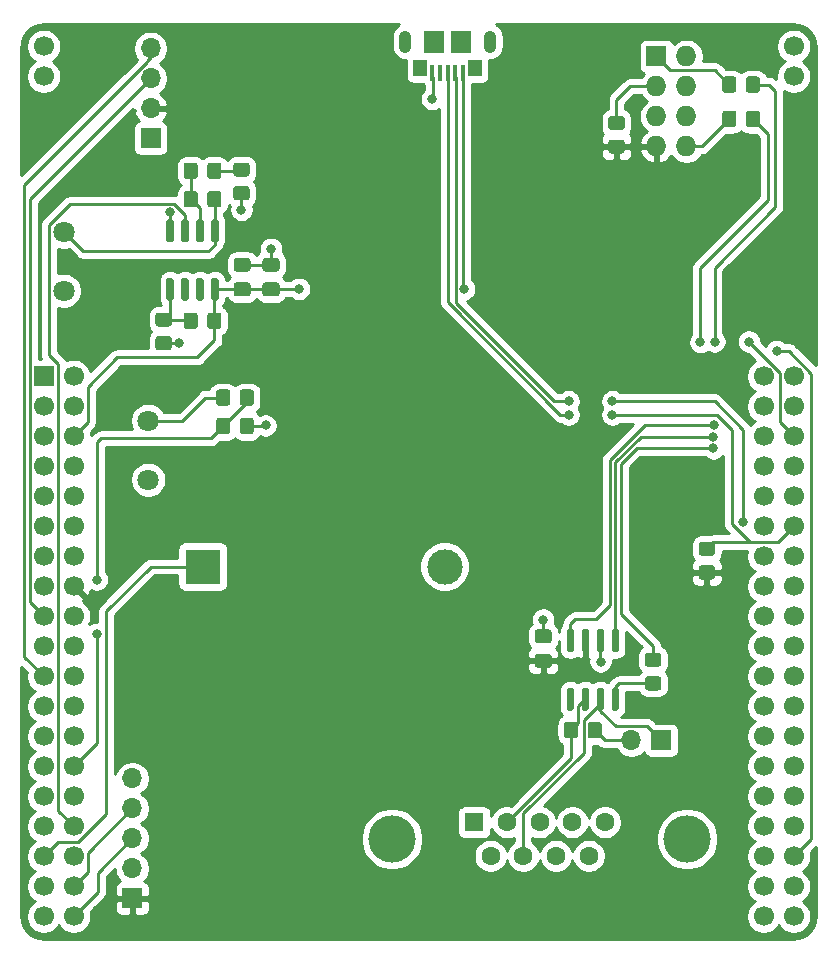
<source format=gbr>
%TF.GenerationSoftware,KiCad,Pcbnew,5.1.9*%
%TF.CreationDate,2021-01-24T08:51:39-05:00*%
%TF.ProjectId,CANalog_nucleo,43414e61-6c6f-4675-9f6e-75636c656f2e,rev?*%
%TF.SameCoordinates,PX700e860PY1298be0*%
%TF.FileFunction,Copper,L1,Top*%
%TF.FilePolarity,Positive*%
%FSLAX46Y46*%
G04 Gerber Fmt 4.6, Leading zero omitted, Abs format (unit mm)*
G04 Created by KiCad (PCBNEW 5.1.9) date 2021-01-24 08:51:39*
%MOMM*%
%LPD*%
G01*
G04 APERTURE LIST*
%TA.AperFunction,ComponentPad*%
%ADD10O,1.727200X1.727200*%
%TD*%
%TA.AperFunction,ComponentPad*%
%ADD11R,1.727200X1.727200*%
%TD*%
%TA.AperFunction,SMDPad,CuDef*%
%ADD12R,1.150000X1.450000*%
%TD*%
%TA.AperFunction,ComponentPad*%
%ADD13O,1.050000X1.900000*%
%TD*%
%TA.AperFunction,SMDPad,CuDef*%
%ADD14R,1.750000X1.900000*%
%TD*%
%TA.AperFunction,SMDPad,CuDef*%
%ADD15R,0.400000X1.400000*%
%TD*%
%TA.AperFunction,ComponentPad*%
%ADD16C,1.700000*%
%TD*%
%TA.AperFunction,ComponentPad*%
%ADD17R,1.700000X1.700000*%
%TD*%
%TA.AperFunction,ComponentPad*%
%ADD18O,1.700000X1.700000*%
%TD*%
%TA.AperFunction,ComponentPad*%
%ADD19C,4.000000*%
%TD*%
%TA.AperFunction,ComponentPad*%
%ADD20C,1.600000*%
%TD*%
%TA.AperFunction,ComponentPad*%
%ADD21R,1.600000X1.600000*%
%TD*%
%TA.AperFunction,ComponentPad*%
%ADD22C,1.800000*%
%TD*%
%TA.AperFunction,ComponentPad*%
%ADD23R,3.000000X3.000000*%
%TD*%
%TA.AperFunction,ComponentPad*%
%ADD24C,3.000000*%
%TD*%
%TA.AperFunction,ViaPad*%
%ADD25C,0.800000*%
%TD*%
%TA.AperFunction,Conductor*%
%ADD26C,0.250000*%
%TD*%
%TA.AperFunction,Conductor*%
%ADD27C,0.254000*%
%TD*%
%TA.AperFunction,Conductor*%
%ADD28C,0.100000*%
%TD*%
G04 APERTURE END LIST*
D10*
%TO.P,U2,8*%
%TO.N,Net-(R6-Pad1)*%
X-12280000Y-11819167D03*
%TO.P,U2,7*%
%TO.N,+3V3*%
X-14820000Y-11819167D03*
%TO.P,U2,6*%
%TO.N,Net-(U2-Pad6)*%
X-12280000Y-9279167D03*
%TO.P,U2,5*%
%TO.N,Net-(U2-Pad5)*%
X-14820000Y-9279167D03*
%TO.P,U2,4*%
%TO.N,Net-(U2-Pad4)*%
X-12280000Y-6739167D03*
%TO.P,U2,3*%
%TO.N,Net-(R2-Pad1)*%
X-14820000Y-6739167D03*
%TO.P,U2,2*%
%TO.N,GND*%
X-12280000Y-4199167D03*
D11*
%TO.P,U2,1*%
%TO.N,Net-(R1-Pad2)*%
X-14820000Y-4199167D03*
%TD*%
D12*
%TO.P,J1,6*%
%TO.N,N/C*%
X-30180000Y-5180000D03*
X-34820000Y-5180000D03*
D13*
X-36075000Y-2950000D03*
X-28925000Y-2950000D03*
D14*
X-31375000Y-2950000D03*
D15*
%TO.P,J1,3*%
%TO.N,USB_DP*%
X-32500000Y-5600000D03*
%TO.P,J1,4*%
%TO.N,Net-(J1-Pad4)*%
X-33150000Y-5600000D03*
%TO.P,J1,5*%
%TO.N,GND*%
X-33800000Y-5600000D03*
%TO.P,J1,1*%
%TO.N,+5V*%
X-31200000Y-5600000D03*
%TO.P,J1,2*%
%TO.N,USB_DM*%
X-31850000Y-5600000D03*
D14*
%TO.P,J1,6*%
%TO.N,N/C*%
X-33625000Y-2950000D03*
%TD*%
D16*
%TO.P,U1,80*%
%TO.N,GND*%
X-3200000Y-5900000D03*
%TO.P,U1,79*%
X-3200000Y-3360000D03*
%TO.P,U1,78*%
X-66700000Y-5900000D03*
%TO.P,U1,77*%
X-66700000Y-3360000D03*
%TO.P,U1,76*%
%TO.N,Net-(U1-Pad76)*%
X-3200000Y-77020000D03*
%TO.P,U1,75*%
%TO.N,Net-(U1-Pad75)*%
X-5740000Y-77020000D03*
%TO.P,U1,74*%
%TO.N,Net-(U1-Pad74)*%
X-3200000Y-74480000D03*
%TO.P,U1,73*%
%TO.N,Net-(U1-Pad73)*%
X-5740000Y-74480000D03*
%TO.P,U1,72*%
%TO.N,USART1_TX*%
X-3200000Y-71940000D03*
%TO.P,U1,71*%
%TO.N,Net-(U1-Pad71)*%
X-5740000Y-71940000D03*
%TO.P,U1,70*%
%TO.N,Net-(U1-Pad70)*%
X-3200000Y-69400000D03*
%TO.P,U1,69*%
%TO.N,Net-(U1-Pad69)*%
X-5740000Y-69400000D03*
%TO.P,U1,68*%
%TO.N,Net-(U1-Pad68)*%
X-3200000Y-66860000D03*
%TO.P,U1,67*%
%TO.N,Net-(U1-Pad67)*%
X-5740000Y-66860000D03*
%TO.P,U1,66*%
%TO.N,Net-(U1-Pad66)*%
X-3200000Y-64320000D03*
%TO.P,U1,65*%
%TO.N,Net-(U1-Pad65)*%
X-5740000Y-64320000D03*
%TO.P,U1,64*%
%TO.N,Net-(U1-Pad64)*%
X-3200000Y-61780000D03*
%TO.P,U1,63*%
%TO.N,Net-(U1-Pad63)*%
X-5740000Y-61780000D03*
%TO.P,U1,62*%
%TO.N,Net-(U1-Pad62)*%
X-3200000Y-59240000D03*
%TO.P,U1,61*%
%TO.N,Net-(U1-Pad61)*%
X-5740000Y-59240000D03*
%TO.P,U1,60*%
%TO.N,Net-(U1-Pad60)*%
X-3200000Y-56700000D03*
%TO.P,U1,59*%
%TO.N,Net-(U1-Pad59)*%
X-5740000Y-56700000D03*
%TO.P,U1,58*%
%TO.N,GND*%
X-3200000Y-54160000D03*
%TO.P,U1,57*%
%TO.N,Net-(U1-Pad57)*%
X-5740000Y-54160000D03*
%TO.P,U1,56*%
%TO.N,Net-(U1-Pad56)*%
X-3200000Y-51620000D03*
%TO.P,U1,55*%
%TO.N,Net-(U1-Pad55)*%
X-5740000Y-51620000D03*
%TO.P,U1,54*%
%TO.N,Net-(U1-Pad54)*%
X-3200000Y-49080000D03*
%TO.P,U1,53*%
%TO.N,Net-(U1-Pad53)*%
X-5740000Y-49080000D03*
%TO.P,U1,52*%
%TO.N,USB_DM*%
X-3200000Y-46540000D03*
%TO.P,U1,51*%
%TO.N,Net-(U1-Pad51)*%
X-5740000Y-46540000D03*
%TO.P,U1,50*%
%TO.N,USB_DP*%
X-3200000Y-44000000D03*
%TO.P,U1,49*%
%TO.N,Net-(U1-Pad49)*%
X-5740000Y-44000000D03*
%TO.P,U1,48*%
%TO.N,Net-(U1-Pad48)*%
X-3200000Y-41460000D03*
%TO.P,U1,47*%
%TO.N,GND*%
X-5740000Y-41460000D03*
%TO.P,U1,46*%
%TO.N,Net-(U1-Pad46)*%
X-3200000Y-38920000D03*
%TO.P,U1,45*%
%TO.N,Net-(U1-Pad45)*%
X-5740000Y-38920000D03*
%TO.P,U1,44*%
%TO.N,USART1_RX*%
X-3200000Y-36380000D03*
%TO.P,U1,43*%
%TO.N,CAN_TX*%
X-5740000Y-36380000D03*
%TO.P,U1,42*%
%TO.N,CAN_RS*%
X-3200000Y-33840000D03*
%TO.P,U1,41*%
%TO.N,CAN_RX*%
X-5740000Y-33840000D03*
%TO.P,U1,40*%
%TO.N,Net-(U1-Pad40)*%
X-3200000Y-31300000D03*
%TO.P,U1,39*%
%TO.N,Net-(U1-Pad39)*%
X-5740000Y-31300000D03*
%TO.P,U1,38*%
%TO.N,/ENC_B*%
X-64160000Y-77020000D03*
%TO.P,U1,37*%
%TO.N,Net-(U1-Pad37)*%
X-66700000Y-77020000D03*
%TO.P,U1,36*%
%TO.N,/ENC_A*%
X-64160000Y-74480000D03*
%TO.P,U1,35*%
%TO.N,/ENC_SW*%
X-66700000Y-74480000D03*
%TO.P,U1,34*%
%TO.N,Net-(U1-Pad34)*%
X-64160000Y-71940000D03*
%TO.P,U1,33*%
%TO.N,Net-(BT1-Pad1)*%
X-66700000Y-71940000D03*
%TO.P,U1,32*%
%TO.N,/DAC_OUT1*%
X-64160000Y-69400000D03*
%TO.P,U1,31*%
%TO.N,Net-(U1-Pad31)*%
X-66700000Y-69400000D03*
%TO.P,U1,30*%
%TO.N,Net-(U1-Pad30)*%
X-64160000Y-66860000D03*
%TO.P,U1,29*%
%TO.N,Net-(U1-Pad29)*%
X-66700000Y-66860000D03*
%TO.P,U1,28*%
%TO.N,/ADC_IN1*%
X-64160000Y-64320000D03*
%TO.P,U1,27*%
%TO.N,Net-(U1-Pad27)*%
X-66700000Y-64320000D03*
%TO.P,U1,26*%
%TO.N,Net-(U1-Pad26)*%
X-64160000Y-61780000D03*
%TO.P,U1,25*%
%TO.N,Net-(U1-Pad25)*%
X-66700000Y-61780000D03*
%TO.P,U1,24*%
%TO.N,Net-(U1-Pad24)*%
X-64160000Y-59240000D03*
%TO.P,U1,23*%
%TO.N,Net-(U1-Pad23)*%
X-66700000Y-59240000D03*
%TO.P,U1,22*%
%TO.N,GND*%
X-64160000Y-56700000D03*
%TO.P,U1,21*%
%TO.N,/I2C_SDA*%
X-66700000Y-56700000D03*
%TO.P,U1,20*%
%TO.N,GND*%
X-64160000Y-54160000D03*
%TO.P,U1,19*%
X-66700000Y-54160000D03*
%TO.P,U1,18*%
%TO.N,Net-(U1-Pad18)*%
X-64160000Y-51620000D03*
%TO.P,U1,17*%
%TO.N,/I2C_SCL*%
X-66700000Y-51620000D03*
%TO.P,U1,16*%
%TO.N,+3V3*%
X-64160000Y-49080000D03*
%TO.P,U1,15*%
%TO.N,Net-(U1-Pad15)*%
X-66700000Y-49080000D03*
%TO.P,U1,14*%
%TO.N,Net-(U1-Pad14)*%
X-64160000Y-46540000D03*
%TO.P,U1,13*%
%TO.N,Net-(U1-Pad13)*%
X-66700000Y-46540000D03*
%TO.P,U1,12*%
%TO.N,Net-(U1-Pad12)*%
X-64160000Y-44000000D03*
%TO.P,U1,11*%
%TO.N,Net-(U1-Pad11)*%
X-66700000Y-44000000D03*
%TO.P,U1,10*%
%TO.N,Net-(U1-Pad10)*%
X-64160000Y-41460000D03*
%TO.P,U1,9*%
%TO.N,Net-(U1-Pad9)*%
X-66700000Y-41460000D03*
%TO.P,U1,8*%
%TO.N,GND*%
X-64160000Y-38920000D03*
%TO.P,U1,7*%
%TO.N,Net-(U1-Pad7)*%
X-66700000Y-38920000D03*
%TO.P,U1,6*%
%TO.N,+5V*%
X-64160000Y-36380000D03*
%TO.P,U1,5*%
%TO.N,Net-(U1-Pad5)*%
X-66700000Y-36380000D03*
%TO.P,U1,4*%
%TO.N,Net-(U1-Pad4)*%
X-64160000Y-33840000D03*
%TO.P,U1,3*%
%TO.N,Net-(U1-Pad3)*%
X-66700000Y-33840000D03*
%TO.P,U1,2*%
%TO.N,Net-(U1-Pad2)*%
X-64160000Y-31300000D03*
D17*
%TO.P,U1,1*%
%TO.N,Net-(U1-Pad1)*%
X-66700000Y-31300000D03*
%TD*%
%TO.P,U4,8*%
%TO.N,Net-(R12-Pad1)*%
%TA.AperFunction,SMDPad,CuDef*%
G36*
G01*
X-18445000Y-57650000D02*
X-18145000Y-57650000D01*
G75*
G02*
X-17995000Y-57800000I0J-150000D01*
G01*
X-17995000Y-59450000D01*
G75*
G02*
X-18145000Y-59600000I-150000J0D01*
G01*
X-18445000Y-59600000D01*
G75*
G02*
X-18595000Y-59450000I0J150000D01*
G01*
X-18595000Y-57800000D01*
G75*
G02*
X-18445000Y-57650000I150000J0D01*
G01*
G37*
%TD.AperFunction*%
%TO.P,U4,7*%
%TO.N,/CANH*%
%TA.AperFunction,SMDPad,CuDef*%
G36*
G01*
X-19715000Y-57650000D02*
X-19415000Y-57650000D01*
G75*
G02*
X-19265000Y-57800000I0J-150000D01*
G01*
X-19265000Y-59450000D01*
G75*
G02*
X-19415000Y-59600000I-150000J0D01*
G01*
X-19715000Y-59600000D01*
G75*
G02*
X-19865000Y-59450000I0J150000D01*
G01*
X-19865000Y-57800000D01*
G75*
G02*
X-19715000Y-57650000I150000J0D01*
G01*
G37*
%TD.AperFunction*%
%TO.P,U4,6*%
%TO.N,/CANL*%
%TA.AperFunction,SMDPad,CuDef*%
G36*
G01*
X-20985000Y-57650000D02*
X-20685000Y-57650000D01*
G75*
G02*
X-20535000Y-57800000I0J-150000D01*
G01*
X-20535000Y-59450000D01*
G75*
G02*
X-20685000Y-59600000I-150000J0D01*
G01*
X-20985000Y-59600000D01*
G75*
G02*
X-21135000Y-59450000I0J150000D01*
G01*
X-21135000Y-57800000D01*
G75*
G02*
X-20985000Y-57650000I150000J0D01*
G01*
G37*
%TD.AperFunction*%
%TO.P,U4,5*%
%TO.N,Net-(U4-Pad5)*%
%TA.AperFunction,SMDPad,CuDef*%
G36*
G01*
X-22255000Y-57650000D02*
X-21955000Y-57650000D01*
G75*
G02*
X-21805000Y-57800000I0J-150000D01*
G01*
X-21805000Y-59450000D01*
G75*
G02*
X-21955000Y-59600000I-150000J0D01*
G01*
X-22255000Y-59600000D01*
G75*
G02*
X-22405000Y-59450000I0J150000D01*
G01*
X-22405000Y-57800000D01*
G75*
G02*
X-22255000Y-57650000I150000J0D01*
G01*
G37*
%TD.AperFunction*%
%TO.P,U4,4*%
%TO.N,CAN_RX*%
%TA.AperFunction,SMDPad,CuDef*%
G36*
G01*
X-22255000Y-52700000D02*
X-21955000Y-52700000D01*
G75*
G02*
X-21805000Y-52850000I0J-150000D01*
G01*
X-21805000Y-54500000D01*
G75*
G02*
X-21955000Y-54650000I-150000J0D01*
G01*
X-22255000Y-54650000D01*
G75*
G02*
X-22405000Y-54500000I0J150000D01*
G01*
X-22405000Y-52850000D01*
G75*
G02*
X-22255000Y-52700000I150000J0D01*
G01*
G37*
%TD.AperFunction*%
%TO.P,U4,3*%
%TO.N,+3V3*%
%TA.AperFunction,SMDPad,CuDef*%
G36*
G01*
X-20985000Y-52700000D02*
X-20685000Y-52700000D01*
G75*
G02*
X-20535000Y-52850000I0J-150000D01*
G01*
X-20535000Y-54500000D01*
G75*
G02*
X-20685000Y-54650000I-150000J0D01*
G01*
X-20985000Y-54650000D01*
G75*
G02*
X-21135000Y-54500000I0J150000D01*
G01*
X-21135000Y-52850000D01*
G75*
G02*
X-20985000Y-52700000I150000J0D01*
G01*
G37*
%TD.AperFunction*%
%TO.P,U4,2*%
%TO.N,GND*%
%TA.AperFunction,SMDPad,CuDef*%
G36*
G01*
X-19715000Y-52700000D02*
X-19415000Y-52700000D01*
G75*
G02*
X-19265000Y-52850000I0J-150000D01*
G01*
X-19265000Y-54500000D01*
G75*
G02*
X-19415000Y-54650000I-150000J0D01*
G01*
X-19715000Y-54650000D01*
G75*
G02*
X-19865000Y-54500000I0J150000D01*
G01*
X-19865000Y-52850000D01*
G75*
G02*
X-19715000Y-52700000I150000J0D01*
G01*
G37*
%TD.AperFunction*%
%TO.P,U4,1*%
%TO.N,CAN_TX*%
%TA.AperFunction,SMDPad,CuDef*%
G36*
G01*
X-18445000Y-52700000D02*
X-18145000Y-52700000D01*
G75*
G02*
X-17995000Y-52850000I0J-150000D01*
G01*
X-17995000Y-54500000D01*
G75*
G02*
X-18145000Y-54650000I-150000J0D01*
G01*
X-18445000Y-54650000D01*
G75*
G02*
X-18595000Y-54500000I0J150000D01*
G01*
X-18595000Y-52850000D01*
G75*
G02*
X-18445000Y-52700000I150000J0D01*
G01*
G37*
%TD.AperFunction*%
%TD*%
%TO.P,U3,8*%
%TO.N,+5V*%
%TA.AperFunction,SMDPad,CuDef*%
G36*
G01*
X-52345000Y-22950000D02*
X-52045000Y-22950000D01*
G75*
G02*
X-51895000Y-23100000I0J-150000D01*
G01*
X-51895000Y-24750000D01*
G75*
G02*
X-52045000Y-24900000I-150000J0D01*
G01*
X-52345000Y-24900000D01*
G75*
G02*
X-52495000Y-24750000I0J150000D01*
G01*
X-52495000Y-23100000D01*
G75*
G02*
X-52345000Y-22950000I150000J0D01*
G01*
G37*
%TD.AperFunction*%
%TO.P,U3,7*%
%TO.N,Net-(U3-Pad6)*%
%TA.AperFunction,SMDPad,CuDef*%
G36*
G01*
X-53615000Y-22950000D02*
X-53315000Y-22950000D01*
G75*
G02*
X-53165000Y-23100000I0J-150000D01*
G01*
X-53165000Y-24750000D01*
G75*
G02*
X-53315000Y-24900000I-150000J0D01*
G01*
X-53615000Y-24900000D01*
G75*
G02*
X-53765000Y-24750000I0J150000D01*
G01*
X-53765000Y-23100000D01*
G75*
G02*
X-53615000Y-22950000I150000J0D01*
G01*
G37*
%TD.AperFunction*%
%TO.P,U3,6*%
%TA.AperFunction,SMDPad,CuDef*%
G36*
G01*
X-54885000Y-22950000D02*
X-54585000Y-22950000D01*
G75*
G02*
X-54435000Y-23100000I0J-150000D01*
G01*
X-54435000Y-24750000D01*
G75*
G02*
X-54585000Y-24900000I-150000J0D01*
G01*
X-54885000Y-24900000D01*
G75*
G02*
X-55035000Y-24750000I0J150000D01*
G01*
X-55035000Y-23100000D01*
G75*
G02*
X-54885000Y-22950000I150000J0D01*
G01*
G37*
%TD.AperFunction*%
%TO.P,U3,5*%
%TO.N,Net-(R10-Pad2)*%
%TA.AperFunction,SMDPad,CuDef*%
G36*
G01*
X-56155000Y-22950000D02*
X-55855000Y-22950000D01*
G75*
G02*
X-55705000Y-23100000I0J-150000D01*
G01*
X-55705000Y-24750000D01*
G75*
G02*
X-55855000Y-24900000I-150000J0D01*
G01*
X-56155000Y-24900000D01*
G75*
G02*
X-56305000Y-24750000I0J150000D01*
G01*
X-56305000Y-23100000D01*
G75*
G02*
X-56155000Y-22950000I150000J0D01*
G01*
G37*
%TD.AperFunction*%
%TO.P,U3,4*%
%TO.N,GND*%
%TA.AperFunction,SMDPad,CuDef*%
G36*
G01*
X-56155000Y-18000000D02*
X-55855000Y-18000000D01*
G75*
G02*
X-55705000Y-18150000I0J-150000D01*
G01*
X-55705000Y-19800000D01*
G75*
G02*
X-55855000Y-19950000I-150000J0D01*
G01*
X-56155000Y-19950000D01*
G75*
G02*
X-56305000Y-19800000I0J150000D01*
G01*
X-56305000Y-18150000D01*
G75*
G02*
X-56155000Y-18000000I150000J0D01*
G01*
G37*
%TD.AperFunction*%
%TO.P,U3,3*%
%TO.N,/DAC_OUT1*%
%TA.AperFunction,SMDPad,CuDef*%
G36*
G01*
X-54885000Y-18000000D02*
X-54585000Y-18000000D01*
G75*
G02*
X-54435000Y-18150000I0J-150000D01*
G01*
X-54435000Y-19800000D01*
G75*
G02*
X-54585000Y-19950000I-150000J0D01*
G01*
X-54885000Y-19950000D01*
G75*
G02*
X-55035000Y-19800000I0J150000D01*
G01*
X-55035000Y-18150000D01*
G75*
G02*
X-54885000Y-18000000I150000J0D01*
G01*
G37*
%TD.AperFunction*%
%TO.P,U3,2*%
%TO.N,Net-(R7-Pad2)*%
%TA.AperFunction,SMDPad,CuDef*%
G36*
G01*
X-53615000Y-18000000D02*
X-53315000Y-18000000D01*
G75*
G02*
X-53165000Y-18150000I0J-150000D01*
G01*
X-53165000Y-19800000D01*
G75*
G02*
X-53315000Y-19950000I-150000J0D01*
G01*
X-53615000Y-19950000D01*
G75*
G02*
X-53765000Y-19800000I0J150000D01*
G01*
X-53765000Y-18150000D01*
G75*
G02*
X-53615000Y-18000000I150000J0D01*
G01*
G37*
%TD.AperFunction*%
%TO.P,U3,1*%
%TO.N,/AOUT*%
%TA.AperFunction,SMDPad,CuDef*%
G36*
G01*
X-52345000Y-18000000D02*
X-52045000Y-18000000D01*
G75*
G02*
X-51895000Y-18150000I0J-150000D01*
G01*
X-51895000Y-19800000D01*
G75*
G02*
X-52045000Y-19950000I-150000J0D01*
G01*
X-52345000Y-19950000D01*
G75*
G02*
X-52495000Y-19800000I0J150000D01*
G01*
X-52495000Y-18150000D01*
G75*
G02*
X-52345000Y-18000000I150000J0D01*
G01*
G37*
%TD.AperFunction*%
%TD*%
%TO.P,R13,2*%
%TO.N,/CANL*%
%TA.AperFunction,SMDPad,CuDef*%
G36*
G01*
X-21450000Y-60799999D02*
X-21450000Y-61700001D01*
G75*
G02*
X-21699999Y-61950000I-249999J0D01*
G01*
X-22400001Y-61950000D01*
G75*
G02*
X-22650000Y-61700001I0J249999D01*
G01*
X-22650000Y-60799999D01*
G75*
G02*
X-22400001Y-60550000I249999J0D01*
G01*
X-21699999Y-60550000D01*
G75*
G02*
X-21450000Y-60799999I0J-249999D01*
G01*
G37*
%TD.AperFunction*%
%TO.P,R13,1*%
%TO.N,Net-(JP1-Pad2)*%
%TA.AperFunction,SMDPad,CuDef*%
G36*
G01*
X-19450000Y-60799999D02*
X-19450000Y-61700001D01*
G75*
G02*
X-19699999Y-61950000I-249999J0D01*
G01*
X-20400001Y-61950000D01*
G75*
G02*
X-20650000Y-61700001I0J249999D01*
G01*
X-20650000Y-60799999D01*
G75*
G02*
X-20400001Y-60550000I249999J0D01*
G01*
X-19699999Y-60550000D01*
G75*
G02*
X-19450000Y-60799999I0J-249999D01*
G01*
G37*
%TD.AperFunction*%
%TD*%
%TO.P,R12,2*%
%TO.N,CAN_RS*%
%TA.AperFunction,SMDPad,CuDef*%
G36*
G01*
X-14649999Y-55900000D02*
X-15550001Y-55900000D01*
G75*
G02*
X-15800000Y-55650001I0J249999D01*
G01*
X-15800000Y-54949999D01*
G75*
G02*
X-15550001Y-54700000I249999J0D01*
G01*
X-14649999Y-54700000D01*
G75*
G02*
X-14400000Y-54949999I0J-249999D01*
G01*
X-14400000Y-55650001D01*
G75*
G02*
X-14649999Y-55900000I-249999J0D01*
G01*
G37*
%TD.AperFunction*%
%TO.P,R12,1*%
%TO.N,Net-(R12-Pad1)*%
%TA.AperFunction,SMDPad,CuDef*%
G36*
G01*
X-14649999Y-57900000D02*
X-15550001Y-57900000D01*
G75*
G02*
X-15800000Y-57650001I0J249999D01*
G01*
X-15800000Y-56949999D01*
G75*
G02*
X-15550001Y-56700000I249999J0D01*
G01*
X-14649999Y-56700000D01*
G75*
G02*
X-14400000Y-56949999I0J-249999D01*
G01*
X-14400000Y-57650001D01*
G75*
G02*
X-14649999Y-57900000I-249999J0D01*
G01*
G37*
%TD.AperFunction*%
%TD*%
%TO.P,R11,2*%
%TO.N,GND*%
%TA.AperFunction,SMDPad,CuDef*%
G36*
G01*
X-57000001Y-27900000D02*
X-56099999Y-27900000D01*
G75*
G02*
X-55850000Y-28149999I0J-249999D01*
G01*
X-55850000Y-28850001D01*
G75*
G02*
X-56099999Y-29100000I-249999J0D01*
G01*
X-57000001Y-29100000D01*
G75*
G02*
X-57250000Y-28850001I0J249999D01*
G01*
X-57250000Y-28149999D01*
G75*
G02*
X-57000001Y-27900000I249999J0D01*
G01*
G37*
%TD.AperFunction*%
%TO.P,R11,1*%
%TO.N,Net-(R10-Pad2)*%
%TA.AperFunction,SMDPad,CuDef*%
G36*
G01*
X-57000001Y-25900000D02*
X-56099999Y-25900000D01*
G75*
G02*
X-55850000Y-26149999I0J-249999D01*
G01*
X-55850000Y-26850001D01*
G75*
G02*
X-56099999Y-27100000I-249999J0D01*
G01*
X-57000001Y-27100000D01*
G75*
G02*
X-57250000Y-26850001I0J249999D01*
G01*
X-57250000Y-26149999D01*
G75*
G02*
X-57000001Y-25900000I249999J0D01*
G01*
G37*
%TD.AperFunction*%
%TD*%
%TO.P,R10,2*%
%TO.N,Net-(R10-Pad2)*%
%TA.AperFunction,SMDPad,CuDef*%
G36*
G01*
X-53650000Y-26149999D02*
X-53650000Y-27050001D01*
G75*
G02*
X-53899999Y-27300000I-249999J0D01*
G01*
X-54600001Y-27300000D01*
G75*
G02*
X-54850000Y-27050001I0J249999D01*
G01*
X-54850000Y-26149999D01*
G75*
G02*
X-54600001Y-25900000I249999J0D01*
G01*
X-53899999Y-25900000D01*
G75*
G02*
X-53650000Y-26149999I0J-249999D01*
G01*
G37*
%TD.AperFunction*%
%TO.P,R10,1*%
%TO.N,+5V*%
%TA.AperFunction,SMDPad,CuDef*%
G36*
G01*
X-51650000Y-26149999D02*
X-51650000Y-27050001D01*
G75*
G02*
X-51899999Y-27300000I-249999J0D01*
G01*
X-52600001Y-27300000D01*
G75*
G02*
X-52850000Y-27050001I0J249999D01*
G01*
X-52850000Y-26149999D01*
G75*
G02*
X-52600001Y-25900000I249999J0D01*
G01*
X-51899999Y-25900000D01*
G75*
G02*
X-51650000Y-26149999I0J-249999D01*
G01*
G37*
%TD.AperFunction*%
%TD*%
%TO.P,R9,2*%
%TO.N,Net-(R7-Pad2)*%
%TA.AperFunction,SMDPad,CuDef*%
G36*
G01*
X-53650000Y-15849999D02*
X-53650000Y-16750001D01*
G75*
G02*
X-53899999Y-17000000I-249999J0D01*
G01*
X-54600001Y-17000000D01*
G75*
G02*
X-54850000Y-16750001I0J249999D01*
G01*
X-54850000Y-15849999D01*
G75*
G02*
X-54600001Y-15600000I249999J0D01*
G01*
X-53899999Y-15600000D01*
G75*
G02*
X-53650000Y-15849999I0J-249999D01*
G01*
G37*
%TD.AperFunction*%
%TO.P,R9,1*%
%TO.N,/AOUT*%
%TA.AperFunction,SMDPad,CuDef*%
G36*
G01*
X-51650000Y-15849999D02*
X-51650000Y-16750001D01*
G75*
G02*
X-51899999Y-17000000I-249999J0D01*
G01*
X-52600001Y-17000000D01*
G75*
G02*
X-52850000Y-16750001I0J249999D01*
G01*
X-52850000Y-15849999D01*
G75*
G02*
X-52600001Y-15600000I249999J0D01*
G01*
X-51899999Y-15600000D01*
G75*
G02*
X-51650000Y-15849999I0J-249999D01*
G01*
G37*
%TD.AperFunction*%
%TD*%
%TO.P,R8,2*%
%TO.N,Net-(R7-Pad1)*%
%TA.AperFunction,SMDPad,CuDef*%
G36*
G01*
X-49499999Y-14400000D02*
X-50400001Y-14400000D01*
G75*
G02*
X-50650000Y-14150001I0J249999D01*
G01*
X-50650000Y-13449999D01*
G75*
G02*
X-50400001Y-13200000I249999J0D01*
G01*
X-49499999Y-13200000D01*
G75*
G02*
X-49250000Y-13449999I0J-249999D01*
G01*
X-49250000Y-14150001D01*
G75*
G02*
X-49499999Y-14400000I-249999J0D01*
G01*
G37*
%TD.AperFunction*%
%TO.P,R8,1*%
%TO.N,GND*%
%TA.AperFunction,SMDPad,CuDef*%
G36*
G01*
X-49499999Y-16400000D02*
X-50400001Y-16400000D01*
G75*
G02*
X-50650000Y-16150001I0J249999D01*
G01*
X-50650000Y-15449999D01*
G75*
G02*
X-50400001Y-15200000I249999J0D01*
G01*
X-49499999Y-15200000D01*
G75*
G02*
X-49250000Y-15449999I0J-249999D01*
G01*
X-49250000Y-16150001D01*
G75*
G02*
X-49499999Y-16400000I-249999J0D01*
G01*
G37*
%TD.AperFunction*%
%TD*%
%TO.P,R7,2*%
%TO.N,Net-(R7-Pad2)*%
%TA.AperFunction,SMDPad,CuDef*%
G36*
G01*
X-53650000Y-13449999D02*
X-53650000Y-14350001D01*
G75*
G02*
X-53899999Y-14600000I-249999J0D01*
G01*
X-54600001Y-14600000D01*
G75*
G02*
X-54850000Y-14350001I0J249999D01*
G01*
X-54850000Y-13449999D01*
G75*
G02*
X-54600001Y-13200000I249999J0D01*
G01*
X-53899999Y-13200000D01*
G75*
G02*
X-53650000Y-13449999I0J-249999D01*
G01*
G37*
%TD.AperFunction*%
%TO.P,R7,1*%
%TO.N,Net-(R7-Pad1)*%
%TA.AperFunction,SMDPad,CuDef*%
G36*
G01*
X-51650000Y-13449999D02*
X-51650000Y-14350001D01*
G75*
G02*
X-51899999Y-14600000I-249999J0D01*
G01*
X-52600001Y-14600000D01*
G75*
G02*
X-52850000Y-14350001I0J249999D01*
G01*
X-52850000Y-13449999D01*
G75*
G02*
X-52600001Y-13200000I249999J0D01*
G01*
X-51899999Y-13200000D01*
G75*
G02*
X-51650000Y-13449999I0J-249999D01*
G01*
G37*
%TD.AperFunction*%
%TD*%
%TO.P,R6,2*%
%TO.N,USART1_TX*%
%TA.AperFunction,SMDPad,CuDef*%
G36*
G01*
X-7250000Y-9950001D02*
X-7250000Y-9049999D01*
G75*
G02*
X-7000001Y-8800000I249999J0D01*
G01*
X-6299999Y-8800000D01*
G75*
G02*
X-6050000Y-9049999I0J-249999D01*
G01*
X-6050000Y-9950001D01*
G75*
G02*
X-6299999Y-10200000I-249999J0D01*
G01*
X-7000001Y-10200000D01*
G75*
G02*
X-7250000Y-9950001I0J249999D01*
G01*
G37*
%TD.AperFunction*%
%TO.P,R6,1*%
%TO.N,Net-(R6-Pad1)*%
%TA.AperFunction,SMDPad,CuDef*%
G36*
G01*
X-9250000Y-9950001D02*
X-9250000Y-9049999D01*
G75*
G02*
X-9000001Y-8800000I249999J0D01*
G01*
X-8299999Y-8800000D01*
G75*
G02*
X-8050000Y-9049999I0J-249999D01*
G01*
X-8050000Y-9950001D01*
G75*
G02*
X-8299999Y-10200000I-249999J0D01*
G01*
X-9000001Y-10200000D01*
G75*
G02*
X-9250000Y-9950001I0J249999D01*
G01*
G37*
%TD.AperFunction*%
%TD*%
%TO.P,R5,2*%
%TO.N,USB_DP*%
%TA.AperFunction,SMDPad,CuDef*%
G36*
G01*
X-10099999Y-46500000D02*
X-11000001Y-46500000D01*
G75*
G02*
X-11250000Y-46250001I0J249999D01*
G01*
X-11250000Y-45549999D01*
G75*
G02*
X-11000001Y-45300000I249999J0D01*
G01*
X-10099999Y-45300000D01*
G75*
G02*
X-9850000Y-45549999I0J-249999D01*
G01*
X-9850000Y-46250001D01*
G75*
G02*
X-10099999Y-46500000I-249999J0D01*
G01*
G37*
%TD.AperFunction*%
%TO.P,R5,1*%
%TO.N,+3V3*%
%TA.AperFunction,SMDPad,CuDef*%
G36*
G01*
X-10099999Y-48500000D02*
X-11000001Y-48500000D01*
G75*
G02*
X-11250000Y-48250001I0J249999D01*
G01*
X-11250000Y-47549999D01*
G75*
G02*
X-11000001Y-47300000I249999J0D01*
G01*
X-10099999Y-47300000D01*
G75*
G02*
X-9850000Y-47549999I0J-249999D01*
G01*
X-9850000Y-48250001D01*
G75*
G02*
X-10099999Y-48500000I-249999J0D01*
G01*
G37*
%TD.AperFunction*%
%TD*%
%TO.P,R4,2*%
%TO.N,/ADC_IN1*%
%TA.AperFunction,SMDPad,CuDef*%
G36*
G01*
X-50900000Y-35049999D02*
X-50900000Y-35950001D01*
G75*
G02*
X-51149999Y-36200000I-249999J0D01*
G01*
X-51850001Y-36200000D01*
G75*
G02*
X-52100000Y-35950001I0J249999D01*
G01*
X-52100000Y-35049999D01*
G75*
G02*
X-51850001Y-34800000I249999J0D01*
G01*
X-51149999Y-34800000D01*
G75*
G02*
X-50900000Y-35049999I0J-249999D01*
G01*
G37*
%TD.AperFunction*%
%TO.P,R4,1*%
%TO.N,GND*%
%TA.AperFunction,SMDPad,CuDef*%
G36*
G01*
X-48900000Y-35049999D02*
X-48900000Y-35950001D01*
G75*
G02*
X-49149999Y-36200000I-249999J0D01*
G01*
X-49850001Y-36200000D01*
G75*
G02*
X-50100000Y-35950001I0J249999D01*
G01*
X-50100000Y-35049999D01*
G75*
G02*
X-49850001Y-34800000I249999J0D01*
G01*
X-49149999Y-34800000D01*
G75*
G02*
X-48900000Y-35049999I0J-249999D01*
G01*
G37*
%TD.AperFunction*%
%TD*%
%TO.P,R3,2*%
%TO.N,/ADC_IN1*%
%TA.AperFunction,SMDPad,CuDef*%
G36*
G01*
X-50100000Y-33550001D02*
X-50100000Y-32649999D01*
G75*
G02*
X-49850001Y-32400000I249999J0D01*
G01*
X-49149999Y-32400000D01*
G75*
G02*
X-48900000Y-32649999I0J-249999D01*
G01*
X-48900000Y-33550001D01*
G75*
G02*
X-49149999Y-33800000I-249999J0D01*
G01*
X-49850001Y-33800000D01*
G75*
G02*
X-50100000Y-33550001I0J249999D01*
G01*
G37*
%TD.AperFunction*%
%TO.P,R3,1*%
%TO.N,Net-(J3-Pad1)*%
%TA.AperFunction,SMDPad,CuDef*%
G36*
G01*
X-52100000Y-33550001D02*
X-52100000Y-32649999D01*
G75*
G02*
X-51850001Y-32400000I249999J0D01*
G01*
X-51149999Y-32400000D01*
G75*
G02*
X-50900000Y-32649999I0J-249999D01*
G01*
X-50900000Y-33550001D01*
G75*
G02*
X-51149999Y-33800000I-249999J0D01*
G01*
X-51850001Y-33800000D01*
G75*
G02*
X-52100000Y-33550001I0J249999D01*
G01*
G37*
%TD.AperFunction*%
%TD*%
%TO.P,R2,2*%
%TO.N,+3V3*%
%TA.AperFunction,SMDPad,CuDef*%
G36*
G01*
X-18650001Y-11250000D02*
X-17749999Y-11250000D01*
G75*
G02*
X-17500000Y-11499999I0J-249999D01*
G01*
X-17500000Y-12200001D01*
G75*
G02*
X-17749999Y-12450000I-249999J0D01*
G01*
X-18650001Y-12450000D01*
G75*
G02*
X-18900000Y-12200001I0J249999D01*
G01*
X-18900000Y-11499999D01*
G75*
G02*
X-18650001Y-11250000I249999J0D01*
G01*
G37*
%TD.AperFunction*%
%TO.P,R2,1*%
%TO.N,Net-(R2-Pad1)*%
%TA.AperFunction,SMDPad,CuDef*%
G36*
G01*
X-18650001Y-9250000D02*
X-17749999Y-9250000D01*
G75*
G02*
X-17500000Y-9499999I0J-249999D01*
G01*
X-17500000Y-10200001D01*
G75*
G02*
X-17749999Y-10450000I-249999J0D01*
G01*
X-18650001Y-10450000D01*
G75*
G02*
X-18900000Y-10200001I0J249999D01*
G01*
X-18900000Y-9499999D01*
G75*
G02*
X-18650001Y-9250000I249999J0D01*
G01*
G37*
%TD.AperFunction*%
%TD*%
%TO.P,R1,2*%
%TO.N,Net-(R1-Pad2)*%
%TA.AperFunction,SMDPad,CuDef*%
G36*
G01*
X-8050000Y-6149999D02*
X-8050000Y-7050001D01*
G75*
G02*
X-8299999Y-7300000I-249999J0D01*
G01*
X-9000001Y-7300000D01*
G75*
G02*
X-9250000Y-7050001I0J249999D01*
G01*
X-9250000Y-6149999D01*
G75*
G02*
X-9000001Y-5900000I249999J0D01*
G01*
X-8299999Y-5900000D01*
G75*
G02*
X-8050000Y-6149999I0J-249999D01*
G01*
G37*
%TD.AperFunction*%
%TO.P,R1,1*%
%TO.N,USART1_RX*%
%TA.AperFunction,SMDPad,CuDef*%
G36*
G01*
X-6050000Y-6149999D02*
X-6050000Y-7050001D01*
G75*
G02*
X-6299999Y-7300000I-249999J0D01*
G01*
X-7000001Y-7300000D01*
G75*
G02*
X-7250000Y-7050001I0J249999D01*
G01*
X-7250000Y-6149999D01*
G75*
G02*
X-7000001Y-5900000I249999J0D01*
G01*
X-6299999Y-5900000D01*
G75*
G02*
X-6050000Y-6149999I0J-249999D01*
G01*
G37*
%TD.AperFunction*%
%TD*%
D18*
%TO.P,JP1,2*%
%TO.N,Net-(JP1-Pad2)*%
X-16940000Y-62100000D03*
D17*
%TO.P,JP1,1*%
%TO.N,/CANH*%
X-14400000Y-62100000D03*
%TD*%
D19*
%TO.P,J6,0*%
%TO.N,N/C*%
X-12210000Y-70470000D03*
X-37210000Y-70470000D03*
D20*
%TO.P,J6,9*%
%TO.N,Net-(J6-Pad9)*%
X-20555000Y-71890000D03*
%TO.P,J6,8*%
%TO.N,Net-(J6-Pad8)*%
X-23325000Y-71890000D03*
%TO.P,J6,7*%
%TO.N,/CANH*%
X-26095000Y-71890000D03*
%TO.P,J6,6*%
%TO.N,Net-(J6-Pad6)*%
X-28865000Y-71890000D03*
%TO.P,J6,5*%
%TO.N,Net-(J6-Pad5)*%
X-19170000Y-69050000D03*
%TO.P,J6,4*%
%TO.N,Net-(J6-Pad4)*%
X-21940000Y-69050000D03*
%TO.P,J6,3*%
%TO.N,GND*%
X-24710000Y-69050000D03*
%TO.P,J6,2*%
%TO.N,/CANL*%
X-27480000Y-69050000D03*
D21*
%TO.P,J6,1*%
%TO.N,Net-(J6-Pad1)*%
X-30250000Y-69050000D03*
%TD*%
D22*
%TO.P,J5,2*%
%TO.N,GND*%
X-65000000Y-24050000D03*
%TO.P,J5,1*%
%TO.N,/AOUT*%
X-65000000Y-19050000D03*
%TD*%
D18*
%TO.P,J4,4*%
%TO.N,/I2C_SDA*%
X-57650000Y-3530000D03*
%TO.P,J4,3*%
%TO.N,/I2C_SCL*%
X-57650000Y-6070000D03*
%TO.P,J4,2*%
%TO.N,+3V3*%
X-57650000Y-8610000D03*
D17*
%TO.P,J4,1*%
%TO.N,GND*%
X-57650000Y-11150000D03*
%TD*%
D22*
%TO.P,J3,2*%
%TO.N,GND*%
X-57850000Y-40050000D03*
%TO.P,J3,1*%
%TO.N,Net-(J3-Pad1)*%
X-57850000Y-35050000D03*
%TD*%
D18*
%TO.P,J2,5*%
%TO.N,GND*%
X-59200000Y-65340000D03*
%TO.P,J2,4*%
%TO.N,/ENC_A*%
X-59200000Y-67880000D03*
%TO.P,J2,3*%
%TO.N,/ENC_B*%
X-59200000Y-70420000D03*
%TO.P,J2,2*%
%TO.N,/ENC_SW*%
X-59200000Y-72960000D03*
D17*
%TO.P,J2,1*%
%TO.N,+3V3*%
X-59200000Y-75500000D03*
%TD*%
%TO.P,C3,2*%
%TO.N,+3V3*%
%TA.AperFunction,SMDPad,CuDef*%
G36*
G01*
X-24875000Y-54800000D02*
X-23925000Y-54800000D01*
G75*
G02*
X-23675000Y-55050000I0J-250000D01*
G01*
X-23675000Y-55725000D01*
G75*
G02*
X-23925000Y-55975000I-250000J0D01*
G01*
X-24875000Y-55975000D01*
G75*
G02*
X-25125000Y-55725000I0J250000D01*
G01*
X-25125000Y-55050000D01*
G75*
G02*
X-24875000Y-54800000I250000J0D01*
G01*
G37*
%TD.AperFunction*%
%TO.P,C3,1*%
%TO.N,GND*%
%TA.AperFunction,SMDPad,CuDef*%
G36*
G01*
X-24875000Y-52725000D02*
X-23925000Y-52725000D01*
G75*
G02*
X-23675000Y-52975000I0J-250000D01*
G01*
X-23675000Y-53650000D01*
G75*
G02*
X-23925000Y-53900000I-250000J0D01*
G01*
X-24875000Y-53900000D01*
G75*
G02*
X-25125000Y-53650000I0J250000D01*
G01*
X-25125000Y-52975000D01*
G75*
G02*
X-24875000Y-52725000I250000J0D01*
G01*
G37*
%TD.AperFunction*%
%TD*%
%TO.P,C2,2*%
%TO.N,GND*%
%TA.AperFunction,SMDPad,CuDef*%
G36*
G01*
X-49425000Y-22450000D02*
X-50375000Y-22450000D01*
G75*
G02*
X-50625000Y-22200000I0J250000D01*
G01*
X-50625000Y-21525000D01*
G75*
G02*
X-50375000Y-21275000I250000J0D01*
G01*
X-49425000Y-21275000D01*
G75*
G02*
X-49175000Y-21525000I0J-250000D01*
G01*
X-49175000Y-22200000D01*
G75*
G02*
X-49425000Y-22450000I-250000J0D01*
G01*
G37*
%TD.AperFunction*%
%TO.P,C2,1*%
%TO.N,+5V*%
%TA.AperFunction,SMDPad,CuDef*%
G36*
G01*
X-49425000Y-24525000D02*
X-50375000Y-24525000D01*
G75*
G02*
X-50625000Y-24275000I0J250000D01*
G01*
X-50625000Y-23600000D01*
G75*
G02*
X-50375000Y-23350000I250000J0D01*
G01*
X-49425000Y-23350000D01*
G75*
G02*
X-49175000Y-23600000I0J-250000D01*
G01*
X-49175000Y-24275000D01*
G75*
G02*
X-49425000Y-24525000I-250000J0D01*
G01*
G37*
%TD.AperFunction*%
%TD*%
%TO.P,C1,2*%
%TO.N,GND*%
%TA.AperFunction,SMDPad,CuDef*%
G36*
G01*
X-46975000Y-22450000D02*
X-47925000Y-22450000D01*
G75*
G02*
X-48175000Y-22200000I0J250000D01*
G01*
X-48175000Y-21525000D01*
G75*
G02*
X-47925000Y-21275000I250000J0D01*
G01*
X-46975000Y-21275000D01*
G75*
G02*
X-46725000Y-21525000I0J-250000D01*
G01*
X-46725000Y-22200000D01*
G75*
G02*
X-46975000Y-22450000I-250000J0D01*
G01*
G37*
%TD.AperFunction*%
%TO.P,C1,1*%
%TO.N,+5V*%
%TA.AperFunction,SMDPad,CuDef*%
G36*
G01*
X-46975000Y-24525000D02*
X-47925000Y-24525000D01*
G75*
G02*
X-48175000Y-24275000I0J250000D01*
G01*
X-48175000Y-23600000D01*
G75*
G02*
X-47925000Y-23350000I250000J0D01*
G01*
X-46975000Y-23350000D01*
G75*
G02*
X-46725000Y-23600000I0J-250000D01*
G01*
X-46725000Y-24275000D01*
G75*
G02*
X-46975000Y-24525000I-250000J0D01*
G01*
G37*
%TD.AperFunction*%
%TD*%
D23*
%TO.P,BT1,1*%
%TO.N,Net-(BT1-Pad1)*%
X-53240000Y-47400000D03*
D24*
%TO.P,BT1,2*%
%TO.N,GND*%
X-32750000Y-47400000D03*
%TD*%
D25*
%TO.N,GND*%
X-47450000Y-20500000D03*
X-49950000Y-17200000D03*
X-56037653Y-17425000D03*
X-24400000Y-51900000D03*
X-19550000Y-55450000D03*
X-33800000Y-7800000D03*
X-47900000Y-35450000D03*
X-55200000Y-28500000D03*
%TO.N,+5V*%
X-45100000Y-23900000D03*
X-31099990Y-23900000D03*
%TO.N,USB_DP*%
X-22250002Y-34550000D03*
X-18550000Y-34550000D03*
%TO.N,USB_DM*%
X-7500000Y-43650000D03*
X-22250000Y-33400000D03*
X-18550000Y-33400000D03*
%TO.N,USART1_RX*%
X-7000000Y-28350000D03*
X-9900000Y-28350000D03*
%TO.N,/ADC_IN1*%
X-62200000Y-48500000D03*
X-62200000Y-53100000D03*
%TO.N,USART1_TX*%
X-4650000Y-29150000D03*
X-11100000Y-28400000D03*
%TO.N,CAN_RS*%
X-10000000Y-37400003D03*
%TO.N,CAN_TX*%
X-10000000Y-36400000D03*
%TO.N,CAN_RX*%
X-9947442Y-35401380D03*
%TD*%
D26*
%TO.N,Net-(BT1-Pad1)*%
X-61400000Y-68379002D02*
X-61400000Y-51200000D01*
X-63785997Y-70764999D02*
X-61400000Y-68379002D01*
X-65524999Y-70764999D02*
X-63785997Y-70764999D01*
X-66700000Y-71940000D02*
X-65524999Y-70764999D01*
X-57600000Y-47400000D02*
X-57650000Y-47450000D01*
X-53240000Y-47400000D02*
X-57600000Y-47400000D01*
X-61400000Y-51200000D02*
X-57650000Y-47450000D01*
%TO.N,GND*%
X-47450000Y-21862500D02*
X-49900000Y-21862500D01*
X-47450000Y-21862500D02*
X-47450000Y-20500000D01*
X-49950000Y-15800000D02*
X-49950000Y-17200000D01*
X-56005000Y-17457653D02*
X-56037653Y-17425000D01*
X-56005000Y-18975000D02*
X-56005000Y-17457653D01*
X-24400000Y-53312500D02*
X-24400000Y-51900000D01*
X-19565000Y-55435000D02*
X-19550000Y-55450000D01*
X-19565000Y-53675000D02*
X-19565000Y-55435000D01*
X-33775000Y-7775000D02*
X-33800000Y-7800000D01*
X-33775000Y-5915000D02*
X-33775000Y-7775000D01*
X-47950000Y-35500000D02*
X-47900000Y-35450000D01*
X-49500000Y-35500000D02*
X-47950000Y-35500000D01*
X-56550000Y-28500000D02*
X-55200000Y-28500000D01*
%TO.N,+5V*%
X-52250000Y-23980000D02*
X-52195000Y-23925000D01*
X-52250000Y-26600000D02*
X-52250000Y-23980000D01*
X-52182500Y-23937500D02*
X-52195000Y-23925000D01*
X-49900000Y-23937500D02*
X-52182500Y-23937500D01*
X-47450000Y-23937500D02*
X-49900000Y-23937500D01*
X-62984999Y-35204999D02*
X-62984999Y-32184999D01*
X-64160000Y-36380000D02*
X-62984999Y-35204999D01*
X-62984999Y-32184999D02*
X-60500000Y-29700000D01*
X-60500000Y-29700000D02*
X-53700000Y-29700000D01*
X-52250000Y-28250000D02*
X-52250000Y-26600000D01*
X-53700000Y-29700000D02*
X-52250000Y-28250000D01*
X-47412500Y-23900000D02*
X-47450000Y-23937500D01*
X-45100000Y-23900000D02*
X-47412500Y-23900000D01*
X-31175000Y-23824990D02*
X-31099990Y-23900000D01*
X-31175000Y-5915000D02*
X-31175000Y-23824990D01*
%TO.N,+3V3*%
X-24400000Y-55387500D02*
X-21287500Y-55387500D01*
X-20835000Y-54935000D02*
X-20835000Y-53675000D01*
X-21287500Y-55387500D02*
X-20835000Y-54935000D01*
%TO.N,USB_DP*%
X-10014999Y-45364999D02*
X-10550000Y-45900000D01*
X-4564999Y-45364999D02*
X-10014999Y-45364999D01*
X-3200000Y-44000000D02*
X-4564999Y-45364999D01*
X-6858003Y-45364999D02*
X-4564999Y-45364999D01*
X-8400000Y-43823002D02*
X-6858003Y-45364999D01*
X-8400000Y-35875820D02*
X-8400000Y-43823002D01*
X-32475000Y-5915000D02*
X-32475000Y-25034412D01*
X-32475000Y-25034412D02*
X-22959412Y-34550000D01*
X-22959412Y-34550000D02*
X-22250002Y-34550000D01*
X-9725820Y-34550000D02*
X-8400000Y-35875820D01*
X-18550000Y-34550000D02*
X-9725820Y-34550000D01*
%TO.N,USB_DM*%
X-7500000Y-35800000D02*
X-7500000Y-43650000D01*
X-9900000Y-33400000D02*
X-7500000Y-35800000D01*
X-31825000Y-25048002D02*
X-23473002Y-33400000D01*
X-31825000Y-5915000D02*
X-31825000Y-25048002D01*
X-23473002Y-33400000D02*
X-22250000Y-33400000D01*
X-18550000Y-33400000D02*
X-9900000Y-33400000D01*
%TO.N,/ENC_A*%
X-62984999Y-71664999D02*
X-59200000Y-67880000D01*
X-62984999Y-73304999D02*
X-62984999Y-71664999D01*
X-64160000Y-74480000D02*
X-62984999Y-73304999D01*
%TO.N,/ENC_B*%
X-62100000Y-74960000D02*
X-64160000Y-77020000D01*
X-62100000Y-73320000D02*
X-62100000Y-74960000D01*
X-59200000Y-70420000D02*
X-62100000Y-73320000D01*
%TO.N,Net-(J3-Pad1)*%
X-57850000Y-35050000D02*
X-54950000Y-35050000D01*
X-53000000Y-33100000D02*
X-51500000Y-33100000D01*
X-54950000Y-35050000D02*
X-53000000Y-33100000D01*
%TO.N,/I2C_SDA*%
X-57650000Y-4300000D02*
X-57650000Y-3530000D01*
X-57950000Y-4600000D02*
X-57650000Y-4300000D01*
X-57950000Y-4700000D02*
X-57950000Y-4600000D01*
X-68325011Y-15075011D02*
X-57950000Y-4700000D01*
X-68325011Y-55074989D02*
X-68325011Y-15075011D01*
X-66700000Y-56700000D02*
X-68325011Y-55074989D01*
%TO.N,/I2C_SCL*%
X-67875001Y-50444999D02*
X-66700000Y-51620000D01*
X-67875001Y-16295001D02*
X-67875001Y-50444999D01*
X-57650000Y-6070000D02*
X-67875001Y-16295001D01*
%TO.N,/AOUT*%
X-52195000Y-16355000D02*
X-52250000Y-16300000D01*
X-52195000Y-18975000D02*
X-52195000Y-16355000D01*
X-52195000Y-18975000D02*
X-52195000Y-20145000D01*
X-52195000Y-20145000D02*
X-52750000Y-20700000D01*
X-63350000Y-20700000D02*
X-65000000Y-19050000D01*
X-52750000Y-20700000D02*
X-63350000Y-20700000D01*
%TO.N,/CANH*%
X-19565000Y-59001768D02*
X-19565000Y-58625000D01*
X-20975010Y-63181420D02*
X-20975010Y-60411778D01*
X-20975010Y-60411778D02*
X-19565000Y-59001768D01*
X-26095000Y-68301410D02*
X-20975010Y-63181420D01*
X-26095000Y-71890000D02*
X-26095000Y-68301410D01*
X-19565000Y-59600000D02*
X-19565000Y-58625000D01*
X-18240001Y-60924999D02*
X-19565000Y-59600000D01*
X-15575001Y-60924999D02*
X-18240001Y-60924999D01*
X-14400000Y-62100000D02*
X-15575001Y-60924999D01*
%TO.N,/CANL*%
X-22050000Y-63620000D02*
X-27480000Y-69050000D01*
X-22050000Y-61250000D02*
X-22050000Y-63620000D01*
X-21425020Y-60625020D02*
X-22050000Y-61250000D01*
X-21425020Y-59215020D02*
X-21425020Y-60625020D01*
X-20835000Y-58625000D02*
X-21425020Y-59215020D01*
%TO.N,Net-(JP1-Pad2)*%
X-19200000Y-62100000D02*
X-20050000Y-61250000D01*
X-16940000Y-62100000D02*
X-19200000Y-62100000D01*
%TO.N,Net-(R1-Pad2)*%
X-13631399Y-5387768D02*
X-14820000Y-4199167D01*
X-9862232Y-5387768D02*
X-13631399Y-5387768D01*
X-8650000Y-6600000D02*
X-9862232Y-5387768D01*
%TO.N,USART1_RX*%
X-4375001Y-30974999D02*
X-7000000Y-28350000D01*
X-4375001Y-35204999D02*
X-4375001Y-30974999D01*
X-3200000Y-36380000D02*
X-4375001Y-35204999D01*
X-9900000Y-28350000D02*
X-9900000Y-22100000D01*
X-9900000Y-22100000D02*
X-4750000Y-16950000D01*
X-4750000Y-16950000D02*
X-4750000Y-7150000D01*
X-5300000Y-6600000D02*
X-6650000Y-6600000D01*
X-4750000Y-7150000D02*
X-5300000Y-6600000D01*
%TO.N,Net-(R2-Pad1)*%
X-14820000Y-6739167D02*
X-17039167Y-6739167D01*
X-18200000Y-7900000D02*
X-18200000Y-9850000D01*
X-17039167Y-6739167D02*
X-18200000Y-7900000D01*
%TO.N,/ADC_IN1*%
X-49500000Y-33500000D02*
X-51500000Y-35500000D01*
X-49500000Y-33100000D02*
X-49500000Y-33500000D01*
X-51500000Y-35500000D02*
X-52550000Y-36550000D01*
X-52550000Y-36550000D02*
X-61850000Y-36550000D01*
X-62200000Y-36900000D02*
X-62200000Y-48500000D01*
X-61850000Y-36550000D02*
X-62200000Y-36900000D01*
X-62200000Y-62360000D02*
X-64160000Y-64320000D01*
X-62200000Y-53100000D02*
X-62200000Y-62360000D01*
%TO.N,USART1_TX*%
X-3200000Y-71940000D02*
X-1700000Y-70440000D01*
X-3610998Y-29150000D02*
X-4650000Y-29150000D01*
X-1700000Y-31060998D02*
X-3610998Y-29150000D01*
X-1700000Y-70440000D02*
X-1700000Y-31060998D01*
X-11100000Y-28400000D02*
X-11100000Y-22100000D01*
X-11100000Y-22100000D02*
X-5350000Y-16350000D01*
X-5350000Y-10800000D02*
X-6650000Y-9500000D01*
X-5350000Y-16350000D02*
X-5350000Y-10800000D01*
%TO.N,Net-(R6-Pad1)*%
X-10969167Y-11819167D02*
X-8650000Y-9500000D01*
X-12280000Y-11819167D02*
X-10969167Y-11819167D01*
%TO.N,Net-(R7-Pad2)*%
X-53465000Y-17085000D02*
X-54250000Y-16300000D01*
X-53465000Y-18975000D02*
X-53465000Y-17085000D01*
X-54250000Y-16300000D02*
X-54250000Y-13900000D01*
%TO.N,Net-(R7-Pad1)*%
X-50050000Y-13900000D02*
X-49950000Y-13800000D01*
X-52250000Y-13900000D02*
X-50050000Y-13900000D01*
%TO.N,Net-(R10-Pad2)*%
X-56005000Y-25955000D02*
X-56550000Y-26500000D01*
X-56005000Y-23925000D02*
X-56005000Y-25955000D01*
X-54350000Y-26500000D02*
X-54250000Y-26600000D01*
X-56550000Y-26500000D02*
X-54350000Y-26500000D01*
%TO.N,CAN_RS*%
X-17800000Y-38700000D02*
X-16500003Y-37400003D01*
X-17800000Y-51400000D02*
X-17800000Y-38700000D01*
X-16500003Y-37400003D02*
X-10000000Y-37400003D01*
X-15100000Y-54100000D02*
X-17800000Y-51400000D01*
X-15100000Y-55300000D02*
X-15100000Y-54100000D01*
%TO.N,Net-(R12-Pad1)*%
X-17995000Y-57300000D02*
X-15100000Y-57300000D01*
X-18295000Y-57600000D02*
X-17995000Y-57300000D01*
X-18295000Y-58625000D02*
X-18295000Y-57600000D01*
%TO.N,CAN_TX*%
X-18295000Y-38545000D02*
X-16150000Y-36400000D01*
X-18295000Y-53675000D02*
X-18295000Y-38545000D01*
X-16150000Y-36400000D02*
X-10000000Y-36400000D01*
%TO.N,CAN_RX*%
X-15787790Y-35401380D02*
X-9947442Y-35401380D01*
X-18750000Y-38363590D02*
X-15787790Y-35401380D01*
X-18750000Y-50700000D02*
X-18750000Y-38363590D01*
X-19900000Y-51850000D02*
X-18750000Y-50700000D01*
X-21700000Y-51850000D02*
X-19900000Y-51850000D01*
X-22105000Y-52255000D02*
X-21700000Y-51850000D01*
X-22105000Y-53675000D02*
X-22105000Y-52255000D01*
%TO.N,/DAC_OUT1*%
X-66225001Y-29489997D02*
X-65450000Y-30264998D01*
X-64463002Y-16700000D02*
X-66225001Y-18461999D01*
X-65450000Y-68110000D02*
X-64160000Y-69400000D01*
X-65450000Y-30264998D02*
X-65450000Y-68110000D01*
X-66225001Y-18461999D02*
X-66225001Y-29489997D01*
X-55700000Y-16700000D02*
X-64463002Y-16700000D01*
X-54735000Y-17665000D02*
X-55700000Y-16700000D01*
X-54735000Y-18975000D02*
X-54735000Y-17665000D01*
%TD*%
D27*
%TO.N,+3V3*%
X-36722578Y-1555829D02*
X-36899211Y-1700788D01*
X-37044170Y-1877421D01*
X-37151885Y-2078940D01*
X-37218215Y-2297600D01*
X-37235000Y-2468021D01*
X-37235000Y-3431978D01*
X-37218215Y-3602399D01*
X-37151885Y-3821059D01*
X-37044171Y-4022578D01*
X-36899212Y-4199212D01*
X-36722579Y-4344171D01*
X-36521060Y-4451885D01*
X-36302400Y-4518215D01*
X-36075000Y-4540612D01*
X-36033072Y-4536482D01*
X-36033072Y-5905000D01*
X-36020812Y-6029482D01*
X-35984502Y-6149180D01*
X-35925537Y-6259494D01*
X-35846185Y-6356185D01*
X-35749494Y-6435537D01*
X-35639180Y-6494502D01*
X-35519482Y-6530812D01*
X-35395000Y-6543072D01*
X-34589838Y-6543072D01*
X-34589502Y-6544180D01*
X-34535000Y-6646145D01*
X-34534999Y-7071288D01*
X-34603937Y-7140226D01*
X-34717205Y-7309744D01*
X-34795226Y-7498102D01*
X-34835000Y-7698061D01*
X-34835000Y-7901939D01*
X-34795226Y-8101898D01*
X-34717205Y-8290256D01*
X-34603937Y-8459774D01*
X-34459774Y-8603937D01*
X-34290256Y-8717205D01*
X-34101898Y-8795226D01*
X-33901939Y-8835000D01*
X-33698061Y-8835000D01*
X-33498102Y-8795226D01*
X-33309744Y-8717205D01*
X-33235000Y-8667263D01*
X-33234999Y-24997079D01*
X-33238676Y-25034412D01*
X-33234999Y-25071745D01*
X-33224002Y-25183398D01*
X-33217146Y-25205998D01*
X-33180546Y-25326658D01*
X-33109974Y-25458688D01*
X-33050854Y-25530725D01*
X-33015000Y-25574413D01*
X-32986002Y-25598211D01*
X-23523212Y-35061002D01*
X-23499413Y-35090001D01*
X-23470415Y-35113799D01*
X-23383688Y-35184974D01*
X-23251659Y-35255546D01*
X-23108398Y-35299003D01*
X-22959412Y-35313677D01*
X-22950877Y-35312836D01*
X-22909776Y-35353937D01*
X-22740258Y-35467205D01*
X-22551900Y-35545226D01*
X-22351941Y-35585000D01*
X-22148063Y-35585000D01*
X-21948104Y-35545226D01*
X-21759746Y-35467205D01*
X-21590228Y-35353937D01*
X-21446065Y-35209774D01*
X-21332797Y-35040256D01*
X-21254776Y-34851898D01*
X-21215002Y-34651939D01*
X-21215002Y-34448061D01*
X-21254776Y-34248102D01*
X-21332797Y-34059744D01*
X-21389420Y-33975001D01*
X-21332795Y-33890256D01*
X-21254774Y-33701898D01*
X-21215000Y-33501939D01*
X-21215000Y-33298061D01*
X-21254774Y-33098102D01*
X-21332795Y-32909744D01*
X-21446063Y-32740226D01*
X-21590226Y-32596063D01*
X-21759744Y-32482795D01*
X-21948102Y-32404774D01*
X-22148061Y-32365000D01*
X-22351939Y-32365000D01*
X-22551898Y-32404774D01*
X-22740256Y-32482795D01*
X-22909774Y-32596063D01*
X-22953711Y-32640000D01*
X-23158200Y-32640000D01*
X-30885574Y-24912627D01*
X-30798092Y-24895226D01*
X-30609734Y-24817205D01*
X-30440216Y-24703937D01*
X-30296053Y-24559774D01*
X-30182785Y-24390256D01*
X-30104764Y-24201898D01*
X-30064990Y-24001939D01*
X-30064990Y-23798061D01*
X-30104764Y-23598102D01*
X-30182785Y-23409744D01*
X-30296053Y-23240226D01*
X-30415000Y-23121279D01*
X-30415000Y-12450000D01*
X-19538072Y-12450000D01*
X-19525812Y-12574482D01*
X-19489502Y-12694180D01*
X-19430537Y-12804494D01*
X-19351185Y-12901185D01*
X-19254494Y-12980537D01*
X-19144180Y-13039502D01*
X-19024482Y-13075812D01*
X-18900000Y-13088072D01*
X-18485750Y-13085000D01*
X-18327000Y-12926250D01*
X-18327000Y-11977000D01*
X-18073000Y-11977000D01*
X-18073000Y-12926250D01*
X-17914250Y-13085000D01*
X-17500000Y-13088072D01*
X-17375518Y-13075812D01*
X-17255820Y-13039502D01*
X-17145506Y-12980537D01*
X-17048815Y-12901185D01*
X-16969463Y-12804494D01*
X-16910498Y-12694180D01*
X-16874188Y-12574482D01*
X-16861928Y-12450000D01*
X-16864585Y-12178193D01*
X-16274958Y-12178193D01*
X-16229222Y-12328981D01*
X-16102684Y-12594111D01*
X-15926854Y-12829460D01*
X-15708488Y-13025984D01*
X-15455978Y-13176131D01*
X-15179027Y-13274130D01*
X-14947000Y-13153631D01*
X-14947000Y-11946167D01*
X-16153817Y-11946167D01*
X-16274958Y-12178193D01*
X-16864585Y-12178193D01*
X-16865000Y-12135750D01*
X-17023750Y-11977000D01*
X-18073000Y-11977000D01*
X-18327000Y-11977000D01*
X-19376250Y-11977000D01*
X-19535000Y-12135750D01*
X-19538072Y-12450000D01*
X-30415000Y-12450000D01*
X-30415000Y-9499999D01*
X-19538072Y-9499999D01*
X-19538072Y-10200001D01*
X-19521008Y-10373255D01*
X-19470472Y-10539851D01*
X-19388405Y-10693387D01*
X-19321724Y-10774637D01*
X-19351185Y-10798815D01*
X-19430537Y-10895506D01*
X-19489502Y-11005820D01*
X-19525812Y-11125518D01*
X-19538072Y-11250000D01*
X-19535000Y-11564250D01*
X-19376250Y-11723000D01*
X-18327000Y-11723000D01*
X-18327000Y-11703000D01*
X-18073000Y-11703000D01*
X-18073000Y-11723000D01*
X-17023750Y-11723000D01*
X-16865000Y-11564250D01*
X-16861928Y-11250000D01*
X-16874188Y-11125518D01*
X-16910498Y-11005820D01*
X-16969463Y-10895506D01*
X-17048815Y-10798815D01*
X-17078276Y-10774637D01*
X-17011595Y-10693387D01*
X-16929528Y-10539851D01*
X-16878992Y-10373255D01*
X-16861928Y-10200001D01*
X-16861928Y-9499999D01*
X-16878992Y-9326745D01*
X-16929528Y-9160149D01*
X-17011595Y-9006613D01*
X-17122038Y-8872038D01*
X-17256613Y-8761595D01*
X-17410149Y-8679528D01*
X-17440000Y-8670473D01*
X-17440000Y-8214801D01*
X-16724365Y-7499167D01*
X-16114535Y-7499167D01*
X-15984039Y-7694469D01*
X-15775302Y-7903206D01*
X-15616719Y-8009167D01*
X-15775302Y-8115128D01*
X-15984039Y-8323865D01*
X-16148042Y-8569314D01*
X-16261010Y-8842042D01*
X-16318600Y-9131568D01*
X-16318600Y-9426766D01*
X-16261010Y-9716292D01*
X-16148042Y-9989020D01*
X-15984039Y-10234469D01*
X-15775302Y-10443206D01*
X-15609897Y-10553726D01*
X-15708488Y-10612350D01*
X-15926854Y-10808874D01*
X-16102684Y-11044223D01*
X-16229222Y-11309353D01*
X-16274958Y-11460141D01*
X-16153817Y-11692167D01*
X-14947000Y-11692167D01*
X-14947000Y-11672167D01*
X-14693000Y-11672167D01*
X-14693000Y-11692167D01*
X-14673000Y-11692167D01*
X-14673000Y-11946167D01*
X-14693000Y-11946167D01*
X-14693000Y-13153631D01*
X-14460973Y-13274130D01*
X-14184022Y-13176131D01*
X-13931512Y-13025984D01*
X-13713146Y-12829460D01*
X-13551692Y-12613354D01*
X-13444039Y-12774469D01*
X-13235302Y-12983206D01*
X-12989853Y-13147209D01*
X-12717125Y-13260177D01*
X-12427599Y-13317767D01*
X-12132401Y-13317767D01*
X-11842875Y-13260177D01*
X-11570147Y-13147209D01*
X-11324698Y-12983206D01*
X-11115961Y-12774469D01*
X-10986763Y-12581110D01*
X-10969167Y-12582843D01*
X-10931845Y-12579167D01*
X-10931834Y-12579167D01*
X-10820181Y-12568170D01*
X-10676920Y-12524713D01*
X-10544891Y-12454141D01*
X-10429166Y-12359168D01*
X-10405363Y-12330165D01*
X-8913270Y-10838072D01*
X-8299999Y-10838072D01*
X-8126745Y-10821008D01*
X-7960149Y-10770472D01*
X-7806613Y-10688405D01*
X-7672038Y-10577962D01*
X-7650000Y-10551109D01*
X-7627962Y-10577962D01*
X-7493387Y-10688405D01*
X-7339851Y-10770472D01*
X-7173255Y-10821008D01*
X-7000001Y-10838072D01*
X-6386730Y-10838072D01*
X-6109999Y-11114803D01*
X-6110000Y-16035198D01*
X-11611002Y-21536201D01*
X-11640000Y-21559999D01*
X-11663798Y-21588997D01*
X-11663799Y-21588998D01*
X-11734974Y-21675724D01*
X-11805546Y-21807754D01*
X-11849002Y-21951015D01*
X-11863676Y-22100000D01*
X-11859999Y-22137332D01*
X-11860000Y-27696289D01*
X-11903937Y-27740226D01*
X-12017205Y-27909744D01*
X-12095226Y-28098102D01*
X-12135000Y-28298061D01*
X-12135000Y-28501939D01*
X-12095226Y-28701898D01*
X-12017205Y-28890256D01*
X-11903937Y-29059774D01*
X-11759774Y-29203937D01*
X-11590256Y-29317205D01*
X-11401898Y-29395226D01*
X-11201939Y-29435000D01*
X-10998061Y-29435000D01*
X-10798102Y-29395226D01*
X-10609744Y-29317205D01*
X-10462585Y-29218877D01*
X-10390256Y-29267205D01*
X-10201898Y-29345226D01*
X-10001939Y-29385000D01*
X-9798061Y-29385000D01*
X-9598102Y-29345226D01*
X-9409744Y-29267205D01*
X-9240226Y-29153937D01*
X-9096063Y-29009774D01*
X-8982795Y-28840256D01*
X-8904774Y-28651898D01*
X-8865000Y-28451939D01*
X-8865000Y-28248061D01*
X-8904774Y-28048102D01*
X-8982795Y-27859744D01*
X-9096063Y-27690226D01*
X-9140000Y-27646289D01*
X-9140000Y-22414801D01*
X-4238996Y-17513798D01*
X-4209999Y-17490001D01*
X-4115026Y-17374276D01*
X-4044454Y-17242247D01*
X-4000997Y-17098986D01*
X-3990000Y-16987333D01*
X-3990000Y-16987323D01*
X-3986324Y-16950000D01*
X-3990000Y-16912677D01*
X-3990000Y-7187322D01*
X-3987303Y-7159935D01*
X-3903411Y-7215990D01*
X-3633158Y-7327932D01*
X-3346260Y-7385000D01*
X-3053740Y-7385000D01*
X-2766842Y-7327932D01*
X-2496589Y-7215990D01*
X-2253368Y-7053475D01*
X-2046525Y-6846632D01*
X-1884010Y-6603411D01*
X-1772068Y-6333158D01*
X-1715000Y-6046260D01*
X-1715000Y-5753740D01*
X-1772068Y-5466842D01*
X-1884010Y-5196589D01*
X-2046525Y-4953368D01*
X-2253368Y-4746525D01*
X-2427760Y-4630000D01*
X-2253368Y-4513475D01*
X-2046525Y-4306632D01*
X-1884010Y-4063411D01*
X-1772068Y-3793158D01*
X-1715000Y-3506260D01*
X-1715000Y-3213740D01*
X-1772068Y-2926842D01*
X-1884010Y-2656589D01*
X-2046525Y-2413368D01*
X-2253368Y-2206525D01*
X-2496589Y-2044010D01*
X-2766842Y-1932068D01*
X-3053740Y-1875000D01*
X-3346260Y-1875000D01*
X-3633158Y-1932068D01*
X-3903411Y-2044010D01*
X-4146632Y-2206525D01*
X-4353475Y-2413368D01*
X-4515990Y-2656589D01*
X-4627932Y-2926842D01*
X-4685000Y-3213740D01*
X-4685000Y-3506260D01*
X-4627932Y-3793158D01*
X-4515990Y-4063411D01*
X-4353475Y-4306632D01*
X-4146632Y-4513475D01*
X-3972240Y-4630000D01*
X-4146632Y-4746525D01*
X-4353475Y-4953368D01*
X-4515990Y-5196589D01*
X-4627932Y-5466842D01*
X-4685000Y-5753740D01*
X-4685000Y-6046260D01*
X-4661675Y-6163524D01*
X-4736197Y-6089002D01*
X-4759999Y-6059999D01*
X-4875724Y-5965026D01*
X-5007753Y-5894454D01*
X-5151014Y-5850997D01*
X-5262667Y-5840000D01*
X-5262678Y-5840000D01*
X-5300000Y-5836324D01*
X-5337322Y-5840000D01*
X-5470473Y-5840000D01*
X-5479528Y-5810149D01*
X-5561595Y-5656613D01*
X-5672038Y-5522038D01*
X-5806613Y-5411595D01*
X-5960149Y-5329528D01*
X-6126745Y-5278992D01*
X-6299999Y-5261928D01*
X-7000001Y-5261928D01*
X-7173255Y-5278992D01*
X-7339851Y-5329528D01*
X-7493387Y-5411595D01*
X-7627962Y-5522038D01*
X-7650000Y-5548891D01*
X-7672038Y-5522038D01*
X-7806613Y-5411595D01*
X-7960149Y-5329528D01*
X-8126745Y-5278992D01*
X-8299999Y-5261928D01*
X-8913271Y-5261928D01*
X-9298428Y-4876771D01*
X-9322231Y-4847767D01*
X-9437956Y-4752794D01*
X-9569985Y-4682222D01*
X-9713246Y-4638765D01*
X-9824899Y-4627768D01*
X-9824910Y-4627768D01*
X-9862232Y-4624092D01*
X-9899554Y-4627768D01*
X-10837294Y-4627768D01*
X-10781400Y-4346766D01*
X-10781400Y-4051568D01*
X-10838990Y-3762042D01*
X-10951958Y-3489314D01*
X-11115961Y-3243865D01*
X-11324698Y-3035128D01*
X-11570147Y-2871125D01*
X-11842875Y-2758157D01*
X-12132401Y-2700567D01*
X-12427599Y-2700567D01*
X-12717125Y-2758157D01*
X-12989853Y-2871125D01*
X-13235302Y-3035128D01*
X-13349364Y-3149190D01*
X-13366898Y-3091387D01*
X-13425863Y-2981073D01*
X-13505215Y-2884382D01*
X-13601906Y-2805030D01*
X-13712220Y-2746065D01*
X-13831918Y-2709755D01*
X-13956400Y-2697495D01*
X-15683600Y-2697495D01*
X-15808082Y-2709755D01*
X-15927780Y-2746065D01*
X-16038094Y-2805030D01*
X-16134785Y-2884382D01*
X-16214137Y-2981073D01*
X-16273102Y-3091387D01*
X-16309412Y-3211085D01*
X-16321672Y-3335567D01*
X-16321672Y-5062767D01*
X-16309412Y-5187249D01*
X-16273102Y-5306947D01*
X-16214137Y-5417261D01*
X-16134785Y-5513952D01*
X-16038094Y-5593304D01*
X-15927780Y-5652269D01*
X-15869977Y-5669803D01*
X-15984039Y-5783865D01*
X-16114535Y-5979167D01*
X-17001842Y-5979167D01*
X-17039167Y-5975491D01*
X-17076492Y-5979167D01*
X-17076500Y-5979167D01*
X-17188153Y-5990164D01*
X-17331414Y-6033621D01*
X-17463443Y-6104193D01*
X-17579168Y-6199166D01*
X-17602966Y-6228164D01*
X-18710997Y-7336196D01*
X-18740001Y-7359999D01*
X-18795129Y-7427174D01*
X-18834974Y-7475724D01*
X-18871141Y-7543387D01*
X-18905546Y-7607754D01*
X-18949003Y-7751015D01*
X-18960000Y-7862668D01*
X-18960000Y-7862678D01*
X-18963676Y-7900000D01*
X-18960000Y-7937323D01*
X-18960000Y-8670473D01*
X-18989851Y-8679528D01*
X-19143387Y-8761595D01*
X-19277962Y-8872038D01*
X-19388405Y-9006613D01*
X-19470472Y-9160149D01*
X-19521008Y-9326745D01*
X-19538072Y-9499999D01*
X-30415000Y-9499999D01*
X-30415000Y-6552603D01*
X-30410498Y-6544180D01*
X-30410162Y-6543072D01*
X-29605000Y-6543072D01*
X-29480518Y-6530812D01*
X-29360820Y-6494502D01*
X-29250506Y-6435537D01*
X-29153815Y-6356185D01*
X-29074463Y-6259494D01*
X-29015498Y-6149180D01*
X-28979188Y-6029482D01*
X-28966928Y-5905000D01*
X-28966928Y-4536482D01*
X-28925000Y-4540612D01*
X-28697600Y-4518215D01*
X-28478940Y-4451885D01*
X-28277421Y-4344171D01*
X-28100788Y-4199212D01*
X-27955829Y-4022579D01*
X-27848115Y-3821060D01*
X-27781785Y-3602400D01*
X-27765000Y-3431978D01*
X-27765000Y-2468021D01*
X-27781785Y-2297600D01*
X-27848115Y-2078940D01*
X-27955829Y-1877421D01*
X-28100788Y-1700788D01*
X-28277422Y-1555829D01*
X-28419288Y-1480000D01*
X-3232279Y-1480000D01*
X-2835455Y-1518909D01*
X-2484792Y-1624780D01*
X-2161375Y-1796744D01*
X-1877516Y-2028254D01*
X-1644035Y-2310486D01*
X-1469817Y-2632695D01*
X-1361498Y-2982614D01*
X-1320000Y-3377443D01*
X-1320000Y-30366196D01*
X-3047194Y-28639003D01*
X-3070997Y-28609999D01*
X-3186722Y-28515026D01*
X-3318751Y-28444454D01*
X-3462012Y-28400997D01*
X-3573665Y-28390000D01*
X-3573676Y-28390000D01*
X-3610998Y-28386324D01*
X-3648320Y-28390000D01*
X-3946289Y-28390000D01*
X-3990226Y-28346063D01*
X-4159744Y-28232795D01*
X-4348102Y-28154774D01*
X-4548061Y-28115000D01*
X-4751939Y-28115000D01*
X-4951898Y-28154774D01*
X-5140256Y-28232795D01*
X-5309774Y-28346063D01*
X-5453937Y-28490226D01*
X-5567205Y-28659744D01*
X-5581337Y-28693862D01*
X-5965000Y-28310199D01*
X-5965000Y-28248061D01*
X-6004774Y-28048102D01*
X-6082795Y-27859744D01*
X-6196063Y-27690226D01*
X-6340226Y-27546063D01*
X-6509744Y-27432795D01*
X-6698102Y-27354774D01*
X-6898061Y-27315000D01*
X-7101939Y-27315000D01*
X-7301898Y-27354774D01*
X-7490256Y-27432795D01*
X-7659774Y-27546063D01*
X-7803937Y-27690226D01*
X-7917205Y-27859744D01*
X-7995226Y-28048102D01*
X-8035000Y-28248061D01*
X-8035000Y-28451939D01*
X-7995226Y-28651898D01*
X-7917205Y-28840256D01*
X-7803937Y-29009774D01*
X-7659774Y-29153937D01*
X-7490256Y-29267205D01*
X-7301898Y-29345226D01*
X-7101939Y-29385000D01*
X-7039801Y-29385000D01*
X-6441559Y-29983243D01*
X-6443411Y-29984010D01*
X-6686632Y-30146525D01*
X-6893475Y-30353368D01*
X-7055990Y-30596589D01*
X-7167932Y-30866842D01*
X-7225000Y-31153740D01*
X-7225000Y-31446260D01*
X-7167932Y-31733158D01*
X-7055990Y-32003411D01*
X-6893475Y-32246632D01*
X-6686632Y-32453475D01*
X-6512240Y-32570000D01*
X-6686632Y-32686525D01*
X-6893475Y-32893368D01*
X-7055990Y-33136589D01*
X-7167932Y-33406842D01*
X-7225000Y-33693740D01*
X-7225000Y-33986260D01*
X-7167932Y-34273158D01*
X-7055990Y-34543411D01*
X-6893475Y-34786632D01*
X-6686632Y-34993475D01*
X-6512240Y-35110000D01*
X-6686632Y-35226525D01*
X-6854857Y-35394750D01*
X-6865026Y-35375724D01*
X-6936201Y-35288997D01*
X-6959999Y-35259999D01*
X-6988996Y-35236202D01*
X-9336196Y-32889003D01*
X-9359999Y-32859999D01*
X-9475724Y-32765026D01*
X-9607753Y-32694454D01*
X-9751014Y-32650997D01*
X-9862667Y-32640000D01*
X-9862678Y-32640000D01*
X-9900000Y-32636324D01*
X-9937322Y-32640000D01*
X-17846289Y-32640000D01*
X-17890226Y-32596063D01*
X-18059744Y-32482795D01*
X-18248102Y-32404774D01*
X-18448061Y-32365000D01*
X-18651939Y-32365000D01*
X-18851898Y-32404774D01*
X-19040256Y-32482795D01*
X-19209774Y-32596063D01*
X-19353937Y-32740226D01*
X-19467205Y-32909744D01*
X-19545226Y-33098102D01*
X-19585000Y-33298061D01*
X-19585000Y-33501939D01*
X-19545226Y-33701898D01*
X-19467205Y-33890256D01*
X-19410581Y-33975000D01*
X-19467205Y-34059744D01*
X-19545226Y-34248102D01*
X-19585000Y-34448061D01*
X-19585000Y-34651939D01*
X-19545226Y-34851898D01*
X-19467205Y-35040256D01*
X-19353937Y-35209774D01*
X-19209774Y-35353937D01*
X-19040256Y-35467205D01*
X-18851898Y-35545226D01*
X-18651939Y-35585000D01*
X-18448061Y-35585000D01*
X-18248102Y-35545226D01*
X-18059744Y-35467205D01*
X-17890226Y-35353937D01*
X-17846289Y-35310000D01*
X-16771212Y-35310000D01*
X-19261002Y-37799791D01*
X-19290000Y-37823589D01*
X-19313798Y-37852587D01*
X-19313799Y-37852588D01*
X-19384974Y-37939314D01*
X-19455546Y-38071344D01*
X-19482438Y-38159999D01*
X-19499002Y-38214604D01*
X-19502759Y-38252753D01*
X-19513676Y-38363590D01*
X-19509999Y-38400922D01*
X-19510000Y-50385198D01*
X-20214801Y-51090000D01*
X-21662678Y-51090000D01*
X-21700001Y-51086324D01*
X-21737324Y-51090000D01*
X-21737333Y-51090000D01*
X-21848986Y-51100997D01*
X-21992247Y-51144454D01*
X-22124276Y-51215026D01*
X-22240001Y-51309999D01*
X-22263800Y-51338998D01*
X-22616002Y-51691201D01*
X-22645000Y-51714999D01*
X-22668798Y-51743997D01*
X-22668799Y-51743998D01*
X-22739974Y-51830724D01*
X-22810546Y-51962754D01*
X-22822432Y-52001939D01*
X-22853388Y-52103992D01*
X-22854002Y-52106015D01*
X-22868676Y-52255000D01*
X-22864999Y-52292332D01*
X-22864999Y-52357023D01*
X-22910258Y-52412171D01*
X-22983084Y-52548418D01*
X-23027929Y-52696255D01*
X-23043072Y-52850000D01*
X-23043072Y-52912619D01*
X-23053992Y-52801746D01*
X-23104528Y-52635150D01*
X-23186595Y-52481614D01*
X-23297038Y-52347038D01*
X-23422309Y-52244231D01*
X-23404774Y-52201898D01*
X-23365000Y-52001939D01*
X-23365000Y-51798061D01*
X-23404774Y-51598102D01*
X-23482795Y-51409744D01*
X-23596063Y-51240226D01*
X-23740226Y-51096063D01*
X-23909744Y-50982795D01*
X-24098102Y-50904774D01*
X-24298061Y-50865000D01*
X-24501939Y-50865000D01*
X-24701898Y-50904774D01*
X-24890256Y-50982795D01*
X-25059774Y-51096063D01*
X-25203937Y-51240226D01*
X-25317205Y-51409744D01*
X-25395226Y-51598102D01*
X-25435000Y-51798061D01*
X-25435000Y-52001939D01*
X-25395226Y-52201898D01*
X-25377691Y-52244231D01*
X-25502962Y-52347038D01*
X-25613405Y-52481614D01*
X-25695472Y-52635150D01*
X-25746008Y-52801746D01*
X-25763072Y-52975000D01*
X-25763072Y-53650000D01*
X-25746008Y-53823254D01*
X-25695472Y-53989850D01*
X-25613405Y-54143386D01*
X-25502962Y-54277962D01*
X-25496406Y-54283342D01*
X-25576185Y-54348815D01*
X-25655537Y-54445506D01*
X-25714502Y-54555820D01*
X-25750812Y-54675518D01*
X-25763072Y-54800000D01*
X-25760000Y-55101750D01*
X-25601250Y-55260500D01*
X-24527000Y-55260500D01*
X-24527000Y-55240500D01*
X-24273000Y-55240500D01*
X-24273000Y-55260500D01*
X-23198750Y-55260500D01*
X-23040000Y-55101750D01*
X-23036928Y-54800000D01*
X-23049188Y-54675518D01*
X-23085498Y-54555820D01*
X-23144463Y-54445506D01*
X-23223815Y-54348815D01*
X-23303594Y-54283342D01*
X-23297038Y-54277962D01*
X-23186595Y-54143386D01*
X-23104528Y-53989850D01*
X-23053992Y-53823254D01*
X-23043072Y-53712381D01*
X-23043072Y-54500000D01*
X-23027929Y-54653745D01*
X-22983084Y-54801582D01*
X-22910258Y-54937829D01*
X-22812251Y-55057251D01*
X-22692829Y-55155258D01*
X-22556582Y-55228084D01*
X-22408745Y-55272929D01*
X-22255000Y-55288072D01*
X-21955000Y-55288072D01*
X-21801255Y-55272929D01*
X-21653418Y-55228084D01*
X-21519064Y-55156270D01*
X-21489494Y-55180537D01*
X-21379180Y-55239502D01*
X-21259482Y-55275812D01*
X-21135000Y-55288072D01*
X-21120750Y-55285000D01*
X-20962000Y-55126250D01*
X-20962000Y-53802000D01*
X-20982000Y-53802000D01*
X-20982000Y-53548000D01*
X-20962000Y-53548000D01*
X-20962000Y-53528000D01*
X-20708000Y-53528000D01*
X-20708000Y-53548000D01*
X-20688000Y-53548000D01*
X-20688000Y-53802000D01*
X-20708000Y-53802000D01*
X-20708000Y-55126250D01*
X-20568606Y-55265644D01*
X-20585000Y-55348061D01*
X-20585000Y-55551939D01*
X-20545226Y-55751898D01*
X-20467205Y-55940256D01*
X-20353937Y-56109774D01*
X-20209774Y-56253937D01*
X-20040256Y-56367205D01*
X-19851898Y-56445226D01*
X-19651939Y-56485000D01*
X-19448061Y-56485000D01*
X-19248102Y-56445226D01*
X-19059744Y-56367205D01*
X-18890226Y-56253937D01*
X-18746063Y-56109774D01*
X-18632795Y-55940256D01*
X-18554774Y-55751898D01*
X-18515000Y-55551939D01*
X-18515000Y-55348061D01*
X-18528570Y-55279841D01*
X-18445000Y-55288072D01*
X-18145000Y-55288072D01*
X-17991255Y-55272929D01*
X-17843418Y-55228084D01*
X-17707171Y-55155258D01*
X-17587749Y-55057251D01*
X-17489742Y-54937829D01*
X-17416916Y-54801582D01*
X-17372071Y-54653745D01*
X-17356928Y-54500000D01*
X-17356928Y-52917873D01*
X-16054273Y-54220529D01*
X-16177962Y-54322038D01*
X-16288405Y-54456613D01*
X-16370472Y-54610149D01*
X-16421008Y-54776745D01*
X-16438072Y-54949999D01*
X-16438072Y-55650001D01*
X-16421008Y-55823255D01*
X-16370472Y-55989851D01*
X-16288405Y-56143387D01*
X-16177962Y-56277962D01*
X-16151109Y-56300000D01*
X-16177962Y-56322038D01*
X-16288405Y-56456613D01*
X-16332976Y-56540000D01*
X-17957678Y-56540000D01*
X-17995001Y-56536324D01*
X-18032324Y-56540000D01*
X-18032333Y-56540000D01*
X-18143986Y-56550997D01*
X-18287247Y-56594454D01*
X-18419276Y-56665026D01*
X-18535001Y-56759999D01*
X-18558804Y-56789003D01*
X-18806002Y-57036201D01*
X-18835000Y-57059999D01*
X-18858798Y-57088997D01*
X-18858799Y-57088998D01*
X-18929974Y-57175724D01*
X-18932854Y-57181112D01*
X-18977171Y-57144742D01*
X-19113418Y-57071916D01*
X-19261255Y-57027071D01*
X-19415000Y-57011928D01*
X-19715000Y-57011928D01*
X-19868745Y-57027071D01*
X-20016582Y-57071916D01*
X-20152829Y-57144742D01*
X-20200000Y-57183454D01*
X-20247171Y-57144742D01*
X-20383418Y-57071916D01*
X-20531255Y-57027071D01*
X-20685000Y-57011928D01*
X-20985000Y-57011928D01*
X-21138745Y-57027071D01*
X-21286582Y-57071916D01*
X-21422829Y-57144742D01*
X-21470000Y-57183454D01*
X-21517171Y-57144742D01*
X-21653418Y-57071916D01*
X-21801255Y-57027071D01*
X-21955000Y-57011928D01*
X-22255000Y-57011928D01*
X-22408745Y-57027071D01*
X-22556582Y-57071916D01*
X-22692829Y-57144742D01*
X-22812251Y-57242749D01*
X-22910258Y-57362171D01*
X-22983084Y-57498418D01*
X-23027929Y-57646255D01*
X-23043072Y-57800000D01*
X-23043072Y-59450000D01*
X-23027929Y-59603745D01*
X-22983084Y-59751582D01*
X-22910258Y-59887829D01*
X-22812251Y-60007251D01*
X-22804152Y-60013898D01*
X-22893387Y-60061595D01*
X-23027962Y-60172038D01*
X-23138405Y-60306613D01*
X-23220472Y-60460149D01*
X-23271008Y-60626745D01*
X-23288072Y-60799999D01*
X-23288072Y-61700001D01*
X-23271008Y-61873255D01*
X-23220472Y-62039851D01*
X-23138405Y-62193387D01*
X-23027962Y-62327962D01*
X-22893387Y-62438405D01*
X-22809999Y-62482977D01*
X-22809999Y-63305197D01*
X-27156113Y-67651312D01*
X-27338665Y-67615000D01*
X-27621335Y-67615000D01*
X-27898574Y-67670147D01*
X-28159727Y-67778320D01*
X-28394759Y-67935363D01*
X-28594637Y-68135241D01*
X-28751680Y-68370273D01*
X-28811928Y-68515725D01*
X-28811928Y-68250000D01*
X-28824188Y-68125518D01*
X-28860498Y-68005820D01*
X-28919463Y-67895506D01*
X-28998815Y-67798815D01*
X-29095506Y-67719463D01*
X-29205820Y-67660498D01*
X-29325518Y-67624188D01*
X-29450000Y-67611928D01*
X-31050000Y-67611928D01*
X-31174482Y-67624188D01*
X-31294180Y-67660498D01*
X-31404494Y-67719463D01*
X-31501185Y-67798815D01*
X-31580537Y-67895506D01*
X-31639502Y-68005820D01*
X-31675812Y-68125518D01*
X-31688072Y-68250000D01*
X-31688072Y-69850000D01*
X-31675812Y-69974482D01*
X-31639502Y-70094180D01*
X-31580537Y-70204494D01*
X-31501185Y-70301185D01*
X-31404494Y-70380537D01*
X-31294180Y-70439502D01*
X-31174482Y-70475812D01*
X-31050000Y-70488072D01*
X-29450000Y-70488072D01*
X-29325518Y-70475812D01*
X-29205820Y-70439502D01*
X-29095506Y-70380537D01*
X-28998815Y-70301185D01*
X-28919463Y-70204494D01*
X-28860498Y-70094180D01*
X-28824188Y-69974482D01*
X-28811928Y-69850000D01*
X-28811928Y-69584275D01*
X-28751680Y-69729727D01*
X-28594637Y-69964759D01*
X-28394759Y-70164637D01*
X-28159727Y-70321680D01*
X-27898574Y-70429853D01*
X-27621335Y-70485000D01*
X-27338665Y-70485000D01*
X-27061426Y-70429853D01*
X-26855000Y-70344348D01*
X-26855000Y-70671956D01*
X-27009759Y-70775363D01*
X-27209637Y-70975241D01*
X-27366680Y-71210273D01*
X-27474853Y-71471426D01*
X-27480000Y-71497301D01*
X-27485147Y-71471426D01*
X-27593320Y-71210273D01*
X-27750363Y-70975241D01*
X-27950241Y-70775363D01*
X-28185273Y-70618320D01*
X-28446426Y-70510147D01*
X-28723665Y-70455000D01*
X-29006335Y-70455000D01*
X-29283574Y-70510147D01*
X-29544727Y-70618320D01*
X-29779759Y-70775363D01*
X-29979637Y-70975241D01*
X-30136680Y-71210273D01*
X-30244853Y-71471426D01*
X-30300000Y-71748665D01*
X-30300000Y-72031335D01*
X-30244853Y-72308574D01*
X-30136680Y-72569727D01*
X-29979637Y-72804759D01*
X-29779759Y-73004637D01*
X-29544727Y-73161680D01*
X-29283574Y-73269853D01*
X-29006335Y-73325000D01*
X-28723665Y-73325000D01*
X-28446426Y-73269853D01*
X-28185273Y-73161680D01*
X-27950241Y-73004637D01*
X-27750363Y-72804759D01*
X-27593320Y-72569727D01*
X-27485147Y-72308574D01*
X-27480000Y-72282699D01*
X-27474853Y-72308574D01*
X-27366680Y-72569727D01*
X-27209637Y-72804759D01*
X-27009759Y-73004637D01*
X-26774727Y-73161680D01*
X-26513574Y-73269853D01*
X-26236335Y-73325000D01*
X-25953665Y-73325000D01*
X-25676426Y-73269853D01*
X-25415273Y-73161680D01*
X-25180241Y-73004637D01*
X-24980363Y-72804759D01*
X-24823320Y-72569727D01*
X-24715147Y-72308574D01*
X-24710000Y-72282699D01*
X-24704853Y-72308574D01*
X-24596680Y-72569727D01*
X-24439637Y-72804759D01*
X-24239759Y-73004637D01*
X-24004727Y-73161680D01*
X-23743574Y-73269853D01*
X-23466335Y-73325000D01*
X-23183665Y-73325000D01*
X-22906426Y-73269853D01*
X-22645273Y-73161680D01*
X-22410241Y-73004637D01*
X-22210363Y-72804759D01*
X-22053320Y-72569727D01*
X-21945147Y-72308574D01*
X-21940000Y-72282699D01*
X-21934853Y-72308574D01*
X-21826680Y-72569727D01*
X-21669637Y-72804759D01*
X-21469759Y-73004637D01*
X-21234727Y-73161680D01*
X-20973574Y-73269853D01*
X-20696335Y-73325000D01*
X-20413665Y-73325000D01*
X-20136426Y-73269853D01*
X-19875273Y-73161680D01*
X-19640241Y-73004637D01*
X-19440363Y-72804759D01*
X-19283320Y-72569727D01*
X-19175147Y-72308574D01*
X-19120000Y-72031335D01*
X-19120000Y-71748665D01*
X-19175147Y-71471426D01*
X-19283320Y-71210273D01*
X-19440363Y-70975241D01*
X-19640241Y-70775363D01*
X-19875273Y-70618320D01*
X-20136426Y-70510147D01*
X-20413665Y-70455000D01*
X-20696335Y-70455000D01*
X-20973574Y-70510147D01*
X-21234727Y-70618320D01*
X-21469759Y-70775363D01*
X-21669637Y-70975241D01*
X-21826680Y-71210273D01*
X-21934853Y-71471426D01*
X-21940000Y-71497301D01*
X-21945147Y-71471426D01*
X-22053320Y-71210273D01*
X-22210363Y-70975241D01*
X-22410241Y-70775363D01*
X-22645273Y-70618320D01*
X-22906426Y-70510147D01*
X-23183665Y-70455000D01*
X-23466335Y-70455000D01*
X-23743574Y-70510147D01*
X-24004727Y-70618320D01*
X-24239759Y-70775363D01*
X-24439637Y-70975241D01*
X-24596680Y-71210273D01*
X-24704853Y-71471426D01*
X-24710000Y-71497301D01*
X-24715147Y-71471426D01*
X-24823320Y-71210273D01*
X-24980363Y-70975241D01*
X-25180241Y-70775363D01*
X-25335000Y-70671957D01*
X-25335000Y-70344349D01*
X-25128574Y-70429853D01*
X-24851335Y-70485000D01*
X-24568665Y-70485000D01*
X-24291426Y-70429853D01*
X-24030273Y-70321680D01*
X-23795241Y-70164637D01*
X-23595363Y-69964759D01*
X-23438320Y-69729727D01*
X-23330147Y-69468574D01*
X-23325000Y-69442699D01*
X-23319853Y-69468574D01*
X-23211680Y-69729727D01*
X-23054637Y-69964759D01*
X-22854759Y-70164637D01*
X-22619727Y-70321680D01*
X-22358574Y-70429853D01*
X-22081335Y-70485000D01*
X-21798665Y-70485000D01*
X-21521426Y-70429853D01*
X-21260273Y-70321680D01*
X-21025241Y-70164637D01*
X-20825363Y-69964759D01*
X-20668320Y-69729727D01*
X-20560147Y-69468574D01*
X-20555000Y-69442699D01*
X-20549853Y-69468574D01*
X-20441680Y-69729727D01*
X-20284637Y-69964759D01*
X-20084759Y-70164637D01*
X-19849727Y-70321680D01*
X-19588574Y-70429853D01*
X-19311335Y-70485000D01*
X-19028665Y-70485000D01*
X-18751426Y-70429853D01*
X-18490273Y-70321680D01*
X-18323843Y-70210475D01*
X-14845000Y-70210475D01*
X-14845000Y-70729525D01*
X-14743739Y-71238601D01*
X-14545107Y-71718141D01*
X-14256738Y-72149715D01*
X-13889715Y-72516738D01*
X-13458141Y-72805107D01*
X-12978601Y-73003739D01*
X-12469525Y-73105000D01*
X-11950475Y-73105000D01*
X-11441399Y-73003739D01*
X-10961859Y-72805107D01*
X-10530285Y-72516738D01*
X-10163262Y-72149715D01*
X-9874893Y-71718141D01*
X-9676261Y-71238601D01*
X-9575000Y-70729525D01*
X-9575000Y-70210475D01*
X-9676261Y-69701399D01*
X-9874893Y-69221859D01*
X-10163262Y-68790285D01*
X-10530285Y-68423262D01*
X-10961859Y-68134893D01*
X-11441399Y-67936261D01*
X-11950475Y-67835000D01*
X-12469525Y-67835000D01*
X-12978601Y-67936261D01*
X-13458141Y-68134893D01*
X-13889715Y-68423262D01*
X-14256738Y-68790285D01*
X-14545107Y-69221859D01*
X-14743739Y-69701399D01*
X-14845000Y-70210475D01*
X-18323843Y-70210475D01*
X-18255241Y-70164637D01*
X-18055363Y-69964759D01*
X-17898320Y-69729727D01*
X-17790147Y-69468574D01*
X-17735000Y-69191335D01*
X-17735000Y-68908665D01*
X-17790147Y-68631426D01*
X-17898320Y-68370273D01*
X-18055363Y-68135241D01*
X-18255241Y-67935363D01*
X-18490273Y-67778320D01*
X-18751426Y-67670147D01*
X-19028665Y-67615000D01*
X-19311335Y-67615000D01*
X-19588574Y-67670147D01*
X-19849727Y-67778320D01*
X-20084759Y-67935363D01*
X-20284637Y-68135241D01*
X-20441680Y-68370273D01*
X-20549853Y-68631426D01*
X-20555000Y-68657301D01*
X-20560147Y-68631426D01*
X-20668320Y-68370273D01*
X-20825363Y-68135241D01*
X-21025241Y-67935363D01*
X-21260273Y-67778320D01*
X-21521426Y-67670147D01*
X-21798665Y-67615000D01*
X-22081335Y-67615000D01*
X-22358574Y-67670147D01*
X-22619727Y-67778320D01*
X-22854759Y-67935363D01*
X-23054637Y-68135241D01*
X-23211680Y-68370273D01*
X-23319853Y-68631426D01*
X-23325000Y-68657301D01*
X-23330147Y-68631426D01*
X-23438320Y-68370273D01*
X-23595363Y-68135241D01*
X-23795241Y-67935363D01*
X-24030273Y-67778320D01*
X-24291426Y-67670147D01*
X-24372758Y-67653969D01*
X-20464006Y-63745218D01*
X-20435009Y-63721421D01*
X-20340036Y-63605696D01*
X-20269464Y-63473667D01*
X-20226007Y-63330406D01*
X-20215010Y-63218753D01*
X-20215010Y-63218744D01*
X-20211334Y-63181421D01*
X-20215010Y-63144098D01*
X-20215010Y-62588072D01*
X-19786730Y-62588072D01*
X-19763799Y-62611003D01*
X-19740001Y-62640001D01*
X-19624276Y-62734974D01*
X-19492247Y-62805546D01*
X-19348986Y-62849003D01*
X-19274655Y-62856324D01*
X-19200000Y-62863677D01*
X-19162667Y-62860000D01*
X-18218178Y-62860000D01*
X-18093475Y-63046632D01*
X-17886632Y-63253475D01*
X-17643411Y-63415990D01*
X-17373158Y-63527932D01*
X-17086260Y-63585000D01*
X-16793740Y-63585000D01*
X-16506842Y-63527932D01*
X-16236589Y-63415990D01*
X-15993368Y-63253475D01*
X-15861513Y-63121620D01*
X-15839502Y-63194180D01*
X-15780537Y-63304494D01*
X-15701185Y-63401185D01*
X-15604494Y-63480537D01*
X-15494180Y-63539502D01*
X-15374482Y-63575812D01*
X-15250000Y-63588072D01*
X-13550000Y-63588072D01*
X-13425518Y-63575812D01*
X-13305820Y-63539502D01*
X-13195506Y-63480537D01*
X-13098815Y-63401185D01*
X-13019463Y-63304494D01*
X-12960498Y-63194180D01*
X-12924188Y-63074482D01*
X-12911928Y-62950000D01*
X-12911928Y-61250000D01*
X-12924188Y-61125518D01*
X-12960498Y-61005820D01*
X-13019463Y-60895506D01*
X-13098815Y-60798815D01*
X-13195506Y-60719463D01*
X-13305820Y-60660498D01*
X-13425518Y-60624188D01*
X-13550000Y-60611928D01*
X-14813271Y-60611928D01*
X-15011197Y-60414002D01*
X-15035000Y-60384998D01*
X-15150725Y-60290025D01*
X-15282754Y-60219453D01*
X-15426015Y-60175996D01*
X-15537668Y-60164999D01*
X-15537679Y-60164999D01*
X-15575001Y-60161323D01*
X-15612323Y-60164999D01*
X-17818938Y-60164999D01*
X-17707171Y-60105258D01*
X-17587749Y-60007251D01*
X-17489742Y-59887829D01*
X-17416916Y-59751582D01*
X-17372071Y-59603745D01*
X-17356928Y-59450000D01*
X-17356928Y-58060000D01*
X-16332976Y-58060000D01*
X-16288405Y-58143387D01*
X-16177962Y-58277962D01*
X-16043387Y-58388405D01*
X-15889851Y-58470472D01*
X-15723255Y-58521008D01*
X-15550001Y-58538072D01*
X-14649999Y-58538072D01*
X-14476745Y-58521008D01*
X-14310149Y-58470472D01*
X-14156613Y-58388405D01*
X-14022038Y-58277962D01*
X-13911595Y-58143387D01*
X-13829528Y-57989851D01*
X-13778992Y-57823255D01*
X-13761928Y-57650001D01*
X-13761928Y-56949999D01*
X-13778992Y-56776745D01*
X-13829528Y-56610149D01*
X-13911595Y-56456613D01*
X-14022038Y-56322038D01*
X-14048891Y-56300000D01*
X-14022038Y-56277962D01*
X-13911595Y-56143387D01*
X-13829528Y-55989851D01*
X-13778992Y-55823255D01*
X-13761928Y-55650001D01*
X-13761928Y-54949999D01*
X-13778992Y-54776745D01*
X-13829528Y-54610149D01*
X-13911595Y-54456613D01*
X-14022038Y-54322038D01*
X-14156613Y-54211595D01*
X-14310149Y-54129528D01*
X-14338388Y-54120962D01*
X-14336323Y-54100000D01*
X-14350997Y-53951014D01*
X-14394454Y-53807753D01*
X-14465026Y-53675724D01*
X-14536201Y-53588997D01*
X-14559999Y-53559999D01*
X-14588997Y-53536201D01*
X-17040000Y-51085199D01*
X-17040000Y-48500000D01*
X-11888072Y-48500000D01*
X-11875812Y-48624482D01*
X-11839502Y-48744180D01*
X-11780537Y-48854494D01*
X-11701185Y-48951185D01*
X-11604494Y-49030537D01*
X-11494180Y-49089502D01*
X-11374482Y-49125812D01*
X-11250000Y-49138072D01*
X-10835750Y-49135000D01*
X-10677000Y-48976250D01*
X-10677000Y-48027000D01*
X-10423000Y-48027000D01*
X-10423000Y-48976250D01*
X-10264250Y-49135000D01*
X-9850000Y-49138072D01*
X-9725518Y-49125812D01*
X-9605820Y-49089502D01*
X-9495506Y-49030537D01*
X-9398815Y-48951185D01*
X-9319463Y-48854494D01*
X-9260498Y-48744180D01*
X-9224188Y-48624482D01*
X-9211928Y-48500000D01*
X-9215000Y-48185750D01*
X-9373750Y-48027000D01*
X-10423000Y-48027000D01*
X-10677000Y-48027000D01*
X-11726250Y-48027000D01*
X-11885000Y-48185750D01*
X-11888072Y-48500000D01*
X-17040000Y-48500000D01*
X-17040000Y-39014801D01*
X-16185200Y-38160003D01*
X-10703711Y-38160003D01*
X-10659774Y-38203940D01*
X-10490256Y-38317208D01*
X-10301898Y-38395229D01*
X-10101939Y-38435003D01*
X-9898061Y-38435003D01*
X-9698102Y-38395229D01*
X-9509744Y-38317208D01*
X-9340226Y-38203940D01*
X-9196063Y-38059777D01*
X-9160000Y-38005804D01*
X-9159999Y-43785670D01*
X-9163676Y-43823002D01*
X-9149002Y-43971987D01*
X-9105546Y-44115248D01*
X-9034974Y-44247278D01*
X-9004037Y-44284974D01*
X-8940000Y-44363003D01*
X-8911002Y-44386801D01*
X-8692804Y-44604999D01*
X-9977674Y-44604999D01*
X-10014999Y-44601323D01*
X-10052324Y-44604999D01*
X-10052332Y-44604999D01*
X-10163985Y-44615996D01*
X-10307246Y-44659453D01*
X-10311876Y-44661928D01*
X-11000001Y-44661928D01*
X-11173255Y-44678992D01*
X-11339851Y-44729528D01*
X-11493387Y-44811595D01*
X-11627962Y-44922038D01*
X-11738405Y-45056613D01*
X-11820472Y-45210149D01*
X-11871008Y-45376745D01*
X-11888072Y-45549999D01*
X-11888072Y-46250001D01*
X-11871008Y-46423255D01*
X-11820472Y-46589851D01*
X-11738405Y-46743387D01*
X-11671724Y-46824637D01*
X-11701185Y-46848815D01*
X-11780537Y-46945506D01*
X-11839502Y-47055820D01*
X-11875812Y-47175518D01*
X-11888072Y-47300000D01*
X-11885000Y-47614250D01*
X-11726250Y-47773000D01*
X-10677000Y-47773000D01*
X-10677000Y-47753000D01*
X-10423000Y-47753000D01*
X-10423000Y-47773000D01*
X-9373750Y-47773000D01*
X-9215000Y-47614250D01*
X-9211928Y-47300000D01*
X-9224188Y-47175518D01*
X-9260498Y-47055820D01*
X-9319463Y-46945506D01*
X-9398815Y-46848815D01*
X-9428276Y-46824637D01*
X-9361595Y-46743387D01*
X-9279528Y-46589851D01*
X-9228992Y-46423255D01*
X-9211928Y-46250001D01*
X-9211928Y-46124999D01*
X-7171544Y-46124999D01*
X-7225000Y-46393740D01*
X-7225000Y-46686260D01*
X-7167932Y-46973158D01*
X-7055990Y-47243411D01*
X-6893475Y-47486632D01*
X-6686632Y-47693475D01*
X-6512240Y-47810000D01*
X-6686632Y-47926525D01*
X-6893475Y-48133368D01*
X-7055990Y-48376589D01*
X-7167932Y-48646842D01*
X-7225000Y-48933740D01*
X-7225000Y-49226260D01*
X-7167932Y-49513158D01*
X-7055990Y-49783411D01*
X-6893475Y-50026632D01*
X-6686632Y-50233475D01*
X-6512240Y-50350000D01*
X-6686632Y-50466525D01*
X-6893475Y-50673368D01*
X-7055990Y-50916589D01*
X-7167932Y-51186842D01*
X-7225000Y-51473740D01*
X-7225000Y-51766260D01*
X-7167932Y-52053158D01*
X-7055990Y-52323411D01*
X-6893475Y-52566632D01*
X-6686632Y-52773475D01*
X-6512240Y-52890000D01*
X-6686632Y-53006525D01*
X-6893475Y-53213368D01*
X-7055990Y-53456589D01*
X-7167932Y-53726842D01*
X-7225000Y-54013740D01*
X-7225000Y-54306260D01*
X-7167932Y-54593158D01*
X-7055990Y-54863411D01*
X-6893475Y-55106632D01*
X-6686632Y-55313475D01*
X-6512240Y-55430000D01*
X-6686632Y-55546525D01*
X-6893475Y-55753368D01*
X-7055990Y-55996589D01*
X-7167932Y-56266842D01*
X-7225000Y-56553740D01*
X-7225000Y-56846260D01*
X-7167932Y-57133158D01*
X-7055990Y-57403411D01*
X-6893475Y-57646632D01*
X-6686632Y-57853475D01*
X-6512240Y-57970000D01*
X-6686632Y-58086525D01*
X-6893475Y-58293368D01*
X-7055990Y-58536589D01*
X-7167932Y-58806842D01*
X-7225000Y-59093740D01*
X-7225000Y-59386260D01*
X-7167932Y-59673158D01*
X-7055990Y-59943411D01*
X-6893475Y-60186632D01*
X-6686632Y-60393475D01*
X-6512240Y-60510000D01*
X-6686632Y-60626525D01*
X-6893475Y-60833368D01*
X-7055990Y-61076589D01*
X-7167932Y-61346842D01*
X-7225000Y-61633740D01*
X-7225000Y-61926260D01*
X-7167932Y-62213158D01*
X-7055990Y-62483411D01*
X-6893475Y-62726632D01*
X-6686632Y-62933475D01*
X-6512240Y-63050000D01*
X-6686632Y-63166525D01*
X-6893475Y-63373368D01*
X-7055990Y-63616589D01*
X-7167932Y-63886842D01*
X-7225000Y-64173740D01*
X-7225000Y-64466260D01*
X-7167932Y-64753158D01*
X-7055990Y-65023411D01*
X-6893475Y-65266632D01*
X-6686632Y-65473475D01*
X-6512240Y-65590000D01*
X-6686632Y-65706525D01*
X-6893475Y-65913368D01*
X-7055990Y-66156589D01*
X-7167932Y-66426842D01*
X-7225000Y-66713740D01*
X-7225000Y-67006260D01*
X-7167932Y-67293158D01*
X-7055990Y-67563411D01*
X-6893475Y-67806632D01*
X-6686632Y-68013475D01*
X-6512240Y-68130000D01*
X-6686632Y-68246525D01*
X-6893475Y-68453368D01*
X-7055990Y-68696589D01*
X-7167932Y-68966842D01*
X-7225000Y-69253740D01*
X-7225000Y-69546260D01*
X-7167932Y-69833158D01*
X-7055990Y-70103411D01*
X-6893475Y-70346632D01*
X-6686632Y-70553475D01*
X-6512240Y-70670000D01*
X-6686632Y-70786525D01*
X-6893475Y-70993368D01*
X-7055990Y-71236589D01*
X-7167932Y-71506842D01*
X-7225000Y-71793740D01*
X-7225000Y-72086260D01*
X-7167932Y-72373158D01*
X-7055990Y-72643411D01*
X-6893475Y-72886632D01*
X-6686632Y-73093475D01*
X-6512240Y-73210000D01*
X-6686632Y-73326525D01*
X-6893475Y-73533368D01*
X-7055990Y-73776589D01*
X-7167932Y-74046842D01*
X-7225000Y-74333740D01*
X-7225000Y-74626260D01*
X-7167932Y-74913158D01*
X-7055990Y-75183411D01*
X-6893475Y-75426632D01*
X-6686632Y-75633475D01*
X-6512240Y-75750000D01*
X-6686632Y-75866525D01*
X-6893475Y-76073368D01*
X-7055990Y-76316589D01*
X-7167932Y-76586842D01*
X-7225000Y-76873740D01*
X-7225000Y-77166260D01*
X-7167932Y-77453158D01*
X-7055990Y-77723411D01*
X-6893475Y-77966632D01*
X-6686632Y-78173475D01*
X-6443411Y-78335990D01*
X-6173158Y-78447932D01*
X-5886260Y-78505000D01*
X-5593740Y-78505000D01*
X-5306842Y-78447932D01*
X-5036589Y-78335990D01*
X-4793368Y-78173475D01*
X-4586525Y-77966632D01*
X-4470000Y-77792240D01*
X-4353475Y-77966632D01*
X-4146632Y-78173475D01*
X-3903411Y-78335990D01*
X-3633158Y-78447932D01*
X-3346260Y-78505000D01*
X-3053740Y-78505000D01*
X-2766842Y-78447932D01*
X-2496589Y-78335990D01*
X-2253368Y-78173475D01*
X-2046525Y-77966632D01*
X-1884010Y-77723411D01*
X-1772068Y-77453158D01*
X-1715000Y-77166260D01*
X-1715000Y-76873740D01*
X-1772068Y-76586842D01*
X-1884010Y-76316589D01*
X-2046525Y-76073368D01*
X-2253368Y-75866525D01*
X-2427760Y-75750000D01*
X-2253368Y-75633475D01*
X-2046525Y-75426632D01*
X-1884010Y-75183411D01*
X-1772068Y-74913158D01*
X-1715000Y-74626260D01*
X-1715000Y-74333740D01*
X-1772068Y-74046842D01*
X-1884010Y-73776589D01*
X-2046525Y-73533368D01*
X-2253368Y-73326525D01*
X-2427760Y-73210000D01*
X-2253368Y-73093475D01*
X-2046525Y-72886632D01*
X-1884010Y-72643411D01*
X-1772068Y-72373158D01*
X-1715000Y-72086260D01*
X-1715000Y-71793740D01*
X-1758790Y-71573592D01*
X-1319999Y-71134801D01*
X-1319999Y-76987711D01*
X-1358909Y-77384545D01*
X-1464780Y-77735206D01*
X-1636743Y-78058623D01*
X-1868252Y-78342482D01*
X-2150486Y-78575965D01*
X-2472696Y-78750184D01*
X-2822615Y-78858502D01*
X-3217443Y-78900000D01*
X-66667721Y-78900000D01*
X-67064545Y-78861091D01*
X-67415206Y-78755220D01*
X-67738623Y-78583257D01*
X-68022482Y-78351748D01*
X-68255965Y-78069514D01*
X-68430184Y-77747304D01*
X-68538502Y-77397385D01*
X-68580000Y-77002557D01*
X-68580000Y-55894801D01*
X-68141209Y-56333592D01*
X-68185000Y-56553740D01*
X-68185000Y-56846260D01*
X-68127932Y-57133158D01*
X-68015990Y-57403411D01*
X-67853475Y-57646632D01*
X-67646632Y-57853475D01*
X-67472240Y-57970000D01*
X-67646632Y-58086525D01*
X-67853475Y-58293368D01*
X-68015990Y-58536589D01*
X-68127932Y-58806842D01*
X-68185000Y-59093740D01*
X-68185000Y-59386260D01*
X-68127932Y-59673158D01*
X-68015990Y-59943411D01*
X-67853475Y-60186632D01*
X-67646632Y-60393475D01*
X-67472240Y-60510000D01*
X-67646632Y-60626525D01*
X-67853475Y-60833368D01*
X-68015990Y-61076589D01*
X-68127932Y-61346842D01*
X-68185000Y-61633740D01*
X-68185000Y-61926260D01*
X-68127932Y-62213158D01*
X-68015990Y-62483411D01*
X-67853475Y-62726632D01*
X-67646632Y-62933475D01*
X-67472240Y-63050000D01*
X-67646632Y-63166525D01*
X-67853475Y-63373368D01*
X-68015990Y-63616589D01*
X-68127932Y-63886842D01*
X-68185000Y-64173740D01*
X-68185000Y-64466260D01*
X-68127932Y-64753158D01*
X-68015990Y-65023411D01*
X-67853475Y-65266632D01*
X-67646632Y-65473475D01*
X-67472240Y-65590000D01*
X-67646632Y-65706525D01*
X-67853475Y-65913368D01*
X-68015990Y-66156589D01*
X-68127932Y-66426842D01*
X-68185000Y-66713740D01*
X-68185000Y-67006260D01*
X-68127932Y-67293158D01*
X-68015990Y-67563411D01*
X-67853475Y-67806632D01*
X-67646632Y-68013475D01*
X-67472240Y-68130000D01*
X-67646632Y-68246525D01*
X-67853475Y-68453368D01*
X-68015990Y-68696589D01*
X-68127932Y-68966842D01*
X-68185000Y-69253740D01*
X-68185000Y-69546260D01*
X-68127932Y-69833158D01*
X-68015990Y-70103411D01*
X-67853475Y-70346632D01*
X-67646632Y-70553475D01*
X-67472240Y-70670000D01*
X-67646632Y-70786525D01*
X-67853475Y-70993368D01*
X-68015990Y-71236589D01*
X-68127932Y-71506842D01*
X-68185000Y-71793740D01*
X-68185000Y-72086260D01*
X-68127932Y-72373158D01*
X-68015990Y-72643411D01*
X-67853475Y-72886632D01*
X-67646632Y-73093475D01*
X-67472240Y-73210000D01*
X-67646632Y-73326525D01*
X-67853475Y-73533368D01*
X-68015990Y-73776589D01*
X-68127932Y-74046842D01*
X-68185000Y-74333740D01*
X-68185000Y-74626260D01*
X-68127932Y-74913158D01*
X-68015990Y-75183411D01*
X-67853475Y-75426632D01*
X-67646632Y-75633475D01*
X-67472240Y-75750000D01*
X-67646632Y-75866525D01*
X-67853475Y-76073368D01*
X-68015990Y-76316589D01*
X-68127932Y-76586842D01*
X-68185000Y-76873740D01*
X-68185000Y-77166260D01*
X-68127932Y-77453158D01*
X-68015990Y-77723411D01*
X-67853475Y-77966632D01*
X-67646632Y-78173475D01*
X-67403411Y-78335990D01*
X-67133158Y-78447932D01*
X-66846260Y-78505000D01*
X-66553740Y-78505000D01*
X-66266842Y-78447932D01*
X-65996589Y-78335990D01*
X-65753368Y-78173475D01*
X-65546525Y-77966632D01*
X-65430000Y-77792240D01*
X-65313475Y-77966632D01*
X-65106632Y-78173475D01*
X-64863411Y-78335990D01*
X-64593158Y-78447932D01*
X-64306260Y-78505000D01*
X-64013740Y-78505000D01*
X-63726842Y-78447932D01*
X-63456589Y-78335990D01*
X-63213368Y-78173475D01*
X-63006525Y-77966632D01*
X-62844010Y-77723411D01*
X-62732068Y-77453158D01*
X-62675000Y-77166260D01*
X-62675000Y-76873740D01*
X-62718791Y-76653592D01*
X-62415199Y-76350000D01*
X-60688072Y-76350000D01*
X-60675812Y-76474482D01*
X-60639502Y-76594180D01*
X-60580537Y-76704494D01*
X-60501185Y-76801185D01*
X-60404494Y-76880537D01*
X-60294180Y-76939502D01*
X-60174482Y-76975812D01*
X-60050000Y-76988072D01*
X-59485750Y-76985000D01*
X-59327000Y-76826250D01*
X-59327000Y-75627000D01*
X-59073000Y-75627000D01*
X-59073000Y-76826250D01*
X-58914250Y-76985000D01*
X-58350000Y-76988072D01*
X-58225518Y-76975812D01*
X-58105820Y-76939502D01*
X-57995506Y-76880537D01*
X-57898815Y-76801185D01*
X-57819463Y-76704494D01*
X-57760498Y-76594180D01*
X-57724188Y-76474482D01*
X-57711928Y-76350000D01*
X-57715000Y-75785750D01*
X-57873750Y-75627000D01*
X-59073000Y-75627000D01*
X-59327000Y-75627000D01*
X-60526250Y-75627000D01*
X-60685000Y-75785750D01*
X-60688072Y-76350000D01*
X-62415199Y-76350000D01*
X-61588997Y-75523799D01*
X-61559999Y-75500001D01*
X-61533668Y-75467917D01*
X-61465026Y-75384277D01*
X-61394454Y-75252247D01*
X-61374221Y-75185546D01*
X-61350997Y-75108986D01*
X-61340000Y-74997333D01*
X-61340000Y-74997323D01*
X-61336324Y-74960000D01*
X-61340000Y-74922677D01*
X-61340000Y-73634801D01*
X-60685000Y-72979801D01*
X-60685000Y-73106260D01*
X-60627932Y-73393158D01*
X-60515990Y-73663411D01*
X-60353475Y-73906632D01*
X-60221620Y-74038487D01*
X-60294180Y-74060498D01*
X-60404494Y-74119463D01*
X-60501185Y-74198815D01*
X-60580537Y-74295506D01*
X-60639502Y-74405820D01*
X-60675812Y-74525518D01*
X-60688072Y-74650000D01*
X-60685000Y-75214250D01*
X-60526250Y-75373000D01*
X-59327000Y-75373000D01*
X-59327000Y-75353000D01*
X-59073000Y-75353000D01*
X-59073000Y-75373000D01*
X-57873750Y-75373000D01*
X-57715000Y-75214250D01*
X-57711928Y-74650000D01*
X-57724188Y-74525518D01*
X-57760498Y-74405820D01*
X-57819463Y-74295506D01*
X-57898815Y-74198815D01*
X-57995506Y-74119463D01*
X-58105820Y-74060498D01*
X-58178380Y-74038487D01*
X-58046525Y-73906632D01*
X-57884010Y-73663411D01*
X-57772068Y-73393158D01*
X-57715000Y-73106260D01*
X-57715000Y-72813740D01*
X-57772068Y-72526842D01*
X-57884010Y-72256589D01*
X-58046525Y-72013368D01*
X-58253368Y-71806525D01*
X-58427760Y-71690000D01*
X-58253368Y-71573475D01*
X-58046525Y-71366632D01*
X-57884010Y-71123411D01*
X-57772068Y-70853158D01*
X-57715000Y-70566260D01*
X-57715000Y-70273740D01*
X-57727584Y-70210475D01*
X-39845000Y-70210475D01*
X-39845000Y-70729525D01*
X-39743739Y-71238601D01*
X-39545107Y-71718141D01*
X-39256738Y-72149715D01*
X-38889715Y-72516738D01*
X-38458141Y-72805107D01*
X-37978601Y-73003739D01*
X-37469525Y-73105000D01*
X-36950475Y-73105000D01*
X-36441399Y-73003739D01*
X-35961859Y-72805107D01*
X-35530285Y-72516738D01*
X-35163262Y-72149715D01*
X-34874893Y-71718141D01*
X-34676261Y-71238601D01*
X-34575000Y-70729525D01*
X-34575000Y-70210475D01*
X-34676261Y-69701399D01*
X-34874893Y-69221859D01*
X-35163262Y-68790285D01*
X-35530285Y-68423262D01*
X-35961859Y-68134893D01*
X-36441399Y-67936261D01*
X-36950475Y-67835000D01*
X-37469525Y-67835000D01*
X-37978601Y-67936261D01*
X-38458141Y-68134893D01*
X-38889715Y-68423262D01*
X-39256738Y-68790285D01*
X-39545107Y-69221859D01*
X-39743739Y-69701399D01*
X-39845000Y-70210475D01*
X-57727584Y-70210475D01*
X-57772068Y-69986842D01*
X-57884010Y-69716589D01*
X-58046525Y-69473368D01*
X-58253368Y-69266525D01*
X-58427760Y-69150000D01*
X-58253368Y-69033475D01*
X-58046525Y-68826632D01*
X-57884010Y-68583411D01*
X-57772068Y-68313158D01*
X-57715000Y-68026260D01*
X-57715000Y-67733740D01*
X-57772068Y-67446842D01*
X-57884010Y-67176589D01*
X-58046525Y-66933368D01*
X-58253368Y-66726525D01*
X-58427760Y-66610000D01*
X-58253368Y-66493475D01*
X-58046525Y-66286632D01*
X-57884010Y-66043411D01*
X-57772068Y-65773158D01*
X-57715000Y-65486260D01*
X-57715000Y-65193740D01*
X-57772068Y-64906842D01*
X-57884010Y-64636589D01*
X-58046525Y-64393368D01*
X-58253368Y-64186525D01*
X-58496589Y-64024010D01*
X-58766842Y-63912068D01*
X-59053740Y-63855000D01*
X-59346260Y-63855000D01*
X-59633158Y-63912068D01*
X-59903411Y-64024010D01*
X-60146632Y-64186525D01*
X-60353475Y-64393368D01*
X-60515990Y-64636589D01*
X-60627932Y-64906842D01*
X-60640000Y-64967511D01*
X-60640000Y-55975000D01*
X-25763072Y-55975000D01*
X-25750812Y-56099482D01*
X-25714502Y-56219180D01*
X-25655537Y-56329494D01*
X-25576185Y-56426185D01*
X-25479494Y-56505537D01*
X-25369180Y-56564502D01*
X-25249482Y-56600812D01*
X-25125000Y-56613072D01*
X-24685750Y-56610000D01*
X-24527000Y-56451250D01*
X-24527000Y-55514500D01*
X-24273000Y-55514500D01*
X-24273000Y-56451250D01*
X-24114250Y-56610000D01*
X-23675000Y-56613072D01*
X-23550518Y-56600812D01*
X-23430820Y-56564502D01*
X-23320506Y-56505537D01*
X-23223815Y-56426185D01*
X-23144463Y-56329494D01*
X-23085498Y-56219180D01*
X-23049188Y-56099482D01*
X-23036928Y-55975000D01*
X-23040000Y-55673250D01*
X-23198750Y-55514500D01*
X-24273000Y-55514500D01*
X-24527000Y-55514500D01*
X-25601250Y-55514500D01*
X-25760000Y-55673250D01*
X-25763072Y-55975000D01*
X-60640000Y-55975000D01*
X-60640000Y-51514801D01*
X-57285198Y-48160000D01*
X-55378072Y-48160000D01*
X-55378072Y-48900000D01*
X-55365812Y-49024482D01*
X-55329502Y-49144180D01*
X-55270537Y-49254494D01*
X-55191185Y-49351185D01*
X-55094494Y-49430537D01*
X-54984180Y-49489502D01*
X-54864482Y-49525812D01*
X-54740000Y-49538072D01*
X-51740000Y-49538072D01*
X-51615518Y-49525812D01*
X-51495820Y-49489502D01*
X-51385506Y-49430537D01*
X-51288815Y-49351185D01*
X-51209463Y-49254494D01*
X-51150498Y-49144180D01*
X-51114188Y-49024482D01*
X-51101928Y-48900000D01*
X-51101928Y-47189721D01*
X-34885000Y-47189721D01*
X-34885000Y-47610279D01*
X-34802953Y-48022756D01*
X-34642012Y-48411302D01*
X-34408363Y-48760983D01*
X-34110983Y-49058363D01*
X-33761302Y-49292012D01*
X-33372756Y-49452953D01*
X-32960279Y-49535000D01*
X-32539721Y-49535000D01*
X-32127244Y-49452953D01*
X-31738698Y-49292012D01*
X-31389017Y-49058363D01*
X-31091637Y-48760983D01*
X-30857988Y-48411302D01*
X-30697047Y-48022756D01*
X-30615000Y-47610279D01*
X-30615000Y-47189721D01*
X-30697047Y-46777244D01*
X-30857988Y-46388698D01*
X-31091637Y-46039017D01*
X-31389017Y-45741637D01*
X-31738698Y-45507988D01*
X-32127244Y-45347047D01*
X-32539721Y-45265000D01*
X-32960279Y-45265000D01*
X-33372756Y-45347047D01*
X-33761302Y-45507988D01*
X-34110983Y-45741637D01*
X-34408363Y-46039017D01*
X-34642012Y-46388698D01*
X-34802953Y-46777244D01*
X-34885000Y-47189721D01*
X-51101928Y-47189721D01*
X-51101928Y-45900000D01*
X-51114188Y-45775518D01*
X-51150498Y-45655820D01*
X-51209463Y-45545506D01*
X-51288815Y-45448815D01*
X-51385506Y-45369463D01*
X-51495820Y-45310498D01*
X-51615518Y-45274188D01*
X-51740000Y-45261928D01*
X-54740000Y-45261928D01*
X-54864482Y-45274188D01*
X-54984180Y-45310498D01*
X-55094494Y-45369463D01*
X-55191185Y-45448815D01*
X-55270537Y-45545506D01*
X-55329502Y-45655820D01*
X-55365812Y-45775518D01*
X-55378072Y-45900000D01*
X-55378072Y-46640000D01*
X-57562675Y-46640000D01*
X-57600000Y-46636324D01*
X-57637325Y-46640000D01*
X-57637333Y-46640000D01*
X-57748986Y-46650997D01*
X-57892247Y-46694454D01*
X-58024276Y-46765026D01*
X-58140001Y-46859999D01*
X-58163799Y-46888997D01*
X-61911002Y-50636201D01*
X-61940000Y-50659999D01*
X-61963798Y-50688997D01*
X-61963799Y-50688998D01*
X-62034974Y-50775724D01*
X-62105546Y-50907754D01*
X-62149002Y-51051015D01*
X-62163676Y-51200000D01*
X-62159999Y-51237333D01*
X-62159999Y-52065000D01*
X-62301939Y-52065000D01*
X-62501898Y-52104774D01*
X-62690256Y-52182795D01*
X-62822315Y-52271034D01*
X-62732068Y-52053158D01*
X-62675000Y-51766260D01*
X-62675000Y-51473740D01*
X-62732068Y-51186842D01*
X-62844010Y-50916589D01*
X-63006525Y-50673368D01*
X-63213368Y-50466525D01*
X-63386729Y-50350689D01*
X-63311208Y-50108397D01*
X-64160000Y-49259605D01*
X-64174142Y-49273748D01*
X-64353747Y-49094143D01*
X-64339605Y-49080000D01*
X-64353747Y-49065858D01*
X-64174142Y-48886253D01*
X-64160000Y-48900395D01*
X-64145857Y-48886253D01*
X-63966252Y-49065858D01*
X-63980395Y-49080000D01*
X-63131603Y-49928792D01*
X-62882528Y-49851157D01*
X-62756629Y-49587117D01*
X-62710130Y-49403926D01*
X-62690256Y-49417205D01*
X-62501898Y-49495226D01*
X-62301939Y-49535000D01*
X-62098061Y-49535000D01*
X-61898102Y-49495226D01*
X-61709744Y-49417205D01*
X-61540226Y-49303937D01*
X-61396063Y-49159774D01*
X-61282795Y-48990256D01*
X-61204774Y-48801898D01*
X-61165000Y-48601939D01*
X-61165000Y-48398061D01*
X-61204774Y-48198102D01*
X-61282795Y-48009744D01*
X-61396063Y-47840226D01*
X-61440000Y-47796289D01*
X-61440000Y-39898816D01*
X-59385000Y-39898816D01*
X-59385000Y-40201184D01*
X-59326011Y-40497743D01*
X-59210299Y-40777095D01*
X-59042312Y-41028505D01*
X-58828505Y-41242312D01*
X-58577095Y-41410299D01*
X-58297743Y-41526011D01*
X-58001184Y-41585000D01*
X-57698816Y-41585000D01*
X-57402257Y-41526011D01*
X-57122905Y-41410299D01*
X-56871495Y-41242312D01*
X-56657688Y-41028505D01*
X-56489701Y-40777095D01*
X-56373989Y-40497743D01*
X-56315000Y-40201184D01*
X-56315000Y-39898816D01*
X-56373989Y-39602257D01*
X-56489701Y-39322905D01*
X-56657688Y-39071495D01*
X-56871495Y-38857688D01*
X-57122905Y-38689701D01*
X-57402257Y-38573989D01*
X-57698816Y-38515000D01*
X-58001184Y-38515000D01*
X-58297743Y-38573989D01*
X-58577095Y-38689701D01*
X-58828505Y-38857688D01*
X-59042312Y-39071495D01*
X-59210299Y-39322905D01*
X-59326011Y-39602257D01*
X-59385000Y-39898816D01*
X-61440000Y-39898816D01*
X-61440000Y-37310000D01*
X-52587322Y-37310000D01*
X-52550000Y-37313676D01*
X-52512678Y-37310000D01*
X-52512667Y-37310000D01*
X-52401014Y-37299003D01*
X-52257753Y-37255546D01*
X-52125724Y-37184974D01*
X-52009999Y-37090001D01*
X-51986196Y-37060998D01*
X-51763271Y-36838072D01*
X-51149999Y-36838072D01*
X-50976745Y-36821008D01*
X-50810149Y-36770472D01*
X-50656613Y-36688405D01*
X-50522038Y-36577962D01*
X-50500000Y-36551109D01*
X-50477962Y-36577962D01*
X-50343387Y-36688405D01*
X-50189851Y-36770472D01*
X-50023255Y-36821008D01*
X-49850001Y-36838072D01*
X-49149999Y-36838072D01*
X-48976745Y-36821008D01*
X-48810149Y-36770472D01*
X-48656613Y-36688405D01*
X-48522038Y-36577962D01*
X-48411595Y-36443387D01*
X-48374388Y-36373778D01*
X-48201898Y-36445226D01*
X-48001939Y-36485000D01*
X-47798061Y-36485000D01*
X-47598102Y-36445226D01*
X-47409744Y-36367205D01*
X-47240226Y-36253937D01*
X-47096063Y-36109774D01*
X-46982795Y-35940256D01*
X-46904774Y-35751898D01*
X-46865000Y-35551939D01*
X-46865000Y-35348061D01*
X-46904774Y-35148102D01*
X-46982795Y-34959744D01*
X-47096063Y-34790226D01*
X-47240226Y-34646063D01*
X-47409744Y-34532795D01*
X-47598102Y-34454774D01*
X-47798061Y-34415000D01*
X-48001939Y-34415000D01*
X-48201898Y-34454774D01*
X-48390256Y-34532795D01*
X-48416662Y-34550439D01*
X-48522038Y-34422038D01*
X-48656613Y-34311595D01*
X-48678306Y-34300000D01*
X-48656613Y-34288405D01*
X-48522038Y-34177962D01*
X-48411595Y-34043387D01*
X-48329528Y-33889851D01*
X-48278992Y-33723255D01*
X-48261928Y-33550001D01*
X-48261928Y-32649999D01*
X-48278992Y-32476745D01*
X-48329528Y-32310149D01*
X-48411595Y-32156613D01*
X-48522038Y-32022038D01*
X-48656613Y-31911595D01*
X-48810149Y-31829528D01*
X-48976745Y-31778992D01*
X-49149999Y-31761928D01*
X-49850001Y-31761928D01*
X-50023255Y-31778992D01*
X-50189851Y-31829528D01*
X-50343387Y-31911595D01*
X-50477962Y-32022038D01*
X-50500000Y-32048891D01*
X-50522038Y-32022038D01*
X-50656613Y-31911595D01*
X-50810149Y-31829528D01*
X-50976745Y-31778992D01*
X-51149999Y-31761928D01*
X-51850001Y-31761928D01*
X-52023255Y-31778992D01*
X-52189851Y-31829528D01*
X-52343387Y-31911595D01*
X-52477962Y-32022038D01*
X-52588405Y-32156613D01*
X-52670472Y-32310149D01*
X-52679527Y-32340000D01*
X-52962678Y-32340000D01*
X-53000001Y-32336324D01*
X-53037324Y-32340000D01*
X-53037333Y-32340000D01*
X-53148986Y-32350997D01*
X-53292247Y-32394454D01*
X-53424276Y-32465026D01*
X-53424278Y-32465027D01*
X-53424277Y-32465027D01*
X-53511004Y-32536201D01*
X-53511008Y-32536205D01*
X-53540001Y-32559999D01*
X-53563795Y-32588992D01*
X-55264801Y-34290000D01*
X-56511687Y-34290000D01*
X-56657688Y-34071495D01*
X-56871495Y-33857688D01*
X-57122905Y-33689701D01*
X-57402257Y-33573989D01*
X-57698816Y-33515000D01*
X-58001184Y-33515000D01*
X-58297743Y-33573989D01*
X-58577095Y-33689701D01*
X-58828505Y-33857688D01*
X-59042312Y-34071495D01*
X-59210299Y-34322905D01*
X-59326011Y-34602257D01*
X-59385000Y-34898816D01*
X-59385000Y-35201184D01*
X-59326011Y-35497743D01*
X-59210299Y-35777095D01*
X-59201676Y-35790000D01*
X-61812675Y-35790000D01*
X-61850000Y-35786324D01*
X-61887325Y-35790000D01*
X-61887333Y-35790000D01*
X-61998986Y-35800997D01*
X-62142247Y-35844454D01*
X-62274276Y-35915026D01*
X-62390001Y-36009999D01*
X-62413804Y-36039003D01*
X-62675000Y-36300199D01*
X-62675000Y-36233740D01*
X-62718790Y-36013592D01*
X-62473995Y-35768797D01*
X-62444998Y-35745000D01*
X-62350025Y-35629275D01*
X-62279453Y-35497246D01*
X-62235996Y-35353985D01*
X-62224999Y-35242332D01*
X-62224999Y-35242323D01*
X-62221323Y-35205000D01*
X-62224999Y-35167677D01*
X-62224999Y-32499800D01*
X-60185198Y-30460000D01*
X-53737322Y-30460000D01*
X-53700000Y-30463676D01*
X-53662678Y-30460000D01*
X-53662667Y-30460000D01*
X-53551014Y-30449003D01*
X-53407753Y-30405546D01*
X-53275724Y-30334974D01*
X-53159999Y-30240001D01*
X-53136196Y-30210997D01*
X-51738996Y-28813798D01*
X-51709999Y-28790001D01*
X-51615026Y-28674276D01*
X-51544454Y-28542247D01*
X-51500997Y-28398986D01*
X-51490000Y-28287333D01*
X-51490000Y-28287325D01*
X-51486324Y-28250000D01*
X-51490000Y-28212675D01*
X-51490000Y-27832976D01*
X-51406613Y-27788405D01*
X-51272038Y-27677962D01*
X-51161595Y-27543387D01*
X-51079528Y-27389851D01*
X-51028992Y-27223255D01*
X-51011928Y-27050001D01*
X-51011928Y-26149999D01*
X-51028992Y-25976745D01*
X-51079528Y-25810149D01*
X-51161595Y-25656613D01*
X-51272038Y-25522038D01*
X-51406613Y-25411595D01*
X-51490000Y-25367024D01*
X-51490000Y-25309098D01*
X-51487749Y-25307251D01*
X-51389742Y-25187829D01*
X-51316916Y-25051582D01*
X-51272071Y-24903745D01*
X-51256928Y-24750000D01*
X-51256928Y-24697500D01*
X-51151294Y-24697500D01*
X-51113405Y-24768386D01*
X-51002962Y-24902962D01*
X-50868386Y-25013405D01*
X-50714850Y-25095472D01*
X-50548254Y-25146008D01*
X-50375000Y-25163072D01*
X-49425000Y-25163072D01*
X-49251746Y-25146008D01*
X-49085150Y-25095472D01*
X-48931614Y-25013405D01*
X-48797038Y-24902962D01*
X-48686595Y-24768386D01*
X-48675000Y-24746693D01*
X-48663405Y-24768386D01*
X-48552962Y-24902962D01*
X-48418386Y-25013405D01*
X-48264850Y-25095472D01*
X-48098254Y-25146008D01*
X-47925000Y-25163072D01*
X-46975000Y-25163072D01*
X-46801746Y-25146008D01*
X-46635150Y-25095472D01*
X-46481614Y-25013405D01*
X-46347038Y-24902962D01*
X-46236595Y-24768386D01*
X-46178661Y-24660000D01*
X-45803711Y-24660000D01*
X-45759774Y-24703937D01*
X-45590256Y-24817205D01*
X-45401898Y-24895226D01*
X-45201939Y-24935000D01*
X-44998061Y-24935000D01*
X-44798102Y-24895226D01*
X-44609744Y-24817205D01*
X-44440226Y-24703937D01*
X-44296063Y-24559774D01*
X-44182795Y-24390256D01*
X-44104774Y-24201898D01*
X-44065000Y-24001939D01*
X-44065000Y-23798061D01*
X-44104774Y-23598102D01*
X-44182795Y-23409744D01*
X-44296063Y-23240226D01*
X-44440226Y-23096063D01*
X-44609744Y-22982795D01*
X-44798102Y-22904774D01*
X-44998061Y-22865000D01*
X-45201939Y-22865000D01*
X-45401898Y-22904774D01*
X-45590256Y-22982795D01*
X-45759774Y-23096063D01*
X-45803711Y-23140000D01*
X-46218750Y-23140000D01*
X-46236595Y-23106614D01*
X-46347038Y-22972038D01*
X-46434817Y-22900000D01*
X-46347038Y-22827962D01*
X-46236595Y-22693386D01*
X-46154528Y-22539850D01*
X-46103992Y-22373254D01*
X-46086928Y-22200000D01*
X-46086928Y-21525000D01*
X-46103992Y-21351746D01*
X-46154528Y-21185150D01*
X-46236595Y-21031614D01*
X-46347038Y-20897038D01*
X-46456853Y-20806916D01*
X-46454774Y-20801898D01*
X-46415000Y-20601939D01*
X-46415000Y-20398061D01*
X-46454774Y-20198102D01*
X-46532795Y-20009744D01*
X-46646063Y-19840226D01*
X-46790226Y-19696063D01*
X-46959744Y-19582795D01*
X-47148102Y-19504774D01*
X-47348061Y-19465000D01*
X-47551939Y-19465000D01*
X-47751898Y-19504774D01*
X-47940256Y-19582795D01*
X-48109774Y-19696063D01*
X-48253937Y-19840226D01*
X-48367205Y-20009744D01*
X-48445226Y-20198102D01*
X-48485000Y-20398061D01*
X-48485000Y-20601939D01*
X-48445226Y-20801898D01*
X-48443147Y-20806916D01*
X-48552962Y-20897038D01*
X-48663405Y-21031614D01*
X-48675000Y-21053307D01*
X-48686595Y-21031614D01*
X-48797038Y-20897038D01*
X-48931614Y-20786595D01*
X-49085150Y-20704528D01*
X-49251746Y-20653992D01*
X-49425000Y-20636928D01*
X-50375000Y-20636928D01*
X-50548254Y-20653992D01*
X-50714850Y-20704528D01*
X-50868386Y-20786595D01*
X-51002962Y-20897038D01*
X-51113405Y-21031614D01*
X-51195472Y-21185150D01*
X-51246008Y-21351746D01*
X-51263072Y-21525000D01*
X-51263072Y-22200000D01*
X-51246008Y-22373254D01*
X-51195472Y-22539850D01*
X-51113405Y-22693386D01*
X-51002962Y-22827962D01*
X-50915183Y-22900000D01*
X-51002962Y-22972038D01*
X-51113405Y-23106614D01*
X-51151294Y-23177500D01*
X-51256928Y-23177500D01*
X-51256928Y-23100000D01*
X-51272071Y-22946255D01*
X-51316916Y-22798418D01*
X-51389742Y-22662171D01*
X-51487749Y-22542749D01*
X-51607171Y-22444742D01*
X-51743418Y-22371916D01*
X-51891255Y-22327071D01*
X-52045000Y-22311928D01*
X-52345000Y-22311928D01*
X-52498745Y-22327071D01*
X-52646582Y-22371916D01*
X-52782829Y-22444742D01*
X-52830000Y-22483454D01*
X-52877171Y-22444742D01*
X-53013418Y-22371916D01*
X-53161255Y-22327071D01*
X-53315000Y-22311928D01*
X-53615000Y-22311928D01*
X-53768745Y-22327071D01*
X-53916582Y-22371916D01*
X-54052829Y-22444742D01*
X-54100000Y-22483454D01*
X-54147171Y-22444742D01*
X-54283418Y-22371916D01*
X-54431255Y-22327071D01*
X-54585000Y-22311928D01*
X-54885000Y-22311928D01*
X-55038745Y-22327071D01*
X-55186582Y-22371916D01*
X-55322829Y-22444742D01*
X-55370000Y-22483454D01*
X-55417171Y-22444742D01*
X-55553418Y-22371916D01*
X-55701255Y-22327071D01*
X-55855000Y-22311928D01*
X-56155000Y-22311928D01*
X-56308745Y-22327071D01*
X-56456582Y-22371916D01*
X-56592829Y-22444742D01*
X-56712251Y-22542749D01*
X-56810258Y-22662171D01*
X-56883084Y-22798418D01*
X-56927929Y-22946255D01*
X-56943072Y-23100000D01*
X-56943072Y-24750000D01*
X-56927929Y-24903745D01*
X-56883084Y-25051582D01*
X-56810258Y-25187829D01*
X-56764999Y-25242977D01*
X-56764999Y-25261928D01*
X-57000001Y-25261928D01*
X-57173255Y-25278992D01*
X-57339851Y-25329528D01*
X-57493387Y-25411595D01*
X-57627962Y-25522038D01*
X-57738405Y-25656613D01*
X-57820472Y-25810149D01*
X-57871008Y-25976745D01*
X-57888072Y-26149999D01*
X-57888072Y-26850001D01*
X-57871008Y-27023255D01*
X-57820472Y-27189851D01*
X-57738405Y-27343387D01*
X-57627962Y-27477962D01*
X-57601109Y-27500000D01*
X-57627962Y-27522038D01*
X-57738405Y-27656613D01*
X-57820472Y-27810149D01*
X-57871008Y-27976745D01*
X-57888072Y-28149999D01*
X-57888072Y-28850001D01*
X-57879208Y-28940000D01*
X-60462678Y-28940000D01*
X-60500001Y-28936324D01*
X-60537324Y-28940000D01*
X-60537333Y-28940000D01*
X-60648986Y-28950997D01*
X-60792247Y-28994454D01*
X-60924276Y-29065026D01*
X-61040001Y-29159999D01*
X-61063799Y-29188997D01*
X-62734873Y-30860071D01*
X-62844010Y-30596589D01*
X-63006525Y-30353368D01*
X-63213368Y-30146525D01*
X-63456589Y-29984010D01*
X-63726842Y-29872068D01*
X-64013740Y-29815000D01*
X-64306260Y-29815000D01*
X-64593158Y-29872068D01*
X-64761090Y-29941627D01*
X-64772937Y-29919463D01*
X-64815026Y-29840721D01*
X-64886201Y-29753995D01*
X-64909999Y-29724997D01*
X-64938996Y-29701200D01*
X-65465001Y-29175196D01*
X-65465001Y-25518862D01*
X-65447743Y-25526011D01*
X-65151184Y-25585000D01*
X-64848816Y-25585000D01*
X-64552257Y-25526011D01*
X-64272905Y-25410299D01*
X-64021495Y-25242312D01*
X-63807688Y-25028505D01*
X-63639701Y-24777095D01*
X-63523989Y-24497743D01*
X-63465000Y-24201184D01*
X-63465000Y-23898816D01*
X-63523989Y-23602257D01*
X-63639701Y-23322905D01*
X-63807688Y-23071495D01*
X-64021495Y-22857688D01*
X-64272905Y-22689701D01*
X-64552257Y-22573989D01*
X-64848816Y-22515000D01*
X-65151184Y-22515000D01*
X-65447743Y-22573989D01*
X-65465001Y-22581138D01*
X-65465001Y-20518862D01*
X-65447743Y-20526011D01*
X-65151184Y-20585000D01*
X-64848816Y-20585000D01*
X-64591071Y-20533731D01*
X-63913795Y-21211008D01*
X-63890001Y-21240001D01*
X-63861008Y-21263795D01*
X-63861004Y-21263799D01*
X-63812095Y-21303937D01*
X-63774276Y-21334974D01*
X-63642247Y-21405546D01*
X-63498986Y-21449003D01*
X-63387333Y-21460000D01*
X-63387324Y-21460000D01*
X-63350001Y-21463676D01*
X-63312678Y-21460000D01*
X-52787322Y-21460000D01*
X-52750000Y-21463676D01*
X-52712678Y-21460000D01*
X-52712667Y-21460000D01*
X-52601014Y-21449003D01*
X-52457753Y-21405546D01*
X-52325724Y-21334974D01*
X-52209999Y-21240001D01*
X-52186197Y-21210998D01*
X-51683998Y-20708800D01*
X-51654999Y-20685001D01*
X-51560026Y-20569276D01*
X-51489454Y-20437247D01*
X-51451959Y-20313641D01*
X-51389742Y-20237829D01*
X-51316916Y-20101582D01*
X-51272071Y-19953745D01*
X-51256928Y-19800000D01*
X-51256928Y-18150000D01*
X-51272071Y-17996255D01*
X-51316916Y-17848418D01*
X-51389742Y-17712171D01*
X-51435000Y-17657024D01*
X-51435000Y-17503578D01*
X-51406613Y-17488405D01*
X-51272038Y-17377962D01*
X-51161595Y-17243387D01*
X-51079528Y-17089851D01*
X-51028992Y-16923255D01*
X-51015675Y-16788046D01*
X-50929077Y-16859115D01*
X-50945226Y-16898102D01*
X-50985000Y-17098061D01*
X-50985000Y-17301939D01*
X-50945226Y-17501898D01*
X-50867205Y-17690256D01*
X-50753937Y-17859774D01*
X-50609774Y-18003937D01*
X-50440256Y-18117205D01*
X-50251898Y-18195226D01*
X-50051939Y-18235000D01*
X-49848061Y-18235000D01*
X-49648102Y-18195226D01*
X-49459744Y-18117205D01*
X-49290226Y-18003937D01*
X-49146063Y-17859774D01*
X-49032795Y-17690256D01*
X-48954774Y-17501898D01*
X-48915000Y-17301939D01*
X-48915000Y-17098061D01*
X-48954774Y-16898102D01*
X-48970923Y-16859115D01*
X-48872038Y-16777962D01*
X-48761595Y-16643387D01*
X-48679528Y-16489851D01*
X-48628992Y-16323255D01*
X-48611928Y-16150001D01*
X-48611928Y-15449999D01*
X-48628992Y-15276745D01*
X-48679528Y-15110149D01*
X-48761595Y-14956613D01*
X-48872038Y-14822038D01*
X-48898891Y-14800000D01*
X-48872038Y-14777962D01*
X-48761595Y-14643387D01*
X-48679528Y-14489851D01*
X-48628992Y-14323255D01*
X-48611928Y-14150001D01*
X-48611928Y-13449999D01*
X-48628992Y-13276745D01*
X-48679528Y-13110149D01*
X-48761595Y-12956613D01*
X-48872038Y-12822038D01*
X-49006613Y-12711595D01*
X-49160149Y-12629528D01*
X-49326745Y-12578992D01*
X-49499999Y-12561928D01*
X-50400001Y-12561928D01*
X-50573255Y-12578992D01*
X-50739851Y-12629528D01*
X-50893387Y-12711595D01*
X-51027962Y-12822038D01*
X-51138405Y-12956613D01*
X-51150000Y-12978306D01*
X-51161595Y-12956613D01*
X-51272038Y-12822038D01*
X-51406613Y-12711595D01*
X-51560149Y-12629528D01*
X-51726745Y-12578992D01*
X-51899999Y-12561928D01*
X-52600001Y-12561928D01*
X-52773255Y-12578992D01*
X-52939851Y-12629528D01*
X-53093387Y-12711595D01*
X-53227962Y-12822038D01*
X-53250000Y-12848891D01*
X-53272038Y-12822038D01*
X-53406613Y-12711595D01*
X-53560149Y-12629528D01*
X-53726745Y-12578992D01*
X-53899999Y-12561928D01*
X-54600001Y-12561928D01*
X-54773255Y-12578992D01*
X-54939851Y-12629528D01*
X-55093387Y-12711595D01*
X-55227962Y-12822038D01*
X-55338405Y-12956613D01*
X-55420472Y-13110149D01*
X-55471008Y-13276745D01*
X-55488072Y-13449999D01*
X-55488072Y-14350001D01*
X-55471008Y-14523255D01*
X-55420472Y-14689851D01*
X-55338405Y-14843387D01*
X-55227962Y-14977962D01*
X-55093387Y-15088405D01*
X-55071694Y-15100000D01*
X-55093387Y-15111595D01*
X-55227962Y-15222038D01*
X-55338405Y-15356613D01*
X-55420472Y-15510149D01*
X-55471008Y-15676745D01*
X-55488072Y-15849999D01*
X-55488072Y-15970090D01*
X-55551014Y-15950997D01*
X-55662667Y-15940000D01*
X-55662678Y-15940000D01*
X-55700000Y-15936324D01*
X-55737322Y-15940000D01*
X-64425679Y-15940000D01*
X-64463002Y-15936324D01*
X-64500325Y-15940000D01*
X-64500335Y-15940000D01*
X-64611988Y-15950997D01*
X-64755249Y-15994454D01*
X-64887279Y-16065026D01*
X-64970919Y-16133668D01*
X-65003003Y-16159999D01*
X-65026801Y-16188997D01*
X-66735998Y-17898195D01*
X-66765002Y-17921998D01*
X-66820130Y-17989173D01*
X-66859975Y-18037723D01*
X-66885124Y-18084774D01*
X-66930547Y-18169753D01*
X-66974004Y-18313014D01*
X-66985001Y-18424667D01*
X-66985001Y-18424677D01*
X-66988677Y-18461999D01*
X-66985001Y-18499321D01*
X-66985000Y-29452665D01*
X-66988677Y-29489997D01*
X-66985000Y-29527330D01*
X-66978984Y-29588405D01*
X-66974003Y-29638982D01*
X-66930547Y-29782243D01*
X-66914680Y-29811928D01*
X-67115001Y-29811928D01*
X-67115001Y-16609802D01*
X-59135000Y-8629802D01*
X-59135000Y-8737002D01*
X-58970156Y-8737002D01*
X-59091476Y-8966890D01*
X-59046825Y-9114099D01*
X-58921641Y-9376920D01*
X-58747588Y-9610269D01*
X-58663534Y-9686034D01*
X-58744180Y-9710498D01*
X-58854494Y-9769463D01*
X-58951185Y-9848815D01*
X-59030537Y-9945506D01*
X-59089502Y-10055820D01*
X-59125812Y-10175518D01*
X-59138072Y-10300000D01*
X-59138072Y-12000000D01*
X-59125812Y-12124482D01*
X-59089502Y-12244180D01*
X-59030537Y-12354494D01*
X-58951185Y-12451185D01*
X-58854494Y-12530537D01*
X-58744180Y-12589502D01*
X-58624482Y-12625812D01*
X-58500000Y-12638072D01*
X-56800000Y-12638072D01*
X-56675518Y-12625812D01*
X-56555820Y-12589502D01*
X-56445506Y-12530537D01*
X-56348815Y-12451185D01*
X-56269463Y-12354494D01*
X-56210498Y-12244180D01*
X-56174188Y-12124482D01*
X-56161928Y-12000000D01*
X-56161928Y-10300000D01*
X-56174188Y-10175518D01*
X-56210498Y-10055820D01*
X-56269463Y-9945506D01*
X-56348815Y-9848815D01*
X-56445506Y-9769463D01*
X-56555820Y-9710498D01*
X-56636466Y-9686034D01*
X-56552412Y-9610269D01*
X-56378359Y-9376920D01*
X-56253175Y-9114099D01*
X-56208524Y-8966890D01*
X-56329845Y-8737000D01*
X-57523000Y-8737000D01*
X-57523000Y-8757000D01*
X-57777000Y-8757000D01*
X-57777000Y-8737000D01*
X-57797000Y-8737000D01*
X-57797000Y-8483000D01*
X-57777000Y-8483000D01*
X-57777000Y-8463000D01*
X-57523000Y-8463000D01*
X-57523000Y-8483000D01*
X-56329845Y-8483000D01*
X-56208524Y-8253110D01*
X-56253175Y-8105901D01*
X-56378359Y-7843080D01*
X-56552412Y-7609731D01*
X-56768645Y-7414822D01*
X-56885534Y-7345195D01*
X-56703368Y-7223475D01*
X-56496525Y-7016632D01*
X-56334010Y-6773411D01*
X-56222068Y-6503158D01*
X-56165000Y-6216260D01*
X-56165000Y-5923740D01*
X-56222068Y-5636842D01*
X-56334010Y-5366589D01*
X-56496525Y-5123368D01*
X-56703368Y-4916525D01*
X-56877760Y-4800000D01*
X-56703368Y-4683475D01*
X-56496525Y-4476632D01*
X-56334010Y-4233411D01*
X-56222068Y-3963158D01*
X-56165000Y-3676260D01*
X-56165000Y-3383740D01*
X-56222068Y-3096842D01*
X-56334010Y-2826589D01*
X-56496525Y-2583368D01*
X-56703368Y-2376525D01*
X-56946589Y-2214010D01*
X-57216842Y-2102068D01*
X-57503740Y-2045000D01*
X-57796260Y-2045000D01*
X-58083158Y-2102068D01*
X-58353411Y-2214010D01*
X-58596632Y-2376525D01*
X-58803475Y-2583368D01*
X-58965990Y-2826589D01*
X-59077932Y-3096842D01*
X-59135000Y-3383740D01*
X-59135000Y-3676260D01*
X-59077932Y-3963158D01*
X-58965990Y-4233411D01*
X-58803475Y-4476632D01*
X-58802454Y-4477653D01*
X-68580000Y-14255199D01*
X-68580000Y-3392279D01*
X-68562495Y-3213740D01*
X-68185000Y-3213740D01*
X-68185000Y-3506260D01*
X-68127932Y-3793158D01*
X-68015990Y-4063411D01*
X-67853475Y-4306632D01*
X-67646632Y-4513475D01*
X-67472240Y-4630000D01*
X-67646632Y-4746525D01*
X-67853475Y-4953368D01*
X-68015990Y-5196589D01*
X-68127932Y-5466842D01*
X-68185000Y-5753740D01*
X-68185000Y-6046260D01*
X-68127932Y-6333158D01*
X-68015990Y-6603411D01*
X-67853475Y-6846632D01*
X-67646632Y-7053475D01*
X-67403411Y-7215990D01*
X-67133158Y-7327932D01*
X-66846260Y-7385000D01*
X-66553740Y-7385000D01*
X-66266842Y-7327932D01*
X-65996589Y-7215990D01*
X-65753368Y-7053475D01*
X-65546525Y-6846632D01*
X-65384010Y-6603411D01*
X-65272068Y-6333158D01*
X-65215000Y-6046260D01*
X-65215000Y-5753740D01*
X-65272068Y-5466842D01*
X-65384010Y-5196589D01*
X-65546525Y-4953368D01*
X-65753368Y-4746525D01*
X-65927760Y-4630000D01*
X-65753368Y-4513475D01*
X-65546525Y-4306632D01*
X-65384010Y-4063411D01*
X-65272068Y-3793158D01*
X-65215000Y-3506260D01*
X-65215000Y-3213740D01*
X-65272068Y-2926842D01*
X-65384010Y-2656589D01*
X-65546525Y-2413368D01*
X-65753368Y-2206525D01*
X-65996589Y-2044010D01*
X-66266842Y-1932068D01*
X-66553740Y-1875000D01*
X-66846260Y-1875000D01*
X-67133158Y-1932068D01*
X-67403411Y-2044010D01*
X-67646632Y-2206525D01*
X-67853475Y-2413368D01*
X-68015990Y-2656589D01*
X-68127932Y-2926842D01*
X-68185000Y-3213740D01*
X-68562495Y-3213740D01*
X-68541091Y-2995455D01*
X-68435220Y-2644792D01*
X-68263256Y-2321375D01*
X-68031746Y-2037516D01*
X-67749514Y-1804035D01*
X-67427305Y-1629817D01*
X-67077386Y-1521498D01*
X-66682557Y-1480000D01*
X-36580712Y-1480000D01*
X-36722578Y-1555829D01*
%TA.AperFunction,Conductor*%
D28*
G36*
X-36722578Y-1555829D02*
G01*
X-36899211Y-1700788D01*
X-37044170Y-1877421D01*
X-37151885Y-2078940D01*
X-37218215Y-2297600D01*
X-37235000Y-2468021D01*
X-37235000Y-3431978D01*
X-37218215Y-3602399D01*
X-37151885Y-3821059D01*
X-37044171Y-4022578D01*
X-36899212Y-4199212D01*
X-36722579Y-4344171D01*
X-36521060Y-4451885D01*
X-36302400Y-4518215D01*
X-36075000Y-4540612D01*
X-36033072Y-4536482D01*
X-36033072Y-5905000D01*
X-36020812Y-6029482D01*
X-35984502Y-6149180D01*
X-35925537Y-6259494D01*
X-35846185Y-6356185D01*
X-35749494Y-6435537D01*
X-35639180Y-6494502D01*
X-35519482Y-6530812D01*
X-35395000Y-6543072D01*
X-34589838Y-6543072D01*
X-34589502Y-6544180D01*
X-34535000Y-6646145D01*
X-34534999Y-7071288D01*
X-34603937Y-7140226D01*
X-34717205Y-7309744D01*
X-34795226Y-7498102D01*
X-34835000Y-7698061D01*
X-34835000Y-7901939D01*
X-34795226Y-8101898D01*
X-34717205Y-8290256D01*
X-34603937Y-8459774D01*
X-34459774Y-8603937D01*
X-34290256Y-8717205D01*
X-34101898Y-8795226D01*
X-33901939Y-8835000D01*
X-33698061Y-8835000D01*
X-33498102Y-8795226D01*
X-33309744Y-8717205D01*
X-33235000Y-8667263D01*
X-33234999Y-24997079D01*
X-33238676Y-25034412D01*
X-33234999Y-25071745D01*
X-33224002Y-25183398D01*
X-33217146Y-25205998D01*
X-33180546Y-25326658D01*
X-33109974Y-25458688D01*
X-33050854Y-25530725D01*
X-33015000Y-25574413D01*
X-32986002Y-25598211D01*
X-23523212Y-35061002D01*
X-23499413Y-35090001D01*
X-23470415Y-35113799D01*
X-23383688Y-35184974D01*
X-23251659Y-35255546D01*
X-23108398Y-35299003D01*
X-22959412Y-35313677D01*
X-22950877Y-35312836D01*
X-22909776Y-35353937D01*
X-22740258Y-35467205D01*
X-22551900Y-35545226D01*
X-22351941Y-35585000D01*
X-22148063Y-35585000D01*
X-21948104Y-35545226D01*
X-21759746Y-35467205D01*
X-21590228Y-35353937D01*
X-21446065Y-35209774D01*
X-21332797Y-35040256D01*
X-21254776Y-34851898D01*
X-21215002Y-34651939D01*
X-21215002Y-34448061D01*
X-21254776Y-34248102D01*
X-21332797Y-34059744D01*
X-21389420Y-33975001D01*
X-21332795Y-33890256D01*
X-21254774Y-33701898D01*
X-21215000Y-33501939D01*
X-21215000Y-33298061D01*
X-21254774Y-33098102D01*
X-21332795Y-32909744D01*
X-21446063Y-32740226D01*
X-21590226Y-32596063D01*
X-21759744Y-32482795D01*
X-21948102Y-32404774D01*
X-22148061Y-32365000D01*
X-22351939Y-32365000D01*
X-22551898Y-32404774D01*
X-22740256Y-32482795D01*
X-22909774Y-32596063D01*
X-22953711Y-32640000D01*
X-23158200Y-32640000D01*
X-30885574Y-24912627D01*
X-30798092Y-24895226D01*
X-30609734Y-24817205D01*
X-30440216Y-24703937D01*
X-30296053Y-24559774D01*
X-30182785Y-24390256D01*
X-30104764Y-24201898D01*
X-30064990Y-24001939D01*
X-30064990Y-23798061D01*
X-30104764Y-23598102D01*
X-30182785Y-23409744D01*
X-30296053Y-23240226D01*
X-30415000Y-23121279D01*
X-30415000Y-12450000D01*
X-19538072Y-12450000D01*
X-19525812Y-12574482D01*
X-19489502Y-12694180D01*
X-19430537Y-12804494D01*
X-19351185Y-12901185D01*
X-19254494Y-12980537D01*
X-19144180Y-13039502D01*
X-19024482Y-13075812D01*
X-18900000Y-13088072D01*
X-18485750Y-13085000D01*
X-18327000Y-12926250D01*
X-18327000Y-11977000D01*
X-18073000Y-11977000D01*
X-18073000Y-12926250D01*
X-17914250Y-13085000D01*
X-17500000Y-13088072D01*
X-17375518Y-13075812D01*
X-17255820Y-13039502D01*
X-17145506Y-12980537D01*
X-17048815Y-12901185D01*
X-16969463Y-12804494D01*
X-16910498Y-12694180D01*
X-16874188Y-12574482D01*
X-16861928Y-12450000D01*
X-16864585Y-12178193D01*
X-16274958Y-12178193D01*
X-16229222Y-12328981D01*
X-16102684Y-12594111D01*
X-15926854Y-12829460D01*
X-15708488Y-13025984D01*
X-15455978Y-13176131D01*
X-15179027Y-13274130D01*
X-14947000Y-13153631D01*
X-14947000Y-11946167D01*
X-16153817Y-11946167D01*
X-16274958Y-12178193D01*
X-16864585Y-12178193D01*
X-16865000Y-12135750D01*
X-17023750Y-11977000D01*
X-18073000Y-11977000D01*
X-18327000Y-11977000D01*
X-19376250Y-11977000D01*
X-19535000Y-12135750D01*
X-19538072Y-12450000D01*
X-30415000Y-12450000D01*
X-30415000Y-9499999D01*
X-19538072Y-9499999D01*
X-19538072Y-10200001D01*
X-19521008Y-10373255D01*
X-19470472Y-10539851D01*
X-19388405Y-10693387D01*
X-19321724Y-10774637D01*
X-19351185Y-10798815D01*
X-19430537Y-10895506D01*
X-19489502Y-11005820D01*
X-19525812Y-11125518D01*
X-19538072Y-11250000D01*
X-19535000Y-11564250D01*
X-19376250Y-11723000D01*
X-18327000Y-11723000D01*
X-18327000Y-11703000D01*
X-18073000Y-11703000D01*
X-18073000Y-11723000D01*
X-17023750Y-11723000D01*
X-16865000Y-11564250D01*
X-16861928Y-11250000D01*
X-16874188Y-11125518D01*
X-16910498Y-11005820D01*
X-16969463Y-10895506D01*
X-17048815Y-10798815D01*
X-17078276Y-10774637D01*
X-17011595Y-10693387D01*
X-16929528Y-10539851D01*
X-16878992Y-10373255D01*
X-16861928Y-10200001D01*
X-16861928Y-9499999D01*
X-16878992Y-9326745D01*
X-16929528Y-9160149D01*
X-17011595Y-9006613D01*
X-17122038Y-8872038D01*
X-17256613Y-8761595D01*
X-17410149Y-8679528D01*
X-17440000Y-8670473D01*
X-17440000Y-8214801D01*
X-16724365Y-7499167D01*
X-16114535Y-7499167D01*
X-15984039Y-7694469D01*
X-15775302Y-7903206D01*
X-15616719Y-8009167D01*
X-15775302Y-8115128D01*
X-15984039Y-8323865D01*
X-16148042Y-8569314D01*
X-16261010Y-8842042D01*
X-16318600Y-9131568D01*
X-16318600Y-9426766D01*
X-16261010Y-9716292D01*
X-16148042Y-9989020D01*
X-15984039Y-10234469D01*
X-15775302Y-10443206D01*
X-15609897Y-10553726D01*
X-15708488Y-10612350D01*
X-15926854Y-10808874D01*
X-16102684Y-11044223D01*
X-16229222Y-11309353D01*
X-16274958Y-11460141D01*
X-16153817Y-11692167D01*
X-14947000Y-11692167D01*
X-14947000Y-11672167D01*
X-14693000Y-11672167D01*
X-14693000Y-11692167D01*
X-14673000Y-11692167D01*
X-14673000Y-11946167D01*
X-14693000Y-11946167D01*
X-14693000Y-13153631D01*
X-14460973Y-13274130D01*
X-14184022Y-13176131D01*
X-13931512Y-13025984D01*
X-13713146Y-12829460D01*
X-13551692Y-12613354D01*
X-13444039Y-12774469D01*
X-13235302Y-12983206D01*
X-12989853Y-13147209D01*
X-12717125Y-13260177D01*
X-12427599Y-13317767D01*
X-12132401Y-13317767D01*
X-11842875Y-13260177D01*
X-11570147Y-13147209D01*
X-11324698Y-12983206D01*
X-11115961Y-12774469D01*
X-10986763Y-12581110D01*
X-10969167Y-12582843D01*
X-10931845Y-12579167D01*
X-10931834Y-12579167D01*
X-10820181Y-12568170D01*
X-10676920Y-12524713D01*
X-10544891Y-12454141D01*
X-10429166Y-12359168D01*
X-10405363Y-12330165D01*
X-8913270Y-10838072D01*
X-8299999Y-10838072D01*
X-8126745Y-10821008D01*
X-7960149Y-10770472D01*
X-7806613Y-10688405D01*
X-7672038Y-10577962D01*
X-7650000Y-10551109D01*
X-7627962Y-10577962D01*
X-7493387Y-10688405D01*
X-7339851Y-10770472D01*
X-7173255Y-10821008D01*
X-7000001Y-10838072D01*
X-6386730Y-10838072D01*
X-6109999Y-11114803D01*
X-6110000Y-16035198D01*
X-11611002Y-21536201D01*
X-11640000Y-21559999D01*
X-11663798Y-21588997D01*
X-11663799Y-21588998D01*
X-11734974Y-21675724D01*
X-11805546Y-21807754D01*
X-11849002Y-21951015D01*
X-11863676Y-22100000D01*
X-11859999Y-22137332D01*
X-11860000Y-27696289D01*
X-11903937Y-27740226D01*
X-12017205Y-27909744D01*
X-12095226Y-28098102D01*
X-12135000Y-28298061D01*
X-12135000Y-28501939D01*
X-12095226Y-28701898D01*
X-12017205Y-28890256D01*
X-11903937Y-29059774D01*
X-11759774Y-29203937D01*
X-11590256Y-29317205D01*
X-11401898Y-29395226D01*
X-11201939Y-29435000D01*
X-10998061Y-29435000D01*
X-10798102Y-29395226D01*
X-10609744Y-29317205D01*
X-10462585Y-29218877D01*
X-10390256Y-29267205D01*
X-10201898Y-29345226D01*
X-10001939Y-29385000D01*
X-9798061Y-29385000D01*
X-9598102Y-29345226D01*
X-9409744Y-29267205D01*
X-9240226Y-29153937D01*
X-9096063Y-29009774D01*
X-8982795Y-28840256D01*
X-8904774Y-28651898D01*
X-8865000Y-28451939D01*
X-8865000Y-28248061D01*
X-8904774Y-28048102D01*
X-8982795Y-27859744D01*
X-9096063Y-27690226D01*
X-9140000Y-27646289D01*
X-9140000Y-22414801D01*
X-4238996Y-17513798D01*
X-4209999Y-17490001D01*
X-4115026Y-17374276D01*
X-4044454Y-17242247D01*
X-4000997Y-17098986D01*
X-3990000Y-16987333D01*
X-3990000Y-16987323D01*
X-3986324Y-16950000D01*
X-3990000Y-16912677D01*
X-3990000Y-7187322D01*
X-3987303Y-7159935D01*
X-3903411Y-7215990D01*
X-3633158Y-7327932D01*
X-3346260Y-7385000D01*
X-3053740Y-7385000D01*
X-2766842Y-7327932D01*
X-2496589Y-7215990D01*
X-2253368Y-7053475D01*
X-2046525Y-6846632D01*
X-1884010Y-6603411D01*
X-1772068Y-6333158D01*
X-1715000Y-6046260D01*
X-1715000Y-5753740D01*
X-1772068Y-5466842D01*
X-1884010Y-5196589D01*
X-2046525Y-4953368D01*
X-2253368Y-4746525D01*
X-2427760Y-4630000D01*
X-2253368Y-4513475D01*
X-2046525Y-4306632D01*
X-1884010Y-4063411D01*
X-1772068Y-3793158D01*
X-1715000Y-3506260D01*
X-1715000Y-3213740D01*
X-1772068Y-2926842D01*
X-1884010Y-2656589D01*
X-2046525Y-2413368D01*
X-2253368Y-2206525D01*
X-2496589Y-2044010D01*
X-2766842Y-1932068D01*
X-3053740Y-1875000D01*
X-3346260Y-1875000D01*
X-3633158Y-1932068D01*
X-3903411Y-2044010D01*
X-4146632Y-2206525D01*
X-4353475Y-2413368D01*
X-4515990Y-2656589D01*
X-4627932Y-2926842D01*
X-4685000Y-3213740D01*
X-4685000Y-3506260D01*
X-4627932Y-3793158D01*
X-4515990Y-4063411D01*
X-4353475Y-4306632D01*
X-4146632Y-4513475D01*
X-3972240Y-4630000D01*
X-4146632Y-4746525D01*
X-4353475Y-4953368D01*
X-4515990Y-5196589D01*
X-4627932Y-5466842D01*
X-4685000Y-5753740D01*
X-4685000Y-6046260D01*
X-4661675Y-6163524D01*
X-4736197Y-6089002D01*
X-4759999Y-6059999D01*
X-4875724Y-5965026D01*
X-5007753Y-5894454D01*
X-5151014Y-5850997D01*
X-5262667Y-5840000D01*
X-5262678Y-5840000D01*
X-5300000Y-5836324D01*
X-5337322Y-5840000D01*
X-5470473Y-5840000D01*
X-5479528Y-5810149D01*
X-5561595Y-5656613D01*
X-5672038Y-5522038D01*
X-5806613Y-5411595D01*
X-5960149Y-5329528D01*
X-6126745Y-5278992D01*
X-6299999Y-5261928D01*
X-7000001Y-5261928D01*
X-7173255Y-5278992D01*
X-7339851Y-5329528D01*
X-7493387Y-5411595D01*
X-7627962Y-5522038D01*
X-7650000Y-5548891D01*
X-7672038Y-5522038D01*
X-7806613Y-5411595D01*
X-7960149Y-5329528D01*
X-8126745Y-5278992D01*
X-8299999Y-5261928D01*
X-8913271Y-5261928D01*
X-9298428Y-4876771D01*
X-9322231Y-4847767D01*
X-9437956Y-4752794D01*
X-9569985Y-4682222D01*
X-9713246Y-4638765D01*
X-9824899Y-4627768D01*
X-9824910Y-4627768D01*
X-9862232Y-4624092D01*
X-9899554Y-4627768D01*
X-10837294Y-4627768D01*
X-10781400Y-4346766D01*
X-10781400Y-4051568D01*
X-10838990Y-3762042D01*
X-10951958Y-3489314D01*
X-11115961Y-3243865D01*
X-11324698Y-3035128D01*
X-11570147Y-2871125D01*
X-11842875Y-2758157D01*
X-12132401Y-2700567D01*
X-12427599Y-2700567D01*
X-12717125Y-2758157D01*
X-12989853Y-2871125D01*
X-13235302Y-3035128D01*
X-13349364Y-3149190D01*
X-13366898Y-3091387D01*
X-13425863Y-2981073D01*
X-13505215Y-2884382D01*
X-13601906Y-2805030D01*
X-13712220Y-2746065D01*
X-13831918Y-2709755D01*
X-13956400Y-2697495D01*
X-15683600Y-2697495D01*
X-15808082Y-2709755D01*
X-15927780Y-2746065D01*
X-16038094Y-2805030D01*
X-16134785Y-2884382D01*
X-16214137Y-2981073D01*
X-16273102Y-3091387D01*
X-16309412Y-3211085D01*
X-16321672Y-3335567D01*
X-16321672Y-5062767D01*
X-16309412Y-5187249D01*
X-16273102Y-5306947D01*
X-16214137Y-5417261D01*
X-16134785Y-5513952D01*
X-16038094Y-5593304D01*
X-15927780Y-5652269D01*
X-15869977Y-5669803D01*
X-15984039Y-5783865D01*
X-16114535Y-5979167D01*
X-17001842Y-5979167D01*
X-17039167Y-5975491D01*
X-17076492Y-5979167D01*
X-17076500Y-5979167D01*
X-17188153Y-5990164D01*
X-17331414Y-6033621D01*
X-17463443Y-6104193D01*
X-17579168Y-6199166D01*
X-17602966Y-6228164D01*
X-18710997Y-7336196D01*
X-18740001Y-7359999D01*
X-18795129Y-7427174D01*
X-18834974Y-7475724D01*
X-18871141Y-7543387D01*
X-18905546Y-7607754D01*
X-18949003Y-7751015D01*
X-18960000Y-7862668D01*
X-18960000Y-7862678D01*
X-18963676Y-7900000D01*
X-18960000Y-7937323D01*
X-18960000Y-8670473D01*
X-18989851Y-8679528D01*
X-19143387Y-8761595D01*
X-19277962Y-8872038D01*
X-19388405Y-9006613D01*
X-19470472Y-9160149D01*
X-19521008Y-9326745D01*
X-19538072Y-9499999D01*
X-30415000Y-9499999D01*
X-30415000Y-6552603D01*
X-30410498Y-6544180D01*
X-30410162Y-6543072D01*
X-29605000Y-6543072D01*
X-29480518Y-6530812D01*
X-29360820Y-6494502D01*
X-29250506Y-6435537D01*
X-29153815Y-6356185D01*
X-29074463Y-6259494D01*
X-29015498Y-6149180D01*
X-28979188Y-6029482D01*
X-28966928Y-5905000D01*
X-28966928Y-4536482D01*
X-28925000Y-4540612D01*
X-28697600Y-4518215D01*
X-28478940Y-4451885D01*
X-28277421Y-4344171D01*
X-28100788Y-4199212D01*
X-27955829Y-4022579D01*
X-27848115Y-3821060D01*
X-27781785Y-3602400D01*
X-27765000Y-3431978D01*
X-27765000Y-2468021D01*
X-27781785Y-2297600D01*
X-27848115Y-2078940D01*
X-27955829Y-1877421D01*
X-28100788Y-1700788D01*
X-28277422Y-1555829D01*
X-28419288Y-1480000D01*
X-3232279Y-1480000D01*
X-2835455Y-1518909D01*
X-2484792Y-1624780D01*
X-2161375Y-1796744D01*
X-1877516Y-2028254D01*
X-1644035Y-2310486D01*
X-1469817Y-2632695D01*
X-1361498Y-2982614D01*
X-1320000Y-3377443D01*
X-1320000Y-30366196D01*
X-3047194Y-28639003D01*
X-3070997Y-28609999D01*
X-3186722Y-28515026D01*
X-3318751Y-28444454D01*
X-3462012Y-28400997D01*
X-3573665Y-28390000D01*
X-3573676Y-28390000D01*
X-3610998Y-28386324D01*
X-3648320Y-28390000D01*
X-3946289Y-28390000D01*
X-3990226Y-28346063D01*
X-4159744Y-28232795D01*
X-4348102Y-28154774D01*
X-4548061Y-28115000D01*
X-4751939Y-28115000D01*
X-4951898Y-28154774D01*
X-5140256Y-28232795D01*
X-5309774Y-28346063D01*
X-5453937Y-28490226D01*
X-5567205Y-28659744D01*
X-5581337Y-28693862D01*
X-5965000Y-28310199D01*
X-5965000Y-28248061D01*
X-6004774Y-28048102D01*
X-6082795Y-27859744D01*
X-6196063Y-27690226D01*
X-6340226Y-27546063D01*
X-6509744Y-27432795D01*
X-6698102Y-27354774D01*
X-6898061Y-27315000D01*
X-7101939Y-27315000D01*
X-7301898Y-27354774D01*
X-7490256Y-27432795D01*
X-7659774Y-27546063D01*
X-7803937Y-27690226D01*
X-7917205Y-27859744D01*
X-7995226Y-28048102D01*
X-8035000Y-28248061D01*
X-8035000Y-28451939D01*
X-7995226Y-28651898D01*
X-7917205Y-28840256D01*
X-7803937Y-29009774D01*
X-7659774Y-29153937D01*
X-7490256Y-29267205D01*
X-7301898Y-29345226D01*
X-7101939Y-29385000D01*
X-7039801Y-29385000D01*
X-6441559Y-29983243D01*
X-6443411Y-29984010D01*
X-6686632Y-30146525D01*
X-6893475Y-30353368D01*
X-7055990Y-30596589D01*
X-7167932Y-30866842D01*
X-7225000Y-31153740D01*
X-7225000Y-31446260D01*
X-7167932Y-31733158D01*
X-7055990Y-32003411D01*
X-6893475Y-32246632D01*
X-6686632Y-32453475D01*
X-6512240Y-32570000D01*
X-6686632Y-32686525D01*
X-6893475Y-32893368D01*
X-7055990Y-33136589D01*
X-7167932Y-33406842D01*
X-7225000Y-33693740D01*
X-7225000Y-33986260D01*
X-7167932Y-34273158D01*
X-7055990Y-34543411D01*
X-6893475Y-34786632D01*
X-6686632Y-34993475D01*
X-6512240Y-35110000D01*
X-6686632Y-35226525D01*
X-6854857Y-35394750D01*
X-6865026Y-35375724D01*
X-6936201Y-35288997D01*
X-6959999Y-35259999D01*
X-6988996Y-35236202D01*
X-9336196Y-32889003D01*
X-9359999Y-32859999D01*
X-9475724Y-32765026D01*
X-9607753Y-32694454D01*
X-9751014Y-32650997D01*
X-9862667Y-32640000D01*
X-9862678Y-32640000D01*
X-9900000Y-32636324D01*
X-9937322Y-32640000D01*
X-17846289Y-32640000D01*
X-17890226Y-32596063D01*
X-18059744Y-32482795D01*
X-18248102Y-32404774D01*
X-18448061Y-32365000D01*
X-18651939Y-32365000D01*
X-18851898Y-32404774D01*
X-19040256Y-32482795D01*
X-19209774Y-32596063D01*
X-19353937Y-32740226D01*
X-19467205Y-32909744D01*
X-19545226Y-33098102D01*
X-19585000Y-33298061D01*
X-19585000Y-33501939D01*
X-19545226Y-33701898D01*
X-19467205Y-33890256D01*
X-19410581Y-33975000D01*
X-19467205Y-34059744D01*
X-19545226Y-34248102D01*
X-19585000Y-34448061D01*
X-19585000Y-34651939D01*
X-19545226Y-34851898D01*
X-19467205Y-35040256D01*
X-19353937Y-35209774D01*
X-19209774Y-35353937D01*
X-19040256Y-35467205D01*
X-18851898Y-35545226D01*
X-18651939Y-35585000D01*
X-18448061Y-35585000D01*
X-18248102Y-35545226D01*
X-18059744Y-35467205D01*
X-17890226Y-35353937D01*
X-17846289Y-35310000D01*
X-16771212Y-35310000D01*
X-19261002Y-37799791D01*
X-19290000Y-37823589D01*
X-19313798Y-37852587D01*
X-19313799Y-37852588D01*
X-19384974Y-37939314D01*
X-19455546Y-38071344D01*
X-19482438Y-38159999D01*
X-19499002Y-38214604D01*
X-19502759Y-38252753D01*
X-19513676Y-38363590D01*
X-19509999Y-38400922D01*
X-19510000Y-50385198D01*
X-20214801Y-51090000D01*
X-21662678Y-51090000D01*
X-21700001Y-51086324D01*
X-21737324Y-51090000D01*
X-21737333Y-51090000D01*
X-21848986Y-51100997D01*
X-21992247Y-51144454D01*
X-22124276Y-51215026D01*
X-22240001Y-51309999D01*
X-22263800Y-51338998D01*
X-22616002Y-51691201D01*
X-22645000Y-51714999D01*
X-22668798Y-51743997D01*
X-22668799Y-51743998D01*
X-22739974Y-51830724D01*
X-22810546Y-51962754D01*
X-22822432Y-52001939D01*
X-22853388Y-52103992D01*
X-22854002Y-52106015D01*
X-22868676Y-52255000D01*
X-22864999Y-52292332D01*
X-22864999Y-52357023D01*
X-22910258Y-52412171D01*
X-22983084Y-52548418D01*
X-23027929Y-52696255D01*
X-23043072Y-52850000D01*
X-23043072Y-52912619D01*
X-23053992Y-52801746D01*
X-23104528Y-52635150D01*
X-23186595Y-52481614D01*
X-23297038Y-52347038D01*
X-23422309Y-52244231D01*
X-23404774Y-52201898D01*
X-23365000Y-52001939D01*
X-23365000Y-51798061D01*
X-23404774Y-51598102D01*
X-23482795Y-51409744D01*
X-23596063Y-51240226D01*
X-23740226Y-51096063D01*
X-23909744Y-50982795D01*
X-24098102Y-50904774D01*
X-24298061Y-50865000D01*
X-24501939Y-50865000D01*
X-24701898Y-50904774D01*
X-24890256Y-50982795D01*
X-25059774Y-51096063D01*
X-25203937Y-51240226D01*
X-25317205Y-51409744D01*
X-25395226Y-51598102D01*
X-25435000Y-51798061D01*
X-25435000Y-52001939D01*
X-25395226Y-52201898D01*
X-25377691Y-52244231D01*
X-25502962Y-52347038D01*
X-25613405Y-52481614D01*
X-25695472Y-52635150D01*
X-25746008Y-52801746D01*
X-25763072Y-52975000D01*
X-25763072Y-53650000D01*
X-25746008Y-53823254D01*
X-25695472Y-53989850D01*
X-25613405Y-54143386D01*
X-25502962Y-54277962D01*
X-25496406Y-54283342D01*
X-25576185Y-54348815D01*
X-25655537Y-54445506D01*
X-25714502Y-54555820D01*
X-25750812Y-54675518D01*
X-25763072Y-54800000D01*
X-25760000Y-55101750D01*
X-25601250Y-55260500D01*
X-24527000Y-55260500D01*
X-24527000Y-55240500D01*
X-24273000Y-55240500D01*
X-24273000Y-55260500D01*
X-23198750Y-55260500D01*
X-23040000Y-55101750D01*
X-23036928Y-54800000D01*
X-23049188Y-54675518D01*
X-23085498Y-54555820D01*
X-23144463Y-54445506D01*
X-23223815Y-54348815D01*
X-23303594Y-54283342D01*
X-23297038Y-54277962D01*
X-23186595Y-54143386D01*
X-23104528Y-53989850D01*
X-23053992Y-53823254D01*
X-23043072Y-53712381D01*
X-23043072Y-54500000D01*
X-23027929Y-54653745D01*
X-22983084Y-54801582D01*
X-22910258Y-54937829D01*
X-22812251Y-55057251D01*
X-22692829Y-55155258D01*
X-22556582Y-55228084D01*
X-22408745Y-55272929D01*
X-22255000Y-55288072D01*
X-21955000Y-55288072D01*
X-21801255Y-55272929D01*
X-21653418Y-55228084D01*
X-21519064Y-55156270D01*
X-21489494Y-55180537D01*
X-21379180Y-55239502D01*
X-21259482Y-55275812D01*
X-21135000Y-55288072D01*
X-21120750Y-55285000D01*
X-20962000Y-55126250D01*
X-20962000Y-53802000D01*
X-20982000Y-53802000D01*
X-20982000Y-53548000D01*
X-20962000Y-53548000D01*
X-20962000Y-53528000D01*
X-20708000Y-53528000D01*
X-20708000Y-53548000D01*
X-20688000Y-53548000D01*
X-20688000Y-53802000D01*
X-20708000Y-53802000D01*
X-20708000Y-55126250D01*
X-20568606Y-55265644D01*
X-20585000Y-55348061D01*
X-20585000Y-55551939D01*
X-20545226Y-55751898D01*
X-20467205Y-55940256D01*
X-20353937Y-56109774D01*
X-20209774Y-56253937D01*
X-20040256Y-56367205D01*
X-19851898Y-56445226D01*
X-19651939Y-56485000D01*
X-19448061Y-56485000D01*
X-19248102Y-56445226D01*
X-19059744Y-56367205D01*
X-18890226Y-56253937D01*
X-18746063Y-56109774D01*
X-18632795Y-55940256D01*
X-18554774Y-55751898D01*
X-18515000Y-55551939D01*
X-18515000Y-55348061D01*
X-18528570Y-55279841D01*
X-18445000Y-55288072D01*
X-18145000Y-55288072D01*
X-17991255Y-55272929D01*
X-17843418Y-55228084D01*
X-17707171Y-55155258D01*
X-17587749Y-55057251D01*
X-17489742Y-54937829D01*
X-17416916Y-54801582D01*
X-17372071Y-54653745D01*
X-17356928Y-54500000D01*
X-17356928Y-52917873D01*
X-16054273Y-54220529D01*
X-16177962Y-54322038D01*
X-16288405Y-54456613D01*
X-16370472Y-54610149D01*
X-16421008Y-54776745D01*
X-16438072Y-54949999D01*
X-16438072Y-55650001D01*
X-16421008Y-55823255D01*
X-16370472Y-55989851D01*
X-16288405Y-56143387D01*
X-16177962Y-56277962D01*
X-16151109Y-56300000D01*
X-16177962Y-56322038D01*
X-16288405Y-56456613D01*
X-16332976Y-56540000D01*
X-17957678Y-56540000D01*
X-17995001Y-56536324D01*
X-18032324Y-56540000D01*
X-18032333Y-56540000D01*
X-18143986Y-56550997D01*
X-18287247Y-56594454D01*
X-18419276Y-56665026D01*
X-18535001Y-56759999D01*
X-18558804Y-56789003D01*
X-18806002Y-57036201D01*
X-18835000Y-57059999D01*
X-18858798Y-57088997D01*
X-18858799Y-57088998D01*
X-18929974Y-57175724D01*
X-18932854Y-57181112D01*
X-18977171Y-57144742D01*
X-19113418Y-57071916D01*
X-19261255Y-57027071D01*
X-19415000Y-57011928D01*
X-19715000Y-57011928D01*
X-19868745Y-57027071D01*
X-20016582Y-57071916D01*
X-20152829Y-57144742D01*
X-20200000Y-57183454D01*
X-20247171Y-57144742D01*
X-20383418Y-57071916D01*
X-20531255Y-57027071D01*
X-20685000Y-57011928D01*
X-20985000Y-57011928D01*
X-21138745Y-57027071D01*
X-21286582Y-57071916D01*
X-21422829Y-57144742D01*
X-21470000Y-57183454D01*
X-21517171Y-57144742D01*
X-21653418Y-57071916D01*
X-21801255Y-57027071D01*
X-21955000Y-57011928D01*
X-22255000Y-57011928D01*
X-22408745Y-57027071D01*
X-22556582Y-57071916D01*
X-22692829Y-57144742D01*
X-22812251Y-57242749D01*
X-22910258Y-57362171D01*
X-22983084Y-57498418D01*
X-23027929Y-57646255D01*
X-23043072Y-57800000D01*
X-23043072Y-59450000D01*
X-23027929Y-59603745D01*
X-22983084Y-59751582D01*
X-22910258Y-59887829D01*
X-22812251Y-60007251D01*
X-22804152Y-60013898D01*
X-22893387Y-60061595D01*
X-23027962Y-60172038D01*
X-23138405Y-60306613D01*
X-23220472Y-60460149D01*
X-23271008Y-60626745D01*
X-23288072Y-60799999D01*
X-23288072Y-61700001D01*
X-23271008Y-61873255D01*
X-23220472Y-62039851D01*
X-23138405Y-62193387D01*
X-23027962Y-62327962D01*
X-22893387Y-62438405D01*
X-22809999Y-62482977D01*
X-22809999Y-63305197D01*
X-27156113Y-67651312D01*
X-27338665Y-67615000D01*
X-27621335Y-67615000D01*
X-27898574Y-67670147D01*
X-28159727Y-67778320D01*
X-28394759Y-67935363D01*
X-28594637Y-68135241D01*
X-28751680Y-68370273D01*
X-28811928Y-68515725D01*
X-28811928Y-68250000D01*
X-28824188Y-68125518D01*
X-28860498Y-68005820D01*
X-28919463Y-67895506D01*
X-28998815Y-67798815D01*
X-29095506Y-67719463D01*
X-29205820Y-67660498D01*
X-29325518Y-67624188D01*
X-29450000Y-67611928D01*
X-31050000Y-67611928D01*
X-31174482Y-67624188D01*
X-31294180Y-67660498D01*
X-31404494Y-67719463D01*
X-31501185Y-67798815D01*
X-31580537Y-67895506D01*
X-31639502Y-68005820D01*
X-31675812Y-68125518D01*
X-31688072Y-68250000D01*
X-31688072Y-69850000D01*
X-31675812Y-69974482D01*
X-31639502Y-70094180D01*
X-31580537Y-70204494D01*
X-31501185Y-70301185D01*
X-31404494Y-70380537D01*
X-31294180Y-70439502D01*
X-31174482Y-70475812D01*
X-31050000Y-70488072D01*
X-29450000Y-70488072D01*
X-29325518Y-70475812D01*
X-29205820Y-70439502D01*
X-29095506Y-70380537D01*
X-28998815Y-70301185D01*
X-28919463Y-70204494D01*
X-28860498Y-70094180D01*
X-28824188Y-69974482D01*
X-28811928Y-69850000D01*
X-28811928Y-69584275D01*
X-28751680Y-69729727D01*
X-28594637Y-69964759D01*
X-28394759Y-70164637D01*
X-28159727Y-70321680D01*
X-27898574Y-70429853D01*
X-27621335Y-70485000D01*
X-27338665Y-70485000D01*
X-27061426Y-70429853D01*
X-26855000Y-70344348D01*
X-26855000Y-70671956D01*
X-27009759Y-70775363D01*
X-27209637Y-70975241D01*
X-27366680Y-71210273D01*
X-27474853Y-71471426D01*
X-27480000Y-71497301D01*
X-27485147Y-71471426D01*
X-27593320Y-71210273D01*
X-27750363Y-70975241D01*
X-27950241Y-70775363D01*
X-28185273Y-70618320D01*
X-28446426Y-70510147D01*
X-28723665Y-70455000D01*
X-29006335Y-70455000D01*
X-29283574Y-70510147D01*
X-29544727Y-70618320D01*
X-29779759Y-70775363D01*
X-29979637Y-70975241D01*
X-30136680Y-71210273D01*
X-30244853Y-71471426D01*
X-30300000Y-71748665D01*
X-30300000Y-72031335D01*
X-30244853Y-72308574D01*
X-30136680Y-72569727D01*
X-29979637Y-72804759D01*
X-29779759Y-73004637D01*
X-29544727Y-73161680D01*
X-29283574Y-73269853D01*
X-29006335Y-73325000D01*
X-28723665Y-73325000D01*
X-28446426Y-73269853D01*
X-28185273Y-73161680D01*
X-27950241Y-73004637D01*
X-27750363Y-72804759D01*
X-27593320Y-72569727D01*
X-27485147Y-72308574D01*
X-27480000Y-72282699D01*
X-27474853Y-72308574D01*
X-27366680Y-72569727D01*
X-27209637Y-72804759D01*
X-27009759Y-73004637D01*
X-26774727Y-73161680D01*
X-26513574Y-73269853D01*
X-26236335Y-73325000D01*
X-25953665Y-73325000D01*
X-25676426Y-73269853D01*
X-25415273Y-73161680D01*
X-25180241Y-73004637D01*
X-24980363Y-72804759D01*
X-24823320Y-72569727D01*
X-24715147Y-72308574D01*
X-24710000Y-72282699D01*
X-24704853Y-72308574D01*
X-24596680Y-72569727D01*
X-24439637Y-72804759D01*
X-24239759Y-73004637D01*
X-24004727Y-73161680D01*
X-23743574Y-73269853D01*
X-23466335Y-73325000D01*
X-23183665Y-73325000D01*
X-22906426Y-73269853D01*
X-22645273Y-73161680D01*
X-22410241Y-73004637D01*
X-22210363Y-72804759D01*
X-22053320Y-72569727D01*
X-21945147Y-72308574D01*
X-21940000Y-72282699D01*
X-21934853Y-72308574D01*
X-21826680Y-72569727D01*
X-21669637Y-72804759D01*
X-21469759Y-73004637D01*
X-21234727Y-73161680D01*
X-20973574Y-73269853D01*
X-20696335Y-73325000D01*
X-20413665Y-73325000D01*
X-20136426Y-73269853D01*
X-19875273Y-73161680D01*
X-19640241Y-73004637D01*
X-19440363Y-72804759D01*
X-19283320Y-72569727D01*
X-19175147Y-72308574D01*
X-19120000Y-72031335D01*
X-19120000Y-71748665D01*
X-19175147Y-71471426D01*
X-19283320Y-71210273D01*
X-19440363Y-70975241D01*
X-19640241Y-70775363D01*
X-19875273Y-70618320D01*
X-20136426Y-70510147D01*
X-20413665Y-70455000D01*
X-20696335Y-70455000D01*
X-20973574Y-70510147D01*
X-21234727Y-70618320D01*
X-21469759Y-70775363D01*
X-21669637Y-70975241D01*
X-21826680Y-71210273D01*
X-21934853Y-71471426D01*
X-21940000Y-71497301D01*
X-21945147Y-71471426D01*
X-22053320Y-71210273D01*
X-22210363Y-70975241D01*
X-22410241Y-70775363D01*
X-22645273Y-70618320D01*
X-22906426Y-70510147D01*
X-23183665Y-70455000D01*
X-23466335Y-70455000D01*
X-23743574Y-70510147D01*
X-24004727Y-70618320D01*
X-24239759Y-70775363D01*
X-24439637Y-70975241D01*
X-24596680Y-71210273D01*
X-24704853Y-71471426D01*
X-24710000Y-71497301D01*
X-24715147Y-71471426D01*
X-24823320Y-71210273D01*
X-24980363Y-70975241D01*
X-25180241Y-70775363D01*
X-25335000Y-70671957D01*
X-25335000Y-70344349D01*
X-25128574Y-70429853D01*
X-24851335Y-70485000D01*
X-24568665Y-70485000D01*
X-24291426Y-70429853D01*
X-24030273Y-70321680D01*
X-23795241Y-70164637D01*
X-23595363Y-69964759D01*
X-23438320Y-69729727D01*
X-23330147Y-69468574D01*
X-23325000Y-69442699D01*
X-23319853Y-69468574D01*
X-23211680Y-69729727D01*
X-23054637Y-69964759D01*
X-22854759Y-70164637D01*
X-22619727Y-70321680D01*
X-22358574Y-70429853D01*
X-22081335Y-70485000D01*
X-21798665Y-70485000D01*
X-21521426Y-70429853D01*
X-21260273Y-70321680D01*
X-21025241Y-70164637D01*
X-20825363Y-69964759D01*
X-20668320Y-69729727D01*
X-20560147Y-69468574D01*
X-20555000Y-69442699D01*
X-20549853Y-69468574D01*
X-20441680Y-69729727D01*
X-20284637Y-69964759D01*
X-20084759Y-70164637D01*
X-19849727Y-70321680D01*
X-19588574Y-70429853D01*
X-19311335Y-70485000D01*
X-19028665Y-70485000D01*
X-18751426Y-70429853D01*
X-18490273Y-70321680D01*
X-18323843Y-70210475D01*
X-14845000Y-70210475D01*
X-14845000Y-70729525D01*
X-14743739Y-71238601D01*
X-14545107Y-71718141D01*
X-14256738Y-72149715D01*
X-13889715Y-72516738D01*
X-13458141Y-72805107D01*
X-12978601Y-73003739D01*
X-12469525Y-73105000D01*
X-11950475Y-73105000D01*
X-11441399Y-73003739D01*
X-10961859Y-72805107D01*
X-10530285Y-72516738D01*
X-10163262Y-72149715D01*
X-9874893Y-71718141D01*
X-9676261Y-71238601D01*
X-9575000Y-70729525D01*
X-9575000Y-70210475D01*
X-9676261Y-69701399D01*
X-9874893Y-69221859D01*
X-10163262Y-68790285D01*
X-10530285Y-68423262D01*
X-10961859Y-68134893D01*
X-11441399Y-67936261D01*
X-11950475Y-67835000D01*
X-12469525Y-67835000D01*
X-12978601Y-67936261D01*
X-13458141Y-68134893D01*
X-13889715Y-68423262D01*
X-14256738Y-68790285D01*
X-14545107Y-69221859D01*
X-14743739Y-69701399D01*
X-14845000Y-70210475D01*
X-18323843Y-70210475D01*
X-18255241Y-70164637D01*
X-18055363Y-69964759D01*
X-17898320Y-69729727D01*
X-17790147Y-69468574D01*
X-17735000Y-69191335D01*
X-17735000Y-68908665D01*
X-17790147Y-68631426D01*
X-17898320Y-68370273D01*
X-18055363Y-68135241D01*
X-18255241Y-67935363D01*
X-18490273Y-67778320D01*
X-18751426Y-67670147D01*
X-19028665Y-67615000D01*
X-19311335Y-67615000D01*
X-19588574Y-67670147D01*
X-19849727Y-67778320D01*
X-20084759Y-67935363D01*
X-20284637Y-68135241D01*
X-20441680Y-68370273D01*
X-20549853Y-68631426D01*
X-20555000Y-68657301D01*
X-20560147Y-68631426D01*
X-20668320Y-68370273D01*
X-20825363Y-68135241D01*
X-21025241Y-67935363D01*
X-21260273Y-67778320D01*
X-21521426Y-67670147D01*
X-21798665Y-67615000D01*
X-22081335Y-67615000D01*
X-22358574Y-67670147D01*
X-22619727Y-67778320D01*
X-22854759Y-67935363D01*
X-23054637Y-68135241D01*
X-23211680Y-68370273D01*
X-23319853Y-68631426D01*
X-23325000Y-68657301D01*
X-23330147Y-68631426D01*
X-23438320Y-68370273D01*
X-23595363Y-68135241D01*
X-23795241Y-67935363D01*
X-24030273Y-67778320D01*
X-24291426Y-67670147D01*
X-24372758Y-67653969D01*
X-20464006Y-63745218D01*
X-20435009Y-63721421D01*
X-20340036Y-63605696D01*
X-20269464Y-63473667D01*
X-20226007Y-63330406D01*
X-20215010Y-63218753D01*
X-20215010Y-63218744D01*
X-20211334Y-63181421D01*
X-20215010Y-63144098D01*
X-20215010Y-62588072D01*
X-19786730Y-62588072D01*
X-19763799Y-62611003D01*
X-19740001Y-62640001D01*
X-19624276Y-62734974D01*
X-19492247Y-62805546D01*
X-19348986Y-62849003D01*
X-19274655Y-62856324D01*
X-19200000Y-62863677D01*
X-19162667Y-62860000D01*
X-18218178Y-62860000D01*
X-18093475Y-63046632D01*
X-17886632Y-63253475D01*
X-17643411Y-63415990D01*
X-17373158Y-63527932D01*
X-17086260Y-63585000D01*
X-16793740Y-63585000D01*
X-16506842Y-63527932D01*
X-16236589Y-63415990D01*
X-15993368Y-63253475D01*
X-15861513Y-63121620D01*
X-15839502Y-63194180D01*
X-15780537Y-63304494D01*
X-15701185Y-63401185D01*
X-15604494Y-63480537D01*
X-15494180Y-63539502D01*
X-15374482Y-63575812D01*
X-15250000Y-63588072D01*
X-13550000Y-63588072D01*
X-13425518Y-63575812D01*
X-13305820Y-63539502D01*
X-13195506Y-63480537D01*
X-13098815Y-63401185D01*
X-13019463Y-63304494D01*
X-12960498Y-63194180D01*
X-12924188Y-63074482D01*
X-12911928Y-62950000D01*
X-12911928Y-61250000D01*
X-12924188Y-61125518D01*
X-12960498Y-61005820D01*
X-13019463Y-60895506D01*
X-13098815Y-60798815D01*
X-13195506Y-60719463D01*
X-13305820Y-60660498D01*
X-13425518Y-60624188D01*
X-13550000Y-60611928D01*
X-14813271Y-60611928D01*
X-15011197Y-60414002D01*
X-15035000Y-60384998D01*
X-15150725Y-60290025D01*
X-15282754Y-60219453D01*
X-15426015Y-60175996D01*
X-15537668Y-60164999D01*
X-15537679Y-60164999D01*
X-15575001Y-60161323D01*
X-15612323Y-60164999D01*
X-17818938Y-60164999D01*
X-17707171Y-60105258D01*
X-17587749Y-60007251D01*
X-17489742Y-59887829D01*
X-17416916Y-59751582D01*
X-17372071Y-59603745D01*
X-17356928Y-59450000D01*
X-17356928Y-58060000D01*
X-16332976Y-58060000D01*
X-16288405Y-58143387D01*
X-16177962Y-58277962D01*
X-16043387Y-58388405D01*
X-15889851Y-58470472D01*
X-15723255Y-58521008D01*
X-15550001Y-58538072D01*
X-14649999Y-58538072D01*
X-14476745Y-58521008D01*
X-14310149Y-58470472D01*
X-14156613Y-58388405D01*
X-14022038Y-58277962D01*
X-13911595Y-58143387D01*
X-13829528Y-57989851D01*
X-13778992Y-57823255D01*
X-13761928Y-57650001D01*
X-13761928Y-56949999D01*
X-13778992Y-56776745D01*
X-13829528Y-56610149D01*
X-13911595Y-56456613D01*
X-14022038Y-56322038D01*
X-14048891Y-56300000D01*
X-14022038Y-56277962D01*
X-13911595Y-56143387D01*
X-13829528Y-55989851D01*
X-13778992Y-55823255D01*
X-13761928Y-55650001D01*
X-13761928Y-54949999D01*
X-13778992Y-54776745D01*
X-13829528Y-54610149D01*
X-13911595Y-54456613D01*
X-14022038Y-54322038D01*
X-14156613Y-54211595D01*
X-14310149Y-54129528D01*
X-14338388Y-54120962D01*
X-14336323Y-54100000D01*
X-14350997Y-53951014D01*
X-14394454Y-53807753D01*
X-14465026Y-53675724D01*
X-14536201Y-53588997D01*
X-14559999Y-53559999D01*
X-14588997Y-53536201D01*
X-17040000Y-51085199D01*
X-17040000Y-48500000D01*
X-11888072Y-48500000D01*
X-11875812Y-48624482D01*
X-11839502Y-48744180D01*
X-11780537Y-48854494D01*
X-11701185Y-48951185D01*
X-11604494Y-49030537D01*
X-11494180Y-49089502D01*
X-11374482Y-49125812D01*
X-11250000Y-49138072D01*
X-10835750Y-49135000D01*
X-10677000Y-48976250D01*
X-10677000Y-48027000D01*
X-10423000Y-48027000D01*
X-10423000Y-48976250D01*
X-10264250Y-49135000D01*
X-9850000Y-49138072D01*
X-9725518Y-49125812D01*
X-9605820Y-49089502D01*
X-9495506Y-49030537D01*
X-9398815Y-48951185D01*
X-9319463Y-48854494D01*
X-9260498Y-48744180D01*
X-9224188Y-48624482D01*
X-9211928Y-48500000D01*
X-9215000Y-48185750D01*
X-9373750Y-48027000D01*
X-10423000Y-48027000D01*
X-10677000Y-48027000D01*
X-11726250Y-48027000D01*
X-11885000Y-48185750D01*
X-11888072Y-48500000D01*
X-17040000Y-48500000D01*
X-17040000Y-39014801D01*
X-16185200Y-38160003D01*
X-10703711Y-38160003D01*
X-10659774Y-38203940D01*
X-10490256Y-38317208D01*
X-10301898Y-38395229D01*
X-10101939Y-38435003D01*
X-9898061Y-38435003D01*
X-9698102Y-38395229D01*
X-9509744Y-38317208D01*
X-9340226Y-38203940D01*
X-9196063Y-38059777D01*
X-9160000Y-38005804D01*
X-9159999Y-43785670D01*
X-9163676Y-43823002D01*
X-9149002Y-43971987D01*
X-9105546Y-44115248D01*
X-9034974Y-44247278D01*
X-9004037Y-44284974D01*
X-8940000Y-44363003D01*
X-8911002Y-44386801D01*
X-8692804Y-44604999D01*
X-9977674Y-44604999D01*
X-10014999Y-44601323D01*
X-10052324Y-44604999D01*
X-10052332Y-44604999D01*
X-10163985Y-44615996D01*
X-10307246Y-44659453D01*
X-10311876Y-44661928D01*
X-11000001Y-44661928D01*
X-11173255Y-44678992D01*
X-11339851Y-44729528D01*
X-11493387Y-44811595D01*
X-11627962Y-44922038D01*
X-11738405Y-45056613D01*
X-11820472Y-45210149D01*
X-11871008Y-45376745D01*
X-11888072Y-45549999D01*
X-11888072Y-46250001D01*
X-11871008Y-46423255D01*
X-11820472Y-46589851D01*
X-11738405Y-46743387D01*
X-11671724Y-46824637D01*
X-11701185Y-46848815D01*
X-11780537Y-46945506D01*
X-11839502Y-47055820D01*
X-11875812Y-47175518D01*
X-11888072Y-47300000D01*
X-11885000Y-47614250D01*
X-11726250Y-47773000D01*
X-10677000Y-47773000D01*
X-10677000Y-47753000D01*
X-10423000Y-47753000D01*
X-10423000Y-47773000D01*
X-9373750Y-47773000D01*
X-9215000Y-47614250D01*
X-9211928Y-47300000D01*
X-9224188Y-47175518D01*
X-9260498Y-47055820D01*
X-9319463Y-46945506D01*
X-9398815Y-46848815D01*
X-9428276Y-46824637D01*
X-9361595Y-46743387D01*
X-9279528Y-46589851D01*
X-9228992Y-46423255D01*
X-9211928Y-46250001D01*
X-9211928Y-46124999D01*
X-7171544Y-46124999D01*
X-7225000Y-46393740D01*
X-7225000Y-46686260D01*
X-7167932Y-46973158D01*
X-7055990Y-47243411D01*
X-6893475Y-47486632D01*
X-6686632Y-47693475D01*
X-6512240Y-47810000D01*
X-6686632Y-47926525D01*
X-6893475Y-48133368D01*
X-7055990Y-48376589D01*
X-7167932Y-48646842D01*
X-7225000Y-48933740D01*
X-7225000Y-49226260D01*
X-7167932Y-49513158D01*
X-7055990Y-49783411D01*
X-6893475Y-50026632D01*
X-6686632Y-50233475D01*
X-6512240Y-50350000D01*
X-6686632Y-50466525D01*
X-6893475Y-50673368D01*
X-7055990Y-50916589D01*
X-7167932Y-51186842D01*
X-7225000Y-51473740D01*
X-7225000Y-51766260D01*
X-7167932Y-52053158D01*
X-7055990Y-52323411D01*
X-6893475Y-52566632D01*
X-6686632Y-52773475D01*
X-6512240Y-52890000D01*
X-6686632Y-53006525D01*
X-6893475Y-53213368D01*
X-7055990Y-53456589D01*
X-7167932Y-53726842D01*
X-7225000Y-54013740D01*
X-7225000Y-54306260D01*
X-7167932Y-54593158D01*
X-7055990Y-54863411D01*
X-6893475Y-55106632D01*
X-6686632Y-55313475D01*
X-6512240Y-55430000D01*
X-6686632Y-55546525D01*
X-6893475Y-55753368D01*
X-7055990Y-55996589D01*
X-7167932Y-56266842D01*
X-7225000Y-56553740D01*
X-7225000Y-56846260D01*
X-7167932Y-57133158D01*
X-7055990Y-57403411D01*
X-6893475Y-57646632D01*
X-6686632Y-57853475D01*
X-6512240Y-57970000D01*
X-6686632Y-58086525D01*
X-6893475Y-58293368D01*
X-7055990Y-58536589D01*
X-7167932Y-58806842D01*
X-7225000Y-59093740D01*
X-7225000Y-59386260D01*
X-7167932Y-59673158D01*
X-7055990Y-59943411D01*
X-6893475Y-60186632D01*
X-6686632Y-60393475D01*
X-6512240Y-60510000D01*
X-6686632Y-60626525D01*
X-6893475Y-60833368D01*
X-7055990Y-61076589D01*
X-7167932Y-61346842D01*
X-7225000Y-61633740D01*
X-7225000Y-61926260D01*
X-7167932Y-62213158D01*
X-7055990Y-62483411D01*
X-6893475Y-62726632D01*
X-6686632Y-62933475D01*
X-6512240Y-63050000D01*
X-6686632Y-63166525D01*
X-6893475Y-63373368D01*
X-7055990Y-63616589D01*
X-7167932Y-63886842D01*
X-7225000Y-64173740D01*
X-7225000Y-64466260D01*
X-7167932Y-64753158D01*
X-7055990Y-65023411D01*
X-6893475Y-65266632D01*
X-6686632Y-65473475D01*
X-6512240Y-65590000D01*
X-6686632Y-65706525D01*
X-6893475Y-65913368D01*
X-7055990Y-66156589D01*
X-7167932Y-66426842D01*
X-7225000Y-66713740D01*
X-7225000Y-67006260D01*
X-7167932Y-67293158D01*
X-7055990Y-67563411D01*
X-6893475Y-67806632D01*
X-6686632Y-68013475D01*
X-6512240Y-68130000D01*
X-6686632Y-68246525D01*
X-6893475Y-68453368D01*
X-7055990Y-68696589D01*
X-7167932Y-68966842D01*
X-7225000Y-69253740D01*
X-7225000Y-69546260D01*
X-7167932Y-69833158D01*
X-7055990Y-70103411D01*
X-6893475Y-70346632D01*
X-6686632Y-70553475D01*
X-6512240Y-70670000D01*
X-6686632Y-70786525D01*
X-6893475Y-70993368D01*
X-7055990Y-71236589D01*
X-7167932Y-71506842D01*
X-7225000Y-71793740D01*
X-7225000Y-72086260D01*
X-7167932Y-72373158D01*
X-7055990Y-72643411D01*
X-6893475Y-72886632D01*
X-6686632Y-73093475D01*
X-6512240Y-73210000D01*
X-6686632Y-73326525D01*
X-6893475Y-73533368D01*
X-7055990Y-73776589D01*
X-7167932Y-74046842D01*
X-7225000Y-74333740D01*
X-7225000Y-74626260D01*
X-7167932Y-74913158D01*
X-7055990Y-75183411D01*
X-6893475Y-75426632D01*
X-6686632Y-75633475D01*
X-6512240Y-75750000D01*
X-6686632Y-75866525D01*
X-6893475Y-76073368D01*
X-7055990Y-76316589D01*
X-7167932Y-76586842D01*
X-7225000Y-76873740D01*
X-7225000Y-77166260D01*
X-7167932Y-77453158D01*
X-7055990Y-77723411D01*
X-6893475Y-77966632D01*
X-6686632Y-78173475D01*
X-6443411Y-78335990D01*
X-6173158Y-78447932D01*
X-5886260Y-78505000D01*
X-5593740Y-78505000D01*
X-5306842Y-78447932D01*
X-5036589Y-78335990D01*
X-4793368Y-78173475D01*
X-4586525Y-77966632D01*
X-4470000Y-77792240D01*
X-4353475Y-77966632D01*
X-4146632Y-78173475D01*
X-3903411Y-78335990D01*
X-3633158Y-78447932D01*
X-3346260Y-78505000D01*
X-3053740Y-78505000D01*
X-2766842Y-78447932D01*
X-2496589Y-78335990D01*
X-2253368Y-78173475D01*
X-2046525Y-77966632D01*
X-1884010Y-77723411D01*
X-1772068Y-77453158D01*
X-1715000Y-77166260D01*
X-1715000Y-76873740D01*
X-1772068Y-76586842D01*
X-1884010Y-76316589D01*
X-2046525Y-76073368D01*
X-2253368Y-75866525D01*
X-2427760Y-75750000D01*
X-2253368Y-75633475D01*
X-2046525Y-75426632D01*
X-1884010Y-75183411D01*
X-1772068Y-74913158D01*
X-1715000Y-74626260D01*
X-1715000Y-74333740D01*
X-1772068Y-74046842D01*
X-1884010Y-73776589D01*
X-2046525Y-73533368D01*
X-2253368Y-73326525D01*
X-2427760Y-73210000D01*
X-2253368Y-73093475D01*
X-2046525Y-72886632D01*
X-1884010Y-72643411D01*
X-1772068Y-72373158D01*
X-1715000Y-72086260D01*
X-1715000Y-71793740D01*
X-1758790Y-71573592D01*
X-1319999Y-71134801D01*
X-1319999Y-76987711D01*
X-1358909Y-77384545D01*
X-1464780Y-77735206D01*
X-1636743Y-78058623D01*
X-1868252Y-78342482D01*
X-2150486Y-78575965D01*
X-2472696Y-78750184D01*
X-2822615Y-78858502D01*
X-3217443Y-78900000D01*
X-66667721Y-78900000D01*
X-67064545Y-78861091D01*
X-67415206Y-78755220D01*
X-67738623Y-78583257D01*
X-68022482Y-78351748D01*
X-68255965Y-78069514D01*
X-68430184Y-77747304D01*
X-68538502Y-77397385D01*
X-68580000Y-77002557D01*
X-68580000Y-55894801D01*
X-68141209Y-56333592D01*
X-68185000Y-56553740D01*
X-68185000Y-56846260D01*
X-68127932Y-57133158D01*
X-68015990Y-57403411D01*
X-67853475Y-57646632D01*
X-67646632Y-57853475D01*
X-67472240Y-57970000D01*
X-67646632Y-58086525D01*
X-67853475Y-58293368D01*
X-68015990Y-58536589D01*
X-68127932Y-58806842D01*
X-68185000Y-59093740D01*
X-68185000Y-59386260D01*
X-68127932Y-59673158D01*
X-68015990Y-59943411D01*
X-67853475Y-60186632D01*
X-67646632Y-60393475D01*
X-67472240Y-60510000D01*
X-67646632Y-60626525D01*
X-67853475Y-60833368D01*
X-68015990Y-61076589D01*
X-68127932Y-61346842D01*
X-68185000Y-61633740D01*
X-68185000Y-61926260D01*
X-68127932Y-62213158D01*
X-68015990Y-62483411D01*
X-67853475Y-62726632D01*
X-67646632Y-62933475D01*
X-67472240Y-63050000D01*
X-67646632Y-63166525D01*
X-67853475Y-63373368D01*
X-68015990Y-63616589D01*
X-68127932Y-63886842D01*
X-68185000Y-64173740D01*
X-68185000Y-64466260D01*
X-68127932Y-64753158D01*
X-68015990Y-65023411D01*
X-67853475Y-65266632D01*
X-67646632Y-65473475D01*
X-67472240Y-65590000D01*
X-67646632Y-65706525D01*
X-67853475Y-65913368D01*
X-68015990Y-66156589D01*
X-68127932Y-66426842D01*
X-68185000Y-66713740D01*
X-68185000Y-67006260D01*
X-68127932Y-67293158D01*
X-68015990Y-67563411D01*
X-67853475Y-67806632D01*
X-67646632Y-68013475D01*
X-67472240Y-68130000D01*
X-67646632Y-68246525D01*
X-67853475Y-68453368D01*
X-68015990Y-68696589D01*
X-68127932Y-68966842D01*
X-68185000Y-69253740D01*
X-68185000Y-69546260D01*
X-68127932Y-69833158D01*
X-68015990Y-70103411D01*
X-67853475Y-70346632D01*
X-67646632Y-70553475D01*
X-67472240Y-70670000D01*
X-67646632Y-70786525D01*
X-67853475Y-70993368D01*
X-68015990Y-71236589D01*
X-68127932Y-71506842D01*
X-68185000Y-71793740D01*
X-68185000Y-72086260D01*
X-68127932Y-72373158D01*
X-68015990Y-72643411D01*
X-67853475Y-72886632D01*
X-67646632Y-73093475D01*
X-67472240Y-73210000D01*
X-67646632Y-73326525D01*
X-67853475Y-73533368D01*
X-68015990Y-73776589D01*
X-68127932Y-74046842D01*
X-68185000Y-74333740D01*
X-68185000Y-74626260D01*
X-68127932Y-74913158D01*
X-68015990Y-75183411D01*
X-67853475Y-75426632D01*
X-67646632Y-75633475D01*
X-67472240Y-75750000D01*
X-67646632Y-75866525D01*
X-67853475Y-76073368D01*
X-68015990Y-76316589D01*
X-68127932Y-76586842D01*
X-68185000Y-76873740D01*
X-68185000Y-77166260D01*
X-68127932Y-77453158D01*
X-68015990Y-77723411D01*
X-67853475Y-77966632D01*
X-67646632Y-78173475D01*
X-67403411Y-78335990D01*
X-67133158Y-78447932D01*
X-66846260Y-78505000D01*
X-66553740Y-78505000D01*
X-66266842Y-78447932D01*
X-65996589Y-78335990D01*
X-65753368Y-78173475D01*
X-65546525Y-77966632D01*
X-65430000Y-77792240D01*
X-65313475Y-77966632D01*
X-65106632Y-78173475D01*
X-64863411Y-78335990D01*
X-64593158Y-78447932D01*
X-64306260Y-78505000D01*
X-64013740Y-78505000D01*
X-63726842Y-78447932D01*
X-63456589Y-78335990D01*
X-63213368Y-78173475D01*
X-63006525Y-77966632D01*
X-62844010Y-77723411D01*
X-62732068Y-77453158D01*
X-62675000Y-77166260D01*
X-62675000Y-76873740D01*
X-62718791Y-76653592D01*
X-62415199Y-76350000D01*
X-60688072Y-76350000D01*
X-60675812Y-76474482D01*
X-60639502Y-76594180D01*
X-60580537Y-76704494D01*
X-60501185Y-76801185D01*
X-60404494Y-76880537D01*
X-60294180Y-76939502D01*
X-60174482Y-76975812D01*
X-60050000Y-76988072D01*
X-59485750Y-76985000D01*
X-59327000Y-76826250D01*
X-59327000Y-75627000D01*
X-59073000Y-75627000D01*
X-59073000Y-76826250D01*
X-58914250Y-76985000D01*
X-58350000Y-76988072D01*
X-58225518Y-76975812D01*
X-58105820Y-76939502D01*
X-57995506Y-76880537D01*
X-57898815Y-76801185D01*
X-57819463Y-76704494D01*
X-57760498Y-76594180D01*
X-57724188Y-76474482D01*
X-57711928Y-76350000D01*
X-57715000Y-75785750D01*
X-57873750Y-75627000D01*
X-59073000Y-75627000D01*
X-59327000Y-75627000D01*
X-60526250Y-75627000D01*
X-60685000Y-75785750D01*
X-60688072Y-76350000D01*
X-62415199Y-76350000D01*
X-61588997Y-75523799D01*
X-61559999Y-75500001D01*
X-61533668Y-75467917D01*
X-61465026Y-75384277D01*
X-61394454Y-75252247D01*
X-61374221Y-75185546D01*
X-61350997Y-75108986D01*
X-61340000Y-74997333D01*
X-61340000Y-74997323D01*
X-61336324Y-74960000D01*
X-61340000Y-74922677D01*
X-61340000Y-73634801D01*
X-60685000Y-72979801D01*
X-60685000Y-73106260D01*
X-60627932Y-73393158D01*
X-60515990Y-73663411D01*
X-60353475Y-73906632D01*
X-60221620Y-74038487D01*
X-60294180Y-74060498D01*
X-60404494Y-74119463D01*
X-60501185Y-74198815D01*
X-60580537Y-74295506D01*
X-60639502Y-74405820D01*
X-60675812Y-74525518D01*
X-60688072Y-74650000D01*
X-60685000Y-75214250D01*
X-60526250Y-75373000D01*
X-59327000Y-75373000D01*
X-59327000Y-75353000D01*
X-59073000Y-75353000D01*
X-59073000Y-75373000D01*
X-57873750Y-75373000D01*
X-57715000Y-75214250D01*
X-57711928Y-74650000D01*
X-57724188Y-74525518D01*
X-57760498Y-74405820D01*
X-57819463Y-74295506D01*
X-57898815Y-74198815D01*
X-57995506Y-74119463D01*
X-58105820Y-74060498D01*
X-58178380Y-74038487D01*
X-58046525Y-73906632D01*
X-57884010Y-73663411D01*
X-57772068Y-73393158D01*
X-57715000Y-73106260D01*
X-57715000Y-72813740D01*
X-57772068Y-72526842D01*
X-57884010Y-72256589D01*
X-58046525Y-72013368D01*
X-58253368Y-71806525D01*
X-58427760Y-71690000D01*
X-58253368Y-71573475D01*
X-58046525Y-71366632D01*
X-57884010Y-71123411D01*
X-57772068Y-70853158D01*
X-57715000Y-70566260D01*
X-57715000Y-70273740D01*
X-57727584Y-70210475D01*
X-39845000Y-70210475D01*
X-39845000Y-70729525D01*
X-39743739Y-71238601D01*
X-39545107Y-71718141D01*
X-39256738Y-72149715D01*
X-38889715Y-72516738D01*
X-38458141Y-72805107D01*
X-37978601Y-73003739D01*
X-37469525Y-73105000D01*
X-36950475Y-73105000D01*
X-36441399Y-73003739D01*
X-35961859Y-72805107D01*
X-35530285Y-72516738D01*
X-35163262Y-72149715D01*
X-34874893Y-71718141D01*
X-34676261Y-71238601D01*
X-34575000Y-70729525D01*
X-34575000Y-70210475D01*
X-34676261Y-69701399D01*
X-34874893Y-69221859D01*
X-35163262Y-68790285D01*
X-35530285Y-68423262D01*
X-35961859Y-68134893D01*
X-36441399Y-67936261D01*
X-36950475Y-67835000D01*
X-37469525Y-67835000D01*
X-37978601Y-67936261D01*
X-38458141Y-68134893D01*
X-38889715Y-68423262D01*
X-39256738Y-68790285D01*
X-39545107Y-69221859D01*
X-39743739Y-69701399D01*
X-39845000Y-70210475D01*
X-57727584Y-70210475D01*
X-57772068Y-69986842D01*
X-57884010Y-69716589D01*
X-58046525Y-69473368D01*
X-58253368Y-69266525D01*
X-58427760Y-69150000D01*
X-58253368Y-69033475D01*
X-58046525Y-68826632D01*
X-57884010Y-68583411D01*
X-57772068Y-68313158D01*
X-57715000Y-68026260D01*
X-57715000Y-67733740D01*
X-57772068Y-67446842D01*
X-57884010Y-67176589D01*
X-58046525Y-66933368D01*
X-58253368Y-66726525D01*
X-58427760Y-66610000D01*
X-58253368Y-66493475D01*
X-58046525Y-66286632D01*
X-57884010Y-66043411D01*
X-57772068Y-65773158D01*
X-57715000Y-65486260D01*
X-57715000Y-65193740D01*
X-57772068Y-64906842D01*
X-57884010Y-64636589D01*
X-58046525Y-64393368D01*
X-58253368Y-64186525D01*
X-58496589Y-64024010D01*
X-58766842Y-63912068D01*
X-59053740Y-63855000D01*
X-59346260Y-63855000D01*
X-59633158Y-63912068D01*
X-59903411Y-64024010D01*
X-60146632Y-64186525D01*
X-60353475Y-64393368D01*
X-60515990Y-64636589D01*
X-60627932Y-64906842D01*
X-60640000Y-64967511D01*
X-60640000Y-55975000D01*
X-25763072Y-55975000D01*
X-25750812Y-56099482D01*
X-25714502Y-56219180D01*
X-25655537Y-56329494D01*
X-25576185Y-56426185D01*
X-25479494Y-56505537D01*
X-25369180Y-56564502D01*
X-25249482Y-56600812D01*
X-25125000Y-56613072D01*
X-24685750Y-56610000D01*
X-24527000Y-56451250D01*
X-24527000Y-55514500D01*
X-24273000Y-55514500D01*
X-24273000Y-56451250D01*
X-24114250Y-56610000D01*
X-23675000Y-56613072D01*
X-23550518Y-56600812D01*
X-23430820Y-56564502D01*
X-23320506Y-56505537D01*
X-23223815Y-56426185D01*
X-23144463Y-56329494D01*
X-23085498Y-56219180D01*
X-23049188Y-56099482D01*
X-23036928Y-55975000D01*
X-23040000Y-55673250D01*
X-23198750Y-55514500D01*
X-24273000Y-55514500D01*
X-24527000Y-55514500D01*
X-25601250Y-55514500D01*
X-25760000Y-55673250D01*
X-25763072Y-55975000D01*
X-60640000Y-55975000D01*
X-60640000Y-51514801D01*
X-57285198Y-48160000D01*
X-55378072Y-48160000D01*
X-55378072Y-48900000D01*
X-55365812Y-49024482D01*
X-55329502Y-49144180D01*
X-55270537Y-49254494D01*
X-55191185Y-49351185D01*
X-55094494Y-49430537D01*
X-54984180Y-49489502D01*
X-54864482Y-49525812D01*
X-54740000Y-49538072D01*
X-51740000Y-49538072D01*
X-51615518Y-49525812D01*
X-51495820Y-49489502D01*
X-51385506Y-49430537D01*
X-51288815Y-49351185D01*
X-51209463Y-49254494D01*
X-51150498Y-49144180D01*
X-51114188Y-49024482D01*
X-51101928Y-48900000D01*
X-51101928Y-47189721D01*
X-34885000Y-47189721D01*
X-34885000Y-47610279D01*
X-34802953Y-48022756D01*
X-34642012Y-48411302D01*
X-34408363Y-48760983D01*
X-34110983Y-49058363D01*
X-33761302Y-49292012D01*
X-33372756Y-49452953D01*
X-32960279Y-49535000D01*
X-32539721Y-49535000D01*
X-32127244Y-49452953D01*
X-31738698Y-49292012D01*
X-31389017Y-49058363D01*
X-31091637Y-48760983D01*
X-30857988Y-48411302D01*
X-30697047Y-48022756D01*
X-30615000Y-47610279D01*
X-30615000Y-47189721D01*
X-30697047Y-46777244D01*
X-30857988Y-46388698D01*
X-31091637Y-46039017D01*
X-31389017Y-45741637D01*
X-31738698Y-45507988D01*
X-32127244Y-45347047D01*
X-32539721Y-45265000D01*
X-32960279Y-45265000D01*
X-33372756Y-45347047D01*
X-33761302Y-45507988D01*
X-34110983Y-45741637D01*
X-34408363Y-46039017D01*
X-34642012Y-46388698D01*
X-34802953Y-46777244D01*
X-34885000Y-47189721D01*
X-51101928Y-47189721D01*
X-51101928Y-45900000D01*
X-51114188Y-45775518D01*
X-51150498Y-45655820D01*
X-51209463Y-45545506D01*
X-51288815Y-45448815D01*
X-51385506Y-45369463D01*
X-51495820Y-45310498D01*
X-51615518Y-45274188D01*
X-51740000Y-45261928D01*
X-54740000Y-45261928D01*
X-54864482Y-45274188D01*
X-54984180Y-45310498D01*
X-55094494Y-45369463D01*
X-55191185Y-45448815D01*
X-55270537Y-45545506D01*
X-55329502Y-45655820D01*
X-55365812Y-45775518D01*
X-55378072Y-45900000D01*
X-55378072Y-46640000D01*
X-57562675Y-46640000D01*
X-57600000Y-46636324D01*
X-57637325Y-46640000D01*
X-57637333Y-46640000D01*
X-57748986Y-46650997D01*
X-57892247Y-46694454D01*
X-58024276Y-46765026D01*
X-58140001Y-46859999D01*
X-58163799Y-46888997D01*
X-61911002Y-50636201D01*
X-61940000Y-50659999D01*
X-61963798Y-50688997D01*
X-61963799Y-50688998D01*
X-62034974Y-50775724D01*
X-62105546Y-50907754D01*
X-62149002Y-51051015D01*
X-62163676Y-51200000D01*
X-62159999Y-51237333D01*
X-62159999Y-52065000D01*
X-62301939Y-52065000D01*
X-62501898Y-52104774D01*
X-62690256Y-52182795D01*
X-62822315Y-52271034D01*
X-62732068Y-52053158D01*
X-62675000Y-51766260D01*
X-62675000Y-51473740D01*
X-62732068Y-51186842D01*
X-62844010Y-50916589D01*
X-63006525Y-50673368D01*
X-63213368Y-50466525D01*
X-63386729Y-50350689D01*
X-63311208Y-50108397D01*
X-64160000Y-49259605D01*
X-64174142Y-49273748D01*
X-64353747Y-49094143D01*
X-64339605Y-49080000D01*
X-64353747Y-49065858D01*
X-64174142Y-48886253D01*
X-64160000Y-48900395D01*
X-64145857Y-48886253D01*
X-63966252Y-49065858D01*
X-63980395Y-49080000D01*
X-63131603Y-49928792D01*
X-62882528Y-49851157D01*
X-62756629Y-49587117D01*
X-62710130Y-49403926D01*
X-62690256Y-49417205D01*
X-62501898Y-49495226D01*
X-62301939Y-49535000D01*
X-62098061Y-49535000D01*
X-61898102Y-49495226D01*
X-61709744Y-49417205D01*
X-61540226Y-49303937D01*
X-61396063Y-49159774D01*
X-61282795Y-48990256D01*
X-61204774Y-48801898D01*
X-61165000Y-48601939D01*
X-61165000Y-48398061D01*
X-61204774Y-48198102D01*
X-61282795Y-48009744D01*
X-61396063Y-47840226D01*
X-61440000Y-47796289D01*
X-61440000Y-39898816D01*
X-59385000Y-39898816D01*
X-59385000Y-40201184D01*
X-59326011Y-40497743D01*
X-59210299Y-40777095D01*
X-59042312Y-41028505D01*
X-58828505Y-41242312D01*
X-58577095Y-41410299D01*
X-58297743Y-41526011D01*
X-58001184Y-41585000D01*
X-57698816Y-41585000D01*
X-57402257Y-41526011D01*
X-57122905Y-41410299D01*
X-56871495Y-41242312D01*
X-56657688Y-41028505D01*
X-56489701Y-40777095D01*
X-56373989Y-40497743D01*
X-56315000Y-40201184D01*
X-56315000Y-39898816D01*
X-56373989Y-39602257D01*
X-56489701Y-39322905D01*
X-56657688Y-39071495D01*
X-56871495Y-38857688D01*
X-57122905Y-38689701D01*
X-57402257Y-38573989D01*
X-57698816Y-38515000D01*
X-58001184Y-38515000D01*
X-58297743Y-38573989D01*
X-58577095Y-38689701D01*
X-58828505Y-38857688D01*
X-59042312Y-39071495D01*
X-59210299Y-39322905D01*
X-59326011Y-39602257D01*
X-59385000Y-39898816D01*
X-61440000Y-39898816D01*
X-61440000Y-37310000D01*
X-52587322Y-37310000D01*
X-52550000Y-37313676D01*
X-52512678Y-37310000D01*
X-52512667Y-37310000D01*
X-52401014Y-37299003D01*
X-52257753Y-37255546D01*
X-52125724Y-37184974D01*
X-52009999Y-37090001D01*
X-51986196Y-37060998D01*
X-51763271Y-36838072D01*
X-51149999Y-36838072D01*
X-50976745Y-36821008D01*
X-50810149Y-36770472D01*
X-50656613Y-36688405D01*
X-50522038Y-36577962D01*
X-50500000Y-36551109D01*
X-50477962Y-36577962D01*
X-50343387Y-36688405D01*
X-50189851Y-36770472D01*
X-50023255Y-36821008D01*
X-49850001Y-36838072D01*
X-49149999Y-36838072D01*
X-48976745Y-36821008D01*
X-48810149Y-36770472D01*
X-48656613Y-36688405D01*
X-48522038Y-36577962D01*
X-48411595Y-36443387D01*
X-48374388Y-36373778D01*
X-48201898Y-36445226D01*
X-48001939Y-36485000D01*
X-47798061Y-36485000D01*
X-47598102Y-36445226D01*
X-47409744Y-36367205D01*
X-47240226Y-36253937D01*
X-47096063Y-36109774D01*
X-46982795Y-35940256D01*
X-46904774Y-35751898D01*
X-46865000Y-35551939D01*
X-46865000Y-35348061D01*
X-46904774Y-35148102D01*
X-46982795Y-34959744D01*
X-47096063Y-34790226D01*
X-47240226Y-34646063D01*
X-47409744Y-34532795D01*
X-47598102Y-34454774D01*
X-47798061Y-34415000D01*
X-48001939Y-34415000D01*
X-48201898Y-34454774D01*
X-48390256Y-34532795D01*
X-48416662Y-34550439D01*
X-48522038Y-34422038D01*
X-48656613Y-34311595D01*
X-48678306Y-34300000D01*
X-48656613Y-34288405D01*
X-48522038Y-34177962D01*
X-48411595Y-34043387D01*
X-48329528Y-33889851D01*
X-48278992Y-33723255D01*
X-48261928Y-33550001D01*
X-48261928Y-32649999D01*
X-48278992Y-32476745D01*
X-48329528Y-32310149D01*
X-48411595Y-32156613D01*
X-48522038Y-32022038D01*
X-48656613Y-31911595D01*
X-48810149Y-31829528D01*
X-48976745Y-31778992D01*
X-49149999Y-31761928D01*
X-49850001Y-31761928D01*
X-50023255Y-31778992D01*
X-50189851Y-31829528D01*
X-50343387Y-31911595D01*
X-50477962Y-32022038D01*
X-50500000Y-32048891D01*
X-50522038Y-32022038D01*
X-50656613Y-31911595D01*
X-50810149Y-31829528D01*
X-50976745Y-31778992D01*
X-51149999Y-31761928D01*
X-51850001Y-31761928D01*
X-52023255Y-31778992D01*
X-52189851Y-31829528D01*
X-52343387Y-31911595D01*
X-52477962Y-32022038D01*
X-52588405Y-32156613D01*
X-52670472Y-32310149D01*
X-52679527Y-32340000D01*
X-52962678Y-32340000D01*
X-53000001Y-32336324D01*
X-53037324Y-32340000D01*
X-53037333Y-32340000D01*
X-53148986Y-32350997D01*
X-53292247Y-32394454D01*
X-53424276Y-32465026D01*
X-53424278Y-32465027D01*
X-53424277Y-32465027D01*
X-53511004Y-32536201D01*
X-53511008Y-32536205D01*
X-53540001Y-32559999D01*
X-53563795Y-32588992D01*
X-55264801Y-34290000D01*
X-56511687Y-34290000D01*
X-56657688Y-34071495D01*
X-56871495Y-33857688D01*
X-57122905Y-33689701D01*
X-57402257Y-33573989D01*
X-57698816Y-33515000D01*
X-58001184Y-33515000D01*
X-58297743Y-33573989D01*
X-58577095Y-33689701D01*
X-58828505Y-33857688D01*
X-59042312Y-34071495D01*
X-59210299Y-34322905D01*
X-59326011Y-34602257D01*
X-59385000Y-34898816D01*
X-59385000Y-35201184D01*
X-59326011Y-35497743D01*
X-59210299Y-35777095D01*
X-59201676Y-35790000D01*
X-61812675Y-35790000D01*
X-61850000Y-35786324D01*
X-61887325Y-35790000D01*
X-61887333Y-35790000D01*
X-61998986Y-35800997D01*
X-62142247Y-35844454D01*
X-62274276Y-35915026D01*
X-62390001Y-36009999D01*
X-62413804Y-36039003D01*
X-62675000Y-36300199D01*
X-62675000Y-36233740D01*
X-62718790Y-36013592D01*
X-62473995Y-35768797D01*
X-62444998Y-35745000D01*
X-62350025Y-35629275D01*
X-62279453Y-35497246D01*
X-62235996Y-35353985D01*
X-62224999Y-35242332D01*
X-62224999Y-35242323D01*
X-62221323Y-35205000D01*
X-62224999Y-35167677D01*
X-62224999Y-32499800D01*
X-60185198Y-30460000D01*
X-53737322Y-30460000D01*
X-53700000Y-30463676D01*
X-53662678Y-30460000D01*
X-53662667Y-30460000D01*
X-53551014Y-30449003D01*
X-53407753Y-30405546D01*
X-53275724Y-30334974D01*
X-53159999Y-30240001D01*
X-53136196Y-30210997D01*
X-51738996Y-28813798D01*
X-51709999Y-28790001D01*
X-51615026Y-28674276D01*
X-51544454Y-28542247D01*
X-51500997Y-28398986D01*
X-51490000Y-28287333D01*
X-51490000Y-28287325D01*
X-51486324Y-28250000D01*
X-51490000Y-28212675D01*
X-51490000Y-27832976D01*
X-51406613Y-27788405D01*
X-51272038Y-27677962D01*
X-51161595Y-27543387D01*
X-51079528Y-27389851D01*
X-51028992Y-27223255D01*
X-51011928Y-27050001D01*
X-51011928Y-26149999D01*
X-51028992Y-25976745D01*
X-51079528Y-25810149D01*
X-51161595Y-25656613D01*
X-51272038Y-25522038D01*
X-51406613Y-25411595D01*
X-51490000Y-25367024D01*
X-51490000Y-25309098D01*
X-51487749Y-25307251D01*
X-51389742Y-25187829D01*
X-51316916Y-25051582D01*
X-51272071Y-24903745D01*
X-51256928Y-24750000D01*
X-51256928Y-24697500D01*
X-51151294Y-24697500D01*
X-51113405Y-24768386D01*
X-51002962Y-24902962D01*
X-50868386Y-25013405D01*
X-50714850Y-25095472D01*
X-50548254Y-25146008D01*
X-50375000Y-25163072D01*
X-49425000Y-25163072D01*
X-49251746Y-25146008D01*
X-49085150Y-25095472D01*
X-48931614Y-25013405D01*
X-48797038Y-24902962D01*
X-48686595Y-24768386D01*
X-48675000Y-24746693D01*
X-48663405Y-24768386D01*
X-48552962Y-24902962D01*
X-48418386Y-25013405D01*
X-48264850Y-25095472D01*
X-48098254Y-25146008D01*
X-47925000Y-25163072D01*
X-46975000Y-25163072D01*
X-46801746Y-25146008D01*
X-46635150Y-25095472D01*
X-46481614Y-25013405D01*
X-46347038Y-24902962D01*
X-46236595Y-24768386D01*
X-46178661Y-24660000D01*
X-45803711Y-24660000D01*
X-45759774Y-24703937D01*
X-45590256Y-24817205D01*
X-45401898Y-24895226D01*
X-45201939Y-24935000D01*
X-44998061Y-24935000D01*
X-44798102Y-24895226D01*
X-44609744Y-24817205D01*
X-44440226Y-24703937D01*
X-44296063Y-24559774D01*
X-44182795Y-24390256D01*
X-44104774Y-24201898D01*
X-44065000Y-24001939D01*
X-44065000Y-23798061D01*
X-44104774Y-23598102D01*
X-44182795Y-23409744D01*
X-44296063Y-23240226D01*
X-44440226Y-23096063D01*
X-44609744Y-22982795D01*
X-44798102Y-22904774D01*
X-44998061Y-22865000D01*
X-45201939Y-22865000D01*
X-45401898Y-22904774D01*
X-45590256Y-22982795D01*
X-45759774Y-23096063D01*
X-45803711Y-23140000D01*
X-46218750Y-23140000D01*
X-46236595Y-23106614D01*
X-46347038Y-22972038D01*
X-46434817Y-22900000D01*
X-46347038Y-22827962D01*
X-46236595Y-22693386D01*
X-46154528Y-22539850D01*
X-46103992Y-22373254D01*
X-46086928Y-22200000D01*
X-46086928Y-21525000D01*
X-46103992Y-21351746D01*
X-46154528Y-21185150D01*
X-46236595Y-21031614D01*
X-46347038Y-20897038D01*
X-46456853Y-20806916D01*
X-46454774Y-20801898D01*
X-46415000Y-20601939D01*
X-46415000Y-20398061D01*
X-46454774Y-20198102D01*
X-46532795Y-20009744D01*
X-46646063Y-19840226D01*
X-46790226Y-19696063D01*
X-46959744Y-19582795D01*
X-47148102Y-19504774D01*
X-47348061Y-19465000D01*
X-47551939Y-19465000D01*
X-47751898Y-19504774D01*
X-47940256Y-19582795D01*
X-48109774Y-19696063D01*
X-48253937Y-19840226D01*
X-48367205Y-20009744D01*
X-48445226Y-20198102D01*
X-48485000Y-20398061D01*
X-48485000Y-20601939D01*
X-48445226Y-20801898D01*
X-48443147Y-20806916D01*
X-48552962Y-20897038D01*
X-48663405Y-21031614D01*
X-48675000Y-21053307D01*
X-48686595Y-21031614D01*
X-48797038Y-20897038D01*
X-48931614Y-20786595D01*
X-49085150Y-20704528D01*
X-49251746Y-20653992D01*
X-49425000Y-20636928D01*
X-50375000Y-20636928D01*
X-50548254Y-20653992D01*
X-50714850Y-20704528D01*
X-50868386Y-20786595D01*
X-51002962Y-20897038D01*
X-51113405Y-21031614D01*
X-51195472Y-21185150D01*
X-51246008Y-21351746D01*
X-51263072Y-21525000D01*
X-51263072Y-22200000D01*
X-51246008Y-22373254D01*
X-51195472Y-22539850D01*
X-51113405Y-22693386D01*
X-51002962Y-22827962D01*
X-50915183Y-22900000D01*
X-51002962Y-22972038D01*
X-51113405Y-23106614D01*
X-51151294Y-23177500D01*
X-51256928Y-23177500D01*
X-51256928Y-23100000D01*
X-51272071Y-22946255D01*
X-51316916Y-22798418D01*
X-51389742Y-22662171D01*
X-51487749Y-22542749D01*
X-51607171Y-22444742D01*
X-51743418Y-22371916D01*
X-51891255Y-22327071D01*
X-52045000Y-22311928D01*
X-52345000Y-22311928D01*
X-52498745Y-22327071D01*
X-52646582Y-22371916D01*
X-52782829Y-22444742D01*
X-52830000Y-22483454D01*
X-52877171Y-22444742D01*
X-53013418Y-22371916D01*
X-53161255Y-22327071D01*
X-53315000Y-22311928D01*
X-53615000Y-22311928D01*
X-53768745Y-22327071D01*
X-53916582Y-22371916D01*
X-54052829Y-22444742D01*
X-54100000Y-22483454D01*
X-54147171Y-22444742D01*
X-54283418Y-22371916D01*
X-54431255Y-22327071D01*
X-54585000Y-22311928D01*
X-54885000Y-22311928D01*
X-55038745Y-22327071D01*
X-55186582Y-22371916D01*
X-55322829Y-22444742D01*
X-55370000Y-22483454D01*
X-55417171Y-22444742D01*
X-55553418Y-22371916D01*
X-55701255Y-22327071D01*
X-55855000Y-22311928D01*
X-56155000Y-22311928D01*
X-56308745Y-22327071D01*
X-56456582Y-22371916D01*
X-56592829Y-22444742D01*
X-56712251Y-22542749D01*
X-56810258Y-22662171D01*
X-56883084Y-22798418D01*
X-56927929Y-22946255D01*
X-56943072Y-23100000D01*
X-56943072Y-24750000D01*
X-56927929Y-24903745D01*
X-56883084Y-25051582D01*
X-56810258Y-25187829D01*
X-56764999Y-25242977D01*
X-56764999Y-25261928D01*
X-57000001Y-25261928D01*
X-57173255Y-25278992D01*
X-57339851Y-25329528D01*
X-57493387Y-25411595D01*
X-57627962Y-25522038D01*
X-57738405Y-25656613D01*
X-57820472Y-25810149D01*
X-57871008Y-25976745D01*
X-57888072Y-26149999D01*
X-57888072Y-26850001D01*
X-57871008Y-27023255D01*
X-57820472Y-27189851D01*
X-57738405Y-27343387D01*
X-57627962Y-27477962D01*
X-57601109Y-27500000D01*
X-57627962Y-27522038D01*
X-57738405Y-27656613D01*
X-57820472Y-27810149D01*
X-57871008Y-27976745D01*
X-57888072Y-28149999D01*
X-57888072Y-28850001D01*
X-57879208Y-28940000D01*
X-60462678Y-28940000D01*
X-60500001Y-28936324D01*
X-60537324Y-28940000D01*
X-60537333Y-28940000D01*
X-60648986Y-28950997D01*
X-60792247Y-28994454D01*
X-60924276Y-29065026D01*
X-61040001Y-29159999D01*
X-61063799Y-29188997D01*
X-62734873Y-30860071D01*
X-62844010Y-30596589D01*
X-63006525Y-30353368D01*
X-63213368Y-30146525D01*
X-63456589Y-29984010D01*
X-63726842Y-29872068D01*
X-64013740Y-29815000D01*
X-64306260Y-29815000D01*
X-64593158Y-29872068D01*
X-64761090Y-29941627D01*
X-64772937Y-29919463D01*
X-64815026Y-29840721D01*
X-64886201Y-29753995D01*
X-64909999Y-29724997D01*
X-64938996Y-29701200D01*
X-65465001Y-29175196D01*
X-65465001Y-25518862D01*
X-65447743Y-25526011D01*
X-65151184Y-25585000D01*
X-64848816Y-25585000D01*
X-64552257Y-25526011D01*
X-64272905Y-25410299D01*
X-64021495Y-25242312D01*
X-63807688Y-25028505D01*
X-63639701Y-24777095D01*
X-63523989Y-24497743D01*
X-63465000Y-24201184D01*
X-63465000Y-23898816D01*
X-63523989Y-23602257D01*
X-63639701Y-23322905D01*
X-63807688Y-23071495D01*
X-64021495Y-22857688D01*
X-64272905Y-22689701D01*
X-64552257Y-22573989D01*
X-64848816Y-22515000D01*
X-65151184Y-22515000D01*
X-65447743Y-22573989D01*
X-65465001Y-22581138D01*
X-65465001Y-20518862D01*
X-65447743Y-20526011D01*
X-65151184Y-20585000D01*
X-64848816Y-20585000D01*
X-64591071Y-20533731D01*
X-63913795Y-21211008D01*
X-63890001Y-21240001D01*
X-63861008Y-21263795D01*
X-63861004Y-21263799D01*
X-63812095Y-21303937D01*
X-63774276Y-21334974D01*
X-63642247Y-21405546D01*
X-63498986Y-21449003D01*
X-63387333Y-21460000D01*
X-63387324Y-21460000D01*
X-63350001Y-21463676D01*
X-63312678Y-21460000D01*
X-52787322Y-21460000D01*
X-52750000Y-21463676D01*
X-52712678Y-21460000D01*
X-52712667Y-21460000D01*
X-52601014Y-21449003D01*
X-52457753Y-21405546D01*
X-52325724Y-21334974D01*
X-52209999Y-21240001D01*
X-52186197Y-21210998D01*
X-51683998Y-20708800D01*
X-51654999Y-20685001D01*
X-51560026Y-20569276D01*
X-51489454Y-20437247D01*
X-51451959Y-20313641D01*
X-51389742Y-20237829D01*
X-51316916Y-20101582D01*
X-51272071Y-19953745D01*
X-51256928Y-19800000D01*
X-51256928Y-18150000D01*
X-51272071Y-17996255D01*
X-51316916Y-17848418D01*
X-51389742Y-17712171D01*
X-51435000Y-17657024D01*
X-51435000Y-17503578D01*
X-51406613Y-17488405D01*
X-51272038Y-17377962D01*
X-51161595Y-17243387D01*
X-51079528Y-17089851D01*
X-51028992Y-16923255D01*
X-51015675Y-16788046D01*
X-50929077Y-16859115D01*
X-50945226Y-16898102D01*
X-50985000Y-17098061D01*
X-50985000Y-17301939D01*
X-50945226Y-17501898D01*
X-50867205Y-17690256D01*
X-50753937Y-17859774D01*
X-50609774Y-18003937D01*
X-50440256Y-18117205D01*
X-50251898Y-18195226D01*
X-50051939Y-18235000D01*
X-49848061Y-18235000D01*
X-49648102Y-18195226D01*
X-49459744Y-18117205D01*
X-49290226Y-18003937D01*
X-49146063Y-17859774D01*
X-49032795Y-17690256D01*
X-48954774Y-17501898D01*
X-48915000Y-17301939D01*
X-48915000Y-17098061D01*
X-48954774Y-16898102D01*
X-48970923Y-16859115D01*
X-48872038Y-16777962D01*
X-48761595Y-16643387D01*
X-48679528Y-16489851D01*
X-48628992Y-16323255D01*
X-48611928Y-16150001D01*
X-48611928Y-15449999D01*
X-48628992Y-15276745D01*
X-48679528Y-15110149D01*
X-48761595Y-14956613D01*
X-48872038Y-14822038D01*
X-48898891Y-14800000D01*
X-48872038Y-14777962D01*
X-48761595Y-14643387D01*
X-48679528Y-14489851D01*
X-48628992Y-14323255D01*
X-48611928Y-14150001D01*
X-48611928Y-13449999D01*
X-48628992Y-13276745D01*
X-48679528Y-13110149D01*
X-48761595Y-12956613D01*
X-48872038Y-12822038D01*
X-49006613Y-12711595D01*
X-49160149Y-12629528D01*
X-49326745Y-12578992D01*
X-49499999Y-12561928D01*
X-50400001Y-12561928D01*
X-50573255Y-12578992D01*
X-50739851Y-12629528D01*
X-50893387Y-12711595D01*
X-51027962Y-12822038D01*
X-51138405Y-12956613D01*
X-51150000Y-12978306D01*
X-51161595Y-12956613D01*
X-51272038Y-12822038D01*
X-51406613Y-12711595D01*
X-51560149Y-12629528D01*
X-51726745Y-12578992D01*
X-51899999Y-12561928D01*
X-52600001Y-12561928D01*
X-52773255Y-12578992D01*
X-52939851Y-12629528D01*
X-53093387Y-12711595D01*
X-53227962Y-12822038D01*
X-53250000Y-12848891D01*
X-53272038Y-12822038D01*
X-53406613Y-12711595D01*
X-53560149Y-12629528D01*
X-53726745Y-12578992D01*
X-53899999Y-12561928D01*
X-54600001Y-12561928D01*
X-54773255Y-12578992D01*
X-54939851Y-12629528D01*
X-55093387Y-12711595D01*
X-55227962Y-12822038D01*
X-55338405Y-12956613D01*
X-55420472Y-13110149D01*
X-55471008Y-13276745D01*
X-55488072Y-13449999D01*
X-55488072Y-14350001D01*
X-55471008Y-14523255D01*
X-55420472Y-14689851D01*
X-55338405Y-14843387D01*
X-55227962Y-14977962D01*
X-55093387Y-15088405D01*
X-55071694Y-15100000D01*
X-55093387Y-15111595D01*
X-55227962Y-15222038D01*
X-55338405Y-15356613D01*
X-55420472Y-15510149D01*
X-55471008Y-15676745D01*
X-55488072Y-15849999D01*
X-55488072Y-15970090D01*
X-55551014Y-15950997D01*
X-55662667Y-15940000D01*
X-55662678Y-15940000D01*
X-55700000Y-15936324D01*
X-55737322Y-15940000D01*
X-64425679Y-15940000D01*
X-64463002Y-15936324D01*
X-64500325Y-15940000D01*
X-64500335Y-15940000D01*
X-64611988Y-15950997D01*
X-64755249Y-15994454D01*
X-64887279Y-16065026D01*
X-64970919Y-16133668D01*
X-65003003Y-16159999D01*
X-65026801Y-16188997D01*
X-66735998Y-17898195D01*
X-66765002Y-17921998D01*
X-66820130Y-17989173D01*
X-66859975Y-18037723D01*
X-66885124Y-18084774D01*
X-66930547Y-18169753D01*
X-66974004Y-18313014D01*
X-66985001Y-18424667D01*
X-66985001Y-18424677D01*
X-66988677Y-18461999D01*
X-66985001Y-18499321D01*
X-66985000Y-29452665D01*
X-66988677Y-29489997D01*
X-66985000Y-29527330D01*
X-66978984Y-29588405D01*
X-66974003Y-29638982D01*
X-66930547Y-29782243D01*
X-66914680Y-29811928D01*
X-67115001Y-29811928D01*
X-67115001Y-16609802D01*
X-59135000Y-8629802D01*
X-59135000Y-8737002D01*
X-58970156Y-8737002D01*
X-59091476Y-8966890D01*
X-59046825Y-9114099D01*
X-58921641Y-9376920D01*
X-58747588Y-9610269D01*
X-58663534Y-9686034D01*
X-58744180Y-9710498D01*
X-58854494Y-9769463D01*
X-58951185Y-9848815D01*
X-59030537Y-9945506D01*
X-59089502Y-10055820D01*
X-59125812Y-10175518D01*
X-59138072Y-10300000D01*
X-59138072Y-12000000D01*
X-59125812Y-12124482D01*
X-59089502Y-12244180D01*
X-59030537Y-12354494D01*
X-58951185Y-12451185D01*
X-58854494Y-12530537D01*
X-58744180Y-12589502D01*
X-58624482Y-12625812D01*
X-58500000Y-12638072D01*
X-56800000Y-12638072D01*
X-56675518Y-12625812D01*
X-56555820Y-12589502D01*
X-56445506Y-12530537D01*
X-56348815Y-12451185D01*
X-56269463Y-12354494D01*
X-56210498Y-12244180D01*
X-56174188Y-12124482D01*
X-56161928Y-12000000D01*
X-56161928Y-10300000D01*
X-56174188Y-10175518D01*
X-56210498Y-10055820D01*
X-56269463Y-9945506D01*
X-56348815Y-9848815D01*
X-56445506Y-9769463D01*
X-56555820Y-9710498D01*
X-56636466Y-9686034D01*
X-56552412Y-9610269D01*
X-56378359Y-9376920D01*
X-56253175Y-9114099D01*
X-56208524Y-8966890D01*
X-56329845Y-8737000D01*
X-57523000Y-8737000D01*
X-57523000Y-8757000D01*
X-57777000Y-8757000D01*
X-57777000Y-8737000D01*
X-57797000Y-8737000D01*
X-57797000Y-8483000D01*
X-57777000Y-8483000D01*
X-57777000Y-8463000D01*
X-57523000Y-8463000D01*
X-57523000Y-8483000D01*
X-56329845Y-8483000D01*
X-56208524Y-8253110D01*
X-56253175Y-8105901D01*
X-56378359Y-7843080D01*
X-56552412Y-7609731D01*
X-56768645Y-7414822D01*
X-56885534Y-7345195D01*
X-56703368Y-7223475D01*
X-56496525Y-7016632D01*
X-56334010Y-6773411D01*
X-56222068Y-6503158D01*
X-56165000Y-6216260D01*
X-56165000Y-5923740D01*
X-56222068Y-5636842D01*
X-56334010Y-5366589D01*
X-56496525Y-5123368D01*
X-56703368Y-4916525D01*
X-56877760Y-4800000D01*
X-56703368Y-4683475D01*
X-56496525Y-4476632D01*
X-56334010Y-4233411D01*
X-56222068Y-3963158D01*
X-56165000Y-3676260D01*
X-56165000Y-3383740D01*
X-56222068Y-3096842D01*
X-56334010Y-2826589D01*
X-56496525Y-2583368D01*
X-56703368Y-2376525D01*
X-56946589Y-2214010D01*
X-57216842Y-2102068D01*
X-57503740Y-2045000D01*
X-57796260Y-2045000D01*
X-58083158Y-2102068D01*
X-58353411Y-2214010D01*
X-58596632Y-2376525D01*
X-58803475Y-2583368D01*
X-58965990Y-2826589D01*
X-59077932Y-3096842D01*
X-59135000Y-3383740D01*
X-59135000Y-3676260D01*
X-59077932Y-3963158D01*
X-58965990Y-4233411D01*
X-58803475Y-4476632D01*
X-58802454Y-4477653D01*
X-68580000Y-14255199D01*
X-68580000Y-3392279D01*
X-68562495Y-3213740D01*
X-68185000Y-3213740D01*
X-68185000Y-3506260D01*
X-68127932Y-3793158D01*
X-68015990Y-4063411D01*
X-67853475Y-4306632D01*
X-67646632Y-4513475D01*
X-67472240Y-4630000D01*
X-67646632Y-4746525D01*
X-67853475Y-4953368D01*
X-68015990Y-5196589D01*
X-68127932Y-5466842D01*
X-68185000Y-5753740D01*
X-68185000Y-6046260D01*
X-68127932Y-6333158D01*
X-68015990Y-6603411D01*
X-67853475Y-6846632D01*
X-67646632Y-7053475D01*
X-67403411Y-7215990D01*
X-67133158Y-7327932D01*
X-66846260Y-7385000D01*
X-66553740Y-7385000D01*
X-66266842Y-7327932D01*
X-65996589Y-7215990D01*
X-65753368Y-7053475D01*
X-65546525Y-6846632D01*
X-65384010Y-6603411D01*
X-65272068Y-6333158D01*
X-65215000Y-6046260D01*
X-65215000Y-5753740D01*
X-65272068Y-5466842D01*
X-65384010Y-5196589D01*
X-65546525Y-4953368D01*
X-65753368Y-4746525D01*
X-65927760Y-4630000D01*
X-65753368Y-4513475D01*
X-65546525Y-4306632D01*
X-65384010Y-4063411D01*
X-65272068Y-3793158D01*
X-65215000Y-3506260D01*
X-65215000Y-3213740D01*
X-65272068Y-2926842D01*
X-65384010Y-2656589D01*
X-65546525Y-2413368D01*
X-65753368Y-2206525D01*
X-65996589Y-2044010D01*
X-66266842Y-1932068D01*
X-66553740Y-1875000D01*
X-66846260Y-1875000D01*
X-67133158Y-1932068D01*
X-67403411Y-2044010D01*
X-67646632Y-2206525D01*
X-67853475Y-2413368D01*
X-68015990Y-2656589D01*
X-68127932Y-2926842D01*
X-68185000Y-3213740D01*
X-68562495Y-3213740D01*
X-68541091Y-2995455D01*
X-68435220Y-2644792D01*
X-68263256Y-2321375D01*
X-68031746Y-2037516D01*
X-67749514Y-1804035D01*
X-67427305Y-1629817D01*
X-67077386Y-1521498D01*
X-66682557Y-1480000D01*
X-36580712Y-1480000D01*
X-36722578Y-1555829D01*
G37*
%TD.AperFunction*%
%TD*%
M02*

</source>
